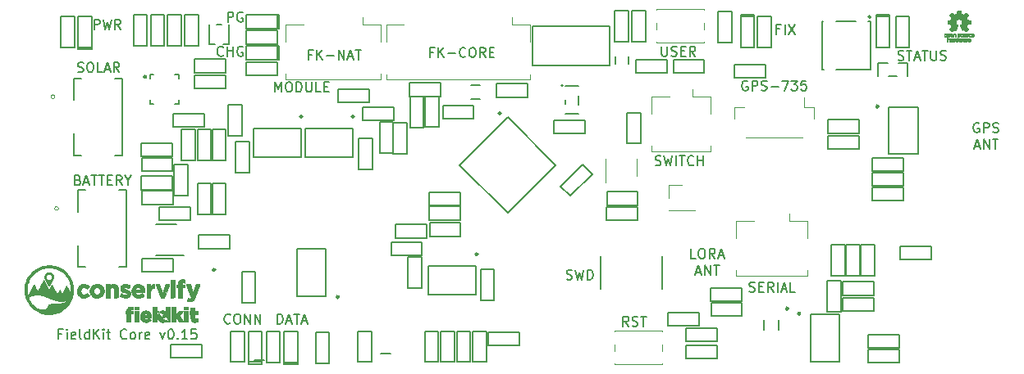
<source format=gbr>
G04 #@! TF.GenerationSoftware,KiCad,Pcbnew,(5.0.0)*
G04 #@! TF.CreationDate,2018-12-27T15:31:04-06:00*
G04 #@! TF.ProjectId,fk-core,666B2D636F72652E6B696361645F7063,0.1*
G04 #@! TF.SameCoordinates,PX791ddc0PY791ddc0*
G04 #@! TF.FileFunction,Legend,Top*
G04 #@! TF.FilePolarity,Positive*
%FSLAX46Y46*%
G04 Gerber Fmt 4.6, Leading zero omitted, Abs format (unit mm)*
G04 Created by KiCad (PCBNEW (5.0.0)) date 12/27/18 15:31:04*
%MOMM*%
%LPD*%
G01*
G04 APERTURE LIST*
%ADD10C,0.180000*%
%ADD11C,0.203200*%
%ADD12C,0.300000*%
%ADD13C,0.200000*%
%ADD14C,0.150000*%
%ADD15C,0.120000*%
%ADD16C,0.100000*%
%ADD17C,0.127000*%
%ADD18C,0.010000*%
G04 APERTURE END LIST*
D10*
X-22578724Y12923829D02*
X-22912058Y12923829D01*
X-22912058Y12400020D02*
X-22912058Y13400020D01*
X-22435867Y13400020D01*
X-22054915Y12400020D02*
X-22054915Y13400020D01*
X-21483486Y12400020D02*
X-21912058Y12971448D01*
X-21483486Y13400020D02*
X-22054915Y12828591D01*
X-21054915Y12780972D02*
X-20293010Y12780972D01*
X-19816820Y12400020D02*
X-19816820Y13400020D01*
X-19245391Y12400020D01*
X-19245391Y13400020D01*
X-18816820Y12685734D02*
X-18340629Y12685734D01*
X-18912058Y12400020D02*
X-18578724Y13400020D01*
X-18245391Y12400020D01*
X-18054915Y13400020D02*
X-17483486Y13400020D01*
X-17769200Y12400020D02*
X-17769200Y13400020D01*
X-10038981Y13177829D02*
X-10372315Y13177829D01*
X-10372315Y12654020D02*
X-10372315Y13654020D01*
X-9896124Y13654020D01*
X-9515172Y12654020D02*
X-9515172Y13654020D01*
X-8943743Y12654020D02*
X-9372315Y13225448D01*
X-8943743Y13654020D02*
X-9515172Y13082591D01*
X-8515172Y13034972D02*
X-7753267Y13034972D01*
X-6705648Y12749258D02*
X-6753267Y12701639D01*
X-6896124Y12654020D01*
X-6991362Y12654020D01*
X-7134220Y12701639D01*
X-7229458Y12796877D01*
X-7277077Y12892115D01*
X-7324696Y13082591D01*
X-7324696Y13225448D01*
X-7277077Y13415924D01*
X-7229458Y13511162D01*
X-7134220Y13606400D01*
X-6991362Y13654020D01*
X-6896124Y13654020D01*
X-6753267Y13606400D01*
X-6705648Y13558781D01*
X-6086600Y13654020D02*
X-5896124Y13654020D01*
X-5800886Y13606400D01*
X-5705648Y13511162D01*
X-5658029Y13320686D01*
X-5658029Y12987353D01*
X-5705648Y12796877D01*
X-5800886Y12701639D01*
X-5896124Y12654020D01*
X-6086600Y12654020D01*
X-6181839Y12701639D01*
X-6277077Y12796877D01*
X-6324696Y12987353D01*
X-6324696Y13320686D01*
X-6277077Y13511162D01*
X-6181839Y13606400D01*
X-6086600Y13654020D01*
X-4658029Y12654020D02*
X-4991362Y13130210D01*
X-5229458Y12654020D02*
X-5229458Y13654020D01*
X-4848505Y13654020D01*
X-4753267Y13606400D01*
X-4705648Y13558781D01*
X-4658029Y13463543D01*
X-4658029Y13320686D01*
X-4705648Y13225448D01*
X-4753267Y13177829D01*
X-4848505Y13130210D01*
X-5229458Y13130210D01*
X-4229458Y13177829D02*
X-3896124Y13177829D01*
X-3753267Y12654020D02*
X-4229458Y12654020D01*
X-4229458Y13654020D01*
X-3753267Y13654020D01*
X-45021334Y15549620D02*
X-45021334Y16549620D01*
X-44640381Y16549620D01*
X-44545143Y16502000D01*
X-44497524Y16454381D01*
X-44449905Y16359143D01*
X-44449905Y16216286D01*
X-44497524Y16121048D01*
X-44545143Y16073429D01*
X-44640381Y16025810D01*
X-45021334Y16025810D01*
X-44116572Y16549620D02*
X-43878477Y15549620D01*
X-43688000Y16263905D01*
X-43497524Y15549620D01*
X-43259429Y16549620D01*
X-42307048Y15549620D02*
X-42640381Y16025810D01*
X-42878477Y15549620D02*
X-42878477Y16549620D01*
X-42497524Y16549620D01*
X-42402286Y16502000D01*
X-42354667Y16454381D01*
X-42307048Y16359143D01*
X-42307048Y16216286D01*
X-42354667Y16121048D01*
X-42402286Y16073429D01*
X-42497524Y16025810D01*
X-42878477Y16025810D01*
X13525714Y13755620D02*
X13525714Y12946096D01*
X13573333Y12850858D01*
X13620952Y12803239D01*
X13716190Y12755620D01*
X13906666Y12755620D01*
X14001904Y12803239D01*
X14049523Y12850858D01*
X14097142Y12946096D01*
X14097142Y13755620D01*
X14525714Y12803239D02*
X14668571Y12755620D01*
X14906666Y12755620D01*
X15001904Y12803239D01*
X15049523Y12850858D01*
X15097142Y12946096D01*
X15097142Y13041334D01*
X15049523Y13136572D01*
X15001904Y13184191D01*
X14906666Y13231810D01*
X14716190Y13279429D01*
X14620952Y13327048D01*
X14573333Y13374667D01*
X14525714Y13469905D01*
X14525714Y13565143D01*
X14573333Y13660381D01*
X14620952Y13708000D01*
X14716190Y13755620D01*
X14954285Y13755620D01*
X15097142Y13708000D01*
X15525714Y13279429D02*
X15859047Y13279429D01*
X16001904Y12755620D02*
X15525714Y12755620D01*
X15525714Y13755620D01*
X16001904Y13755620D01*
X17001904Y12755620D02*
X16668571Y13231810D01*
X16430476Y12755620D02*
X16430476Y13755620D01*
X16811428Y13755620D01*
X16906666Y13708000D01*
X16954285Y13660381D01*
X17001904Y13565143D01*
X17001904Y13422286D01*
X16954285Y13327048D01*
X16906666Y13279429D01*
X16811428Y13231810D01*
X16430476Y13231810D01*
X-26360096Y9072620D02*
X-26360096Y10072620D01*
X-26026762Y9358334D01*
X-25693429Y10072620D01*
X-25693429Y9072620D01*
X-25026762Y10072620D02*
X-24836286Y10072620D01*
X-24741048Y10025000D01*
X-24645810Y9929762D01*
X-24598191Y9739286D01*
X-24598191Y9405953D01*
X-24645810Y9215477D01*
X-24741048Y9120239D01*
X-24836286Y9072620D01*
X-25026762Y9072620D01*
X-25122000Y9120239D01*
X-25217239Y9215477D01*
X-25264858Y9405953D01*
X-25264858Y9739286D01*
X-25217239Y9929762D01*
X-25122000Y10025000D01*
X-25026762Y10072620D01*
X-24169620Y9072620D02*
X-24169620Y10072620D01*
X-23931524Y10072620D01*
X-23788667Y10025000D01*
X-23693429Y9929762D01*
X-23645810Y9834524D01*
X-23598191Y9644048D01*
X-23598191Y9501191D01*
X-23645810Y9310715D01*
X-23693429Y9215477D01*
X-23788667Y9120239D01*
X-23931524Y9072620D01*
X-24169620Y9072620D01*
X-23169620Y10072620D02*
X-23169620Y9263096D01*
X-23122000Y9167858D01*
X-23074381Y9120239D01*
X-22979143Y9072620D01*
X-22788667Y9072620D01*
X-22693429Y9120239D01*
X-22645810Y9167858D01*
X-22598191Y9263096D01*
X-22598191Y10072620D01*
X-21645810Y9072620D02*
X-22122000Y9072620D01*
X-22122000Y10072620D01*
X-21312477Y9596429D02*
X-20979143Y9596429D01*
X-20836286Y9072620D02*
X-21312477Y9072620D01*
X-21312477Y10072620D01*
X-20836286Y10072620D01*
D11*
X17050657Y-8181219D02*
X16566847Y-8181219D01*
X16566847Y-7165219D01*
X17582847Y-7165219D02*
X17776371Y-7165219D01*
X17873133Y-7213600D01*
X17969895Y-7310361D01*
X18018276Y-7503885D01*
X18018276Y-7842552D01*
X17969895Y-8036076D01*
X17873133Y-8132838D01*
X17776371Y-8181219D01*
X17582847Y-8181219D01*
X17486085Y-8132838D01*
X17389323Y-8036076D01*
X17340942Y-7842552D01*
X17340942Y-7503885D01*
X17389323Y-7310361D01*
X17486085Y-7213600D01*
X17582847Y-7165219D01*
X19034276Y-8181219D02*
X18695609Y-7697409D01*
X18453704Y-8181219D02*
X18453704Y-7165219D01*
X18840752Y-7165219D01*
X18937514Y-7213600D01*
X18985895Y-7261980D01*
X19034276Y-7358742D01*
X19034276Y-7503885D01*
X18985895Y-7600647D01*
X18937514Y-7649028D01*
X18840752Y-7697409D01*
X18453704Y-7697409D01*
X19421323Y-7890933D02*
X19905133Y-7890933D01*
X19324561Y-8181219D02*
X19663228Y-7165219D01*
X20001895Y-8181219D01*
X17050657Y-9618133D02*
X17534466Y-9618133D01*
X16953895Y-9908419D02*
X17292561Y-8892419D01*
X17631228Y-9908419D01*
X17969895Y-9908419D02*
X17969895Y-8892419D01*
X18550466Y-9908419D01*
X18550466Y-8892419D01*
X18889133Y-8892419D02*
X19469704Y-8892419D01*
X19179419Y-9908419D02*
X19179419Y-8892419D01*
X46264285Y5816600D02*
X46167523Y5864981D01*
X46022380Y5864981D01*
X45877238Y5816600D01*
X45780476Y5719839D01*
X45732095Y5623077D01*
X45683714Y5429553D01*
X45683714Y5284410D01*
X45732095Y5090886D01*
X45780476Y4994124D01*
X45877238Y4897362D01*
X46022380Y4848981D01*
X46119142Y4848981D01*
X46264285Y4897362D01*
X46312666Y4945743D01*
X46312666Y5284410D01*
X46119142Y5284410D01*
X46748095Y4848981D02*
X46748095Y5864981D01*
X47135142Y5864981D01*
X47231904Y5816600D01*
X47280285Y5768220D01*
X47328666Y5671458D01*
X47328666Y5526315D01*
X47280285Y5429553D01*
X47231904Y5381172D01*
X47135142Y5332791D01*
X46748095Y5332791D01*
X47715714Y4897362D02*
X47860857Y4848981D01*
X48102761Y4848981D01*
X48199523Y4897362D01*
X48247904Y4945743D01*
X48296285Y5042505D01*
X48296285Y5139267D01*
X48247904Y5236029D01*
X48199523Y5284410D01*
X48102761Y5332791D01*
X47909238Y5381172D01*
X47812476Y5429553D01*
X47764095Y5477934D01*
X47715714Y5574696D01*
X47715714Y5671458D01*
X47764095Y5768220D01*
X47812476Y5816600D01*
X47909238Y5864981D01*
X48151142Y5864981D01*
X48296285Y5816600D01*
X45828857Y3412067D02*
X46312666Y3412067D01*
X45732095Y3121781D02*
X46070761Y4137781D01*
X46409428Y3121781D01*
X46748095Y3121781D02*
X46748095Y4137781D01*
X47328666Y3121781D01*
X47328666Y4137781D01*
X47667333Y4137781D02*
X48247904Y4137781D01*
X47957619Y3121781D02*
X47957619Y4137781D01*
D10*
X3722857Y-10310761D02*
X3865714Y-10358380D01*
X4103809Y-10358380D01*
X4199047Y-10310761D01*
X4246666Y-10263142D01*
X4294285Y-10167904D01*
X4294285Y-10072666D01*
X4246666Y-9977428D01*
X4199047Y-9929809D01*
X4103809Y-9882190D01*
X3913333Y-9834571D01*
X3818095Y-9786952D01*
X3770476Y-9739333D01*
X3722857Y-9644095D01*
X3722857Y-9548857D01*
X3770476Y-9453619D01*
X3818095Y-9406000D01*
X3913333Y-9358380D01*
X4151428Y-9358380D01*
X4294285Y-9406000D01*
X4627619Y-9358380D02*
X4865714Y-10358380D01*
X5056190Y-9644095D01*
X5246666Y-10358380D01*
X5484761Y-9358380D01*
X5865714Y-10358380D02*
X5865714Y-9358380D01*
X6103809Y-9358380D01*
X6246666Y-9406000D01*
X6341904Y-9501238D01*
X6389523Y-9596476D01*
X6437142Y-9786952D01*
X6437142Y-9929809D01*
X6389523Y-10120285D01*
X6341904Y-10215523D01*
X6246666Y-10310761D01*
X6103809Y-10358380D01*
X5865714Y-10358380D01*
X22384095Y10152000D02*
X22288857Y10199620D01*
X22146000Y10199620D01*
X22003142Y10152000D01*
X21907904Y10056762D01*
X21860285Y9961524D01*
X21812666Y9771048D01*
X21812666Y9628191D01*
X21860285Y9437715D01*
X21907904Y9342477D01*
X22003142Y9247239D01*
X22146000Y9199620D01*
X22241238Y9199620D01*
X22384095Y9247239D01*
X22431714Y9294858D01*
X22431714Y9628191D01*
X22241238Y9628191D01*
X22860285Y9199620D02*
X22860285Y10199620D01*
X23241238Y10199620D01*
X23336476Y10152000D01*
X23384095Y10104381D01*
X23431714Y10009143D01*
X23431714Y9866286D01*
X23384095Y9771048D01*
X23336476Y9723429D01*
X23241238Y9675810D01*
X22860285Y9675810D01*
X23812666Y9247239D02*
X23955523Y9199620D01*
X24193619Y9199620D01*
X24288857Y9247239D01*
X24336476Y9294858D01*
X24384095Y9390096D01*
X24384095Y9485334D01*
X24336476Y9580572D01*
X24288857Y9628191D01*
X24193619Y9675810D01*
X24003142Y9723429D01*
X23907904Y9771048D01*
X23860285Y9818667D01*
X23812666Y9913905D01*
X23812666Y10009143D01*
X23860285Y10104381D01*
X23907904Y10152000D01*
X24003142Y10199620D01*
X24241238Y10199620D01*
X24384095Y10152000D01*
X24812666Y9580572D02*
X25574571Y9580572D01*
X25955523Y10199620D02*
X26622190Y10199620D01*
X26193619Y9199620D01*
X26907904Y10199620D02*
X27526952Y10199620D01*
X27193619Y9818667D01*
X27336476Y9818667D01*
X27431714Y9771048D01*
X27479333Y9723429D01*
X27526952Y9628191D01*
X27526952Y9390096D01*
X27479333Y9294858D01*
X27431714Y9247239D01*
X27336476Y9199620D01*
X27050761Y9199620D01*
X26955523Y9247239D01*
X26907904Y9294858D01*
X28431714Y10199620D02*
X27955523Y10199620D01*
X27907904Y9723429D01*
X27955523Y9771048D01*
X28050761Y9818667D01*
X28288857Y9818667D01*
X28384095Y9771048D01*
X28431714Y9723429D01*
X28479333Y9628191D01*
X28479333Y9390096D01*
X28431714Y9294858D01*
X28384095Y9247239D01*
X28288857Y9199620D01*
X28050761Y9199620D01*
X27955523Y9247239D01*
X27907904Y9294858D01*
X12867000Y1500239D02*
X13009857Y1452620D01*
X13247952Y1452620D01*
X13343190Y1500239D01*
X13390809Y1547858D01*
X13438428Y1643096D01*
X13438428Y1738334D01*
X13390809Y1833572D01*
X13343190Y1881191D01*
X13247952Y1928810D01*
X13057476Y1976429D01*
X12962238Y2024048D01*
X12914619Y2071667D01*
X12867000Y2166905D01*
X12867000Y2262143D01*
X12914619Y2357381D01*
X12962238Y2405000D01*
X13057476Y2452620D01*
X13295571Y2452620D01*
X13438428Y2405000D01*
X13771761Y2452620D02*
X14009857Y1452620D01*
X14200333Y2166905D01*
X14390809Y1452620D01*
X14628904Y2452620D01*
X15009857Y1452620D02*
X15009857Y2452620D01*
X15343190Y2452620D02*
X15914619Y2452620D01*
X15628904Y1452620D02*
X15628904Y2452620D01*
X16819380Y1547858D02*
X16771761Y1500239D01*
X16628904Y1452620D01*
X16533666Y1452620D01*
X16390809Y1500239D01*
X16295571Y1595477D01*
X16247952Y1690715D01*
X16200333Y1881191D01*
X16200333Y2024048D01*
X16247952Y2214524D01*
X16295571Y2309762D01*
X16390809Y2405000D01*
X16533666Y2452620D01*
X16628904Y2452620D01*
X16771761Y2405000D01*
X16819380Y2357381D01*
X17247952Y1452620D02*
X17247952Y2452620D01*
X17247952Y1976429D02*
X17819380Y1976429D01*
X17819380Y1452620D02*
X17819380Y2452620D01*
X22582476Y-11580761D02*
X22725333Y-11628380D01*
X22963428Y-11628380D01*
X23058666Y-11580761D01*
X23106285Y-11533142D01*
X23153904Y-11437904D01*
X23153904Y-11342666D01*
X23106285Y-11247428D01*
X23058666Y-11199809D01*
X22963428Y-11152190D01*
X22772952Y-11104571D01*
X22677714Y-11056952D01*
X22630095Y-11009333D01*
X22582476Y-10914095D01*
X22582476Y-10818857D01*
X22630095Y-10723619D01*
X22677714Y-10676000D01*
X22772952Y-10628380D01*
X23011047Y-10628380D01*
X23153904Y-10676000D01*
X23582476Y-11104571D02*
X23915809Y-11104571D01*
X24058666Y-11628380D02*
X23582476Y-11628380D01*
X23582476Y-10628380D01*
X24058666Y-10628380D01*
X25058666Y-11628380D02*
X24725333Y-11152190D01*
X24487238Y-11628380D02*
X24487238Y-10628380D01*
X24868190Y-10628380D01*
X24963428Y-10676000D01*
X25011047Y-10723619D01*
X25058666Y-10818857D01*
X25058666Y-10961714D01*
X25011047Y-11056952D01*
X24963428Y-11104571D01*
X24868190Y-11152190D01*
X24487238Y-11152190D01*
X25487238Y-11628380D02*
X25487238Y-10628380D01*
X25915809Y-11342666D02*
X26392000Y-11342666D01*
X25820571Y-11628380D02*
X26153904Y-10628380D01*
X26487238Y-11628380D01*
X27296761Y-11628380D02*
X26820571Y-11628380D01*
X26820571Y-10628380D01*
X-46719858Y11152239D02*
X-46577000Y11104620D01*
X-46338905Y11104620D01*
X-46243667Y11152239D01*
X-46196048Y11199858D01*
X-46148429Y11295096D01*
X-46148429Y11390334D01*
X-46196048Y11485572D01*
X-46243667Y11533191D01*
X-46338905Y11580810D01*
X-46529381Y11628429D01*
X-46624620Y11676048D01*
X-46672239Y11723667D01*
X-46719858Y11818905D01*
X-46719858Y11914143D01*
X-46672239Y12009381D01*
X-46624620Y12057000D01*
X-46529381Y12104620D01*
X-46291286Y12104620D01*
X-46148429Y12057000D01*
X-45529381Y12104620D02*
X-45338905Y12104620D01*
X-45243667Y12057000D01*
X-45148429Y11961762D01*
X-45100810Y11771286D01*
X-45100810Y11437953D01*
X-45148429Y11247477D01*
X-45243667Y11152239D01*
X-45338905Y11104620D01*
X-45529381Y11104620D01*
X-45624620Y11152239D01*
X-45719858Y11247477D01*
X-45767477Y11437953D01*
X-45767477Y11771286D01*
X-45719858Y11961762D01*
X-45624620Y12057000D01*
X-45529381Y12104620D01*
X-44196048Y11104620D02*
X-44672239Y11104620D01*
X-44672239Y12104620D01*
X-43910334Y11390334D02*
X-43434143Y11390334D01*
X-44005572Y11104620D02*
X-43672239Y12104620D01*
X-43338905Y11104620D01*
X-42434143Y11104620D02*
X-42767477Y11580810D01*
X-43005572Y11104620D02*
X-43005572Y12104620D01*
X-42624620Y12104620D01*
X-42529381Y12057000D01*
X-42481762Y12009381D01*
X-42434143Y11914143D01*
X-42434143Y11771286D01*
X-42481762Y11676048D01*
X-42529381Y11628429D01*
X-42624620Y11580810D01*
X-43005572Y11580810D01*
X-46696000Y-55571D02*
X-46553143Y-103190D01*
X-46505524Y-150809D01*
X-46457905Y-246047D01*
X-46457905Y-388904D01*
X-46505524Y-484142D01*
X-46553143Y-531761D01*
X-46648381Y-579380D01*
X-47029334Y-579380D01*
X-47029334Y420620D01*
X-46696000Y420620D01*
X-46600762Y373000D01*
X-46553143Y325381D01*
X-46505524Y230143D01*
X-46505524Y134905D01*
X-46553143Y39667D01*
X-46600762Y-7952D01*
X-46696000Y-55571D01*
X-47029334Y-55571D01*
X-46076953Y-293666D02*
X-45600762Y-293666D01*
X-46172191Y-579380D02*
X-45838858Y420620D01*
X-45505524Y-579380D01*
X-45315048Y420620D02*
X-44743620Y420620D01*
X-45029334Y-579380D02*
X-45029334Y420620D01*
X-44553143Y420620D02*
X-43981715Y420620D01*
X-44267429Y-579380D02*
X-44267429Y420620D01*
X-43648381Y-55571D02*
X-43315048Y-55571D01*
X-43172191Y-579380D02*
X-43648381Y-579380D01*
X-43648381Y420620D01*
X-43172191Y420620D01*
X-42172191Y-579380D02*
X-42505524Y-103190D01*
X-42743620Y-579380D02*
X-42743620Y420620D01*
X-42362667Y420620D01*
X-42267429Y373000D01*
X-42219810Y325381D01*
X-42172191Y230143D01*
X-42172191Y87286D01*
X-42219810Y-7952D01*
X-42267429Y-55571D01*
X-42362667Y-103190D01*
X-42743620Y-103190D01*
X-41553143Y-103190D02*
X-41553143Y-579380D01*
X-41886477Y420620D02*
X-41553143Y-103190D01*
X-41219810Y420620D01*
X10120380Y-15184380D02*
X9787047Y-14708190D01*
X9548952Y-15184380D02*
X9548952Y-14184380D01*
X9929904Y-14184380D01*
X10025142Y-14232000D01*
X10072761Y-14279619D01*
X10120380Y-14374857D01*
X10120380Y-14517714D01*
X10072761Y-14612952D01*
X10025142Y-14660571D01*
X9929904Y-14708190D01*
X9548952Y-14708190D01*
X10501333Y-15136761D02*
X10644190Y-15184380D01*
X10882285Y-15184380D01*
X10977523Y-15136761D01*
X11025142Y-15089142D01*
X11072761Y-14993904D01*
X11072761Y-14898666D01*
X11025142Y-14803428D01*
X10977523Y-14755809D01*
X10882285Y-14708190D01*
X10691809Y-14660571D01*
X10596571Y-14612952D01*
X10548952Y-14565333D01*
X10501333Y-14470095D01*
X10501333Y-14374857D01*
X10548952Y-14279619D01*
X10596571Y-14232000D01*
X10691809Y-14184380D01*
X10929904Y-14184380D01*
X11072761Y-14232000D01*
X11358476Y-14184380D02*
X11929904Y-14184380D01*
X11644190Y-15184380D02*
X11644190Y-14184380D01*
D12*
X-32593689Y-9347200D02*
G75*
G03X-32593689Y-9347200I-70711J0D01*
G01*
X26537511Y-13360400D02*
G75*
G03X26537511Y-13360400I-70711J0D01*
G01*
D10*
X-26138000Y-14930380D02*
X-26138000Y-13930380D01*
X-25899905Y-13930380D01*
X-25757048Y-13978000D01*
X-25661810Y-14073238D01*
X-25614191Y-14168476D01*
X-25566572Y-14358952D01*
X-25566572Y-14501809D01*
X-25614191Y-14692285D01*
X-25661810Y-14787523D01*
X-25757048Y-14882761D01*
X-25899905Y-14930380D01*
X-26138000Y-14930380D01*
X-25185620Y-14644666D02*
X-24709429Y-14644666D01*
X-25280858Y-14930380D02*
X-24947524Y-13930380D01*
X-24614191Y-14930380D01*
X-24423715Y-13930380D02*
X-23852286Y-13930380D01*
X-24138000Y-14930380D02*
X-24138000Y-13930380D01*
X-23566572Y-14644666D02*
X-23090381Y-14644666D01*
X-23661810Y-14930380D02*
X-23328477Y-13930380D01*
X-22995143Y-14930380D01*
X-30979905Y-14835142D02*
X-31027524Y-14882761D01*
X-31170381Y-14930380D01*
X-31265620Y-14930380D01*
X-31408477Y-14882761D01*
X-31503715Y-14787523D01*
X-31551334Y-14692285D01*
X-31598953Y-14501809D01*
X-31598953Y-14358952D01*
X-31551334Y-14168476D01*
X-31503715Y-14073238D01*
X-31408477Y-13978000D01*
X-31265620Y-13930380D01*
X-31170381Y-13930380D01*
X-31027524Y-13978000D01*
X-30979905Y-14025619D01*
X-30360858Y-13930380D02*
X-30170381Y-13930380D01*
X-30075143Y-13978000D01*
X-29979905Y-14073238D01*
X-29932286Y-14263714D01*
X-29932286Y-14597047D01*
X-29979905Y-14787523D01*
X-30075143Y-14882761D01*
X-30170381Y-14930380D01*
X-30360858Y-14930380D01*
X-30456096Y-14882761D01*
X-30551334Y-14787523D01*
X-30598953Y-14597047D01*
X-30598953Y-14263714D01*
X-30551334Y-14073238D01*
X-30456096Y-13978000D01*
X-30360858Y-13930380D01*
X-29503715Y-14930380D02*
X-29503715Y-13930380D01*
X-28932286Y-14930380D01*
X-28932286Y-13930380D01*
X-28456096Y-14930380D02*
X-28456096Y-13930380D01*
X-27884667Y-14930380D01*
X-27884667Y-13930380D01*
D13*
X25717571Y15565429D02*
X25384238Y15565429D01*
X25384238Y15041620D02*
X25384238Y16041620D01*
X25860428Y16041620D01*
X26241380Y15041620D02*
X26241380Y16041620D01*
X26622333Y16041620D02*
X27289000Y15041620D01*
X27289000Y16041620D02*
X26622333Y15041620D01*
X-48362839Y-15981371D02*
X-48696172Y-15981371D01*
X-48696172Y-16505180D02*
X-48696172Y-15505180D01*
X-48219981Y-15505180D01*
X-47839029Y-16505180D02*
X-47839029Y-15838514D01*
X-47839029Y-15505180D02*
X-47886648Y-15552800D01*
X-47839029Y-15600419D01*
X-47791410Y-15552800D01*
X-47839029Y-15505180D01*
X-47839029Y-15600419D01*
X-46981886Y-16457561D02*
X-47077124Y-16505180D01*
X-47267600Y-16505180D01*
X-47362839Y-16457561D01*
X-47410458Y-16362323D01*
X-47410458Y-15981371D01*
X-47362839Y-15886133D01*
X-47267600Y-15838514D01*
X-47077124Y-15838514D01*
X-46981886Y-15886133D01*
X-46934267Y-15981371D01*
X-46934267Y-16076609D01*
X-47410458Y-16171847D01*
X-46362839Y-16505180D02*
X-46458077Y-16457561D01*
X-46505696Y-16362323D01*
X-46505696Y-15505180D01*
X-45553315Y-16505180D02*
X-45553315Y-15505180D01*
X-45553315Y-16457561D02*
X-45648553Y-16505180D01*
X-45839029Y-16505180D01*
X-45934267Y-16457561D01*
X-45981886Y-16409942D01*
X-46029505Y-16314704D01*
X-46029505Y-16028990D01*
X-45981886Y-15933752D01*
X-45934267Y-15886133D01*
X-45839029Y-15838514D01*
X-45648553Y-15838514D01*
X-45553315Y-15886133D01*
X-45077124Y-16505180D02*
X-45077124Y-15505180D01*
X-44505696Y-16505180D02*
X-44934267Y-15933752D01*
X-44505696Y-15505180D02*
X-45077124Y-16076609D01*
X-44077124Y-16505180D02*
X-44077124Y-15838514D01*
X-44077124Y-15505180D02*
X-44124743Y-15552800D01*
X-44077124Y-15600419D01*
X-44029505Y-15552800D01*
X-44077124Y-15505180D01*
X-44077124Y-15600419D01*
X-43743791Y-15838514D02*
X-43362839Y-15838514D01*
X-43600934Y-15505180D02*
X-43600934Y-16362323D01*
X-43553315Y-16457561D01*
X-43458077Y-16505180D01*
X-43362839Y-16505180D01*
X-41696172Y-16409942D02*
X-41743791Y-16457561D01*
X-41886648Y-16505180D01*
X-41981886Y-16505180D01*
X-42124743Y-16457561D01*
X-42219981Y-16362323D01*
X-42267600Y-16267085D01*
X-42315220Y-16076609D01*
X-42315220Y-15933752D01*
X-42267600Y-15743276D01*
X-42219981Y-15648038D01*
X-42124743Y-15552800D01*
X-41981886Y-15505180D01*
X-41886648Y-15505180D01*
X-41743791Y-15552800D01*
X-41696172Y-15600419D01*
X-41124743Y-16505180D02*
X-41219981Y-16457561D01*
X-41267600Y-16409942D01*
X-41315220Y-16314704D01*
X-41315220Y-16028990D01*
X-41267600Y-15933752D01*
X-41219981Y-15886133D01*
X-41124743Y-15838514D01*
X-40981886Y-15838514D01*
X-40886648Y-15886133D01*
X-40839029Y-15933752D01*
X-40791410Y-16028990D01*
X-40791410Y-16314704D01*
X-40839029Y-16409942D01*
X-40886648Y-16457561D01*
X-40981886Y-16505180D01*
X-41124743Y-16505180D01*
X-40362839Y-16505180D02*
X-40362839Y-15838514D01*
X-40362839Y-16028990D02*
X-40315220Y-15933752D01*
X-40267600Y-15886133D01*
X-40172362Y-15838514D01*
X-40077124Y-15838514D01*
X-39362839Y-16457561D02*
X-39458077Y-16505180D01*
X-39648553Y-16505180D01*
X-39743791Y-16457561D01*
X-39791410Y-16362323D01*
X-39791410Y-15981371D01*
X-39743791Y-15886133D01*
X-39648553Y-15838514D01*
X-39458077Y-15838514D01*
X-39362839Y-15886133D01*
X-39315220Y-15981371D01*
X-39315220Y-16076609D01*
X-39791410Y-16171847D01*
X-38219981Y-15838514D02*
X-37981886Y-16505180D01*
X-37743791Y-15838514D01*
X-37172362Y-15505180D02*
X-37077124Y-15505180D01*
X-36981886Y-15552800D01*
X-36934267Y-15600419D01*
X-36886648Y-15695657D01*
X-36839029Y-15886133D01*
X-36839029Y-16124228D01*
X-36886648Y-16314704D01*
X-36934267Y-16409942D01*
X-36981886Y-16457561D01*
X-37077124Y-16505180D01*
X-37172362Y-16505180D01*
X-37267600Y-16457561D01*
X-37315220Y-16409942D01*
X-37362839Y-16314704D01*
X-37410458Y-16124228D01*
X-37410458Y-15886133D01*
X-37362839Y-15695657D01*
X-37315220Y-15600419D01*
X-37267600Y-15552800D01*
X-37172362Y-15505180D01*
X-36410458Y-16409942D02*
X-36362839Y-16457561D01*
X-36410458Y-16505180D01*
X-36458077Y-16457561D01*
X-36410458Y-16409942D01*
X-36410458Y-16505180D01*
X-35410458Y-16505180D02*
X-35981886Y-16505180D01*
X-35696172Y-16505180D02*
X-35696172Y-15505180D01*
X-35791410Y-15648038D01*
X-35886648Y-15743276D01*
X-35981886Y-15790895D01*
X-34505696Y-15505180D02*
X-34981886Y-15505180D01*
X-35029505Y-15981371D01*
X-34981886Y-15933752D01*
X-34886648Y-15886133D01*
X-34648553Y-15886133D01*
X-34553315Y-15933752D01*
X-34505696Y-15981371D01*
X-34458077Y-16076609D01*
X-34458077Y-16314704D01*
X-34505696Y-16409942D01*
X-34553315Y-16457561D01*
X-34648553Y-16505180D01*
X-34886648Y-16505180D01*
X-34981886Y-16457561D01*
X-35029505Y-16409942D01*
X-31702286Y12850858D02*
X-31749905Y12803239D01*
X-31892762Y12755620D01*
X-31988000Y12755620D01*
X-32130858Y12803239D01*
X-32226096Y12898477D01*
X-32273715Y12993715D01*
X-32321334Y13184191D01*
X-32321334Y13327048D01*
X-32273715Y13517524D01*
X-32226096Y13612762D01*
X-32130858Y13708000D01*
X-31988000Y13755620D01*
X-31892762Y13755620D01*
X-31749905Y13708000D01*
X-31702286Y13660381D01*
X-31273715Y12755620D02*
X-31273715Y13755620D01*
X-31273715Y13279429D02*
X-30702286Y13279429D01*
X-30702286Y12755620D02*
X-30702286Y13755620D01*
X-29702286Y13708000D02*
X-29797524Y13755620D01*
X-29940381Y13755620D01*
X-30083239Y13708000D01*
X-30178477Y13612762D01*
X-30226096Y13517524D01*
X-30273715Y13327048D01*
X-30273715Y13184191D01*
X-30226096Y12993715D01*
X-30178477Y12898477D01*
X-30083239Y12803239D01*
X-29940381Y12755620D01*
X-29845143Y12755620D01*
X-29702286Y12803239D01*
X-29654667Y12850858D01*
X-29654667Y13184191D01*
X-29845143Y13184191D01*
X-31241905Y16311620D02*
X-31241905Y17311620D01*
X-30860953Y17311620D01*
X-30765715Y17264000D01*
X-30718096Y17216381D01*
X-30670477Y17121143D01*
X-30670477Y16978286D01*
X-30718096Y16883048D01*
X-30765715Y16835429D01*
X-30860953Y16787810D01*
X-31241905Y16787810D01*
X-29718096Y17264000D02*
X-29813334Y17311620D01*
X-29956191Y17311620D01*
X-30099048Y17264000D01*
X-30194286Y17168762D01*
X-30241905Y17073524D01*
X-30289524Y16883048D01*
X-30289524Y16740191D01*
X-30241905Y16549715D01*
X-30194286Y16454477D01*
X-30099048Y16359239D01*
X-29956191Y16311620D01*
X-29860953Y16311620D01*
X-29718096Y16359239D01*
X-29670477Y16406858D01*
X-29670477Y16740191D01*
X-29860953Y16740191D01*
X37922509Y12371439D02*
X38065366Y12323820D01*
X38303461Y12323820D01*
X38398700Y12371439D01*
X38446319Y12419058D01*
X38493938Y12514296D01*
X38493938Y12609534D01*
X38446319Y12704772D01*
X38398700Y12752391D01*
X38303461Y12800010D01*
X38112985Y12847629D01*
X38017747Y12895248D01*
X37970128Y12942867D01*
X37922509Y13038105D01*
X37922509Y13133343D01*
X37970128Y13228581D01*
X38017747Y13276200D01*
X38112985Y13323820D01*
X38351080Y13323820D01*
X38493938Y13276200D01*
X38779652Y13323820D02*
X39351080Y13323820D01*
X39065366Y12323820D02*
X39065366Y13323820D01*
X39636795Y12609534D02*
X40112985Y12609534D01*
X39541557Y12323820D02*
X39874890Y13323820D01*
X40208223Y12323820D01*
X40398700Y13323820D02*
X40970128Y13323820D01*
X40684414Y12323820D02*
X40684414Y13323820D01*
X41303461Y13323820D02*
X41303461Y12514296D01*
X41351080Y12419058D01*
X41398700Y12371439D01*
X41493938Y12323820D01*
X41684414Y12323820D01*
X41779652Y12371439D01*
X41827271Y12419058D01*
X41874890Y12514296D01*
X41874890Y13323820D01*
X42303461Y12371439D02*
X42446319Y12323820D01*
X42684414Y12323820D01*
X42779652Y12371439D01*
X42827271Y12419058D01*
X42874890Y12514296D01*
X42874890Y12609534D01*
X42827271Y12704772D01*
X42779652Y12752391D01*
X42684414Y12800010D01*
X42493938Y12847629D01*
X42398700Y12895248D01*
X42351080Y12942867D01*
X42303461Y13038105D01*
X42303461Y13133343D01*
X42351080Y13228581D01*
X42398700Y13276200D01*
X42493938Y13323820D01*
X42732033Y13323820D01*
X42874890Y13276200D01*
D12*
G04 #@! TO.C,U2*
X-3104662Y6837256D02*
G75*
G03X-3104662Y6837256I-70711J0D01*
G01*
D14*
X-2362200Y-3451147D02*
X2587547Y1498600D01*
X-7311947Y1498600D02*
X-2362200Y6448347D01*
X-2362200Y6448347D02*
X2587547Y1498600D01*
X-7311947Y1498600D02*
X-2362200Y-3451147D01*
G04 #@! TO.C,D4*
X-46674000Y13640000D02*
X-46674000Y16840000D01*
X-46674000Y16840000D02*
X-45274000Y16840000D01*
X-45274000Y16840000D02*
X-45274000Y13640000D01*
X-45274000Y13640000D02*
X-46674000Y13640000D01*
X-46674000Y13640000D02*
X-46674000Y13440000D01*
X-46674000Y13440000D02*
X-45274000Y13440000D01*
X-45274000Y13440000D02*
X-45274000Y13640000D01*
G04 #@! TO.C,R48*
X24206000Y10476000D02*
X21006000Y10476000D01*
X21006000Y11876000D02*
X24206000Y11876000D01*
X24206000Y11876000D02*
X24206000Y10476000D01*
X21006000Y11876000D02*
X21006000Y10476000D01*
G04 #@! TO.C,R47*
X-48452000Y13640000D02*
X-47052000Y13640000D01*
X-48452000Y16840000D02*
X-47052000Y16840000D01*
X-48452000Y13640000D02*
X-48452000Y16840000D01*
X-47052000Y16840000D02*
X-47052000Y13640000D01*
D15*
G04 #@! TO.C,J17*
X-83000Y14204600D02*
X-83000Y16004600D01*
X-83000Y16004600D02*
X-1933000Y16004600D01*
X-1933000Y16004600D02*
X-1933000Y16744600D01*
X-14903000Y14204600D02*
X-14903000Y16004600D01*
X-14903000Y16004600D02*
X-13053000Y16004600D01*
X-83000Y10884600D02*
X-83000Y10334600D01*
X-83000Y10334600D02*
X-14903000Y10334600D01*
X-14903000Y10334600D02*
X-14903000Y10884600D01*
D16*
G04 #@! TO.C,J3*
X-49087000Y8560000D02*
G75*
G03X-49087000Y8560000I-200000J0D01*
G01*
D13*
X-42113000Y10452000D02*
X-42113000Y2502000D01*
X-42113000Y2502000D02*
X-42863000Y2502000D01*
X-42113000Y10452000D02*
X-42863000Y10452000D01*
X-46363000Y10452000D02*
X-47113000Y10452000D01*
X-47113000Y10452000D02*
X-47113000Y8227000D01*
X-47113000Y4727000D02*
X-47113000Y2502000D01*
X-47113000Y2502000D02*
X-46363000Y2502000D01*
D16*
G04 #@! TO.C,J10*
X-48706000Y-3013000D02*
G75*
G03X-48706000Y-3013000I-200000J0D01*
G01*
D13*
X-41732000Y-1121000D02*
X-41732000Y-9071000D01*
X-41732000Y-9071000D02*
X-42482000Y-9071000D01*
X-41732000Y-1121000D02*
X-42482000Y-1121000D01*
X-45982000Y-1121000D02*
X-46732000Y-1121000D01*
X-46732000Y-1121000D02*
X-46732000Y-3346000D01*
X-46732000Y-6846000D02*
X-46732000Y-9071000D01*
X-46732000Y-9071000D02*
X-45982000Y-9071000D01*
D14*
G04 #@! TO.C,J16*
X8191000Y11827000D02*
X8191000Y15827000D01*
X8191000Y15827000D02*
X191000Y15827000D01*
X191000Y15827000D02*
X191000Y11827000D01*
X191000Y11827000D02*
X8191000Y11827000D01*
G04 #@! TO.C,U15*
X-36542000Y-4598000D02*
X-38642000Y-4598000D01*
X-35767000Y-7848000D02*
X-38642000Y-7848000D01*
G04 #@! TO.C,C39*
X-40169000Y319000D02*
X-36969000Y319000D01*
X-36969000Y-1081000D02*
X-40169000Y-1081000D01*
X-40169000Y-1081000D02*
X-40169000Y319000D01*
X-36969000Y-1081000D02*
X-36969000Y319000D01*
G04 #@! TO.C,C40*
X-38303000Y-2856000D02*
X-38303000Y-4256000D01*
X-35103000Y-2856000D02*
X-35103000Y-4256000D01*
X-38303000Y-2856000D02*
X-35103000Y-2856000D01*
X-35103000Y-4256000D02*
X-38303000Y-4256000D01*
D17*
G04 #@! TO.C,M7*
X-27477720Y-18694400D02*
X-28475940Y-18694400D01*
X-14478000Y-17995900D02*
X-15476220Y-17995900D01*
D14*
G04 #@! TO.C,R46*
X-32955000Y-432000D02*
X-34355000Y-432000D01*
X-32955000Y-3632000D02*
X-34355000Y-3632000D01*
X-32955000Y-432000D02*
X-32955000Y-3632000D01*
X-34355000Y-3632000D02*
X-34355000Y-432000D01*
G04 #@! TO.C,R45*
X-32831000Y-3632000D02*
X-32831000Y-432000D01*
X-31431000Y-432000D02*
X-31431000Y-3632000D01*
X-31431000Y-3632000D02*
X-32831000Y-3632000D01*
X-31431000Y-432000D02*
X-32831000Y-432000D01*
G04 #@! TO.C,R44*
X-40081000Y-8190000D02*
X-40081000Y-9590000D01*
X-36881000Y-8190000D02*
X-36881000Y-9590000D01*
X-40081000Y-8190000D02*
X-36881000Y-8190000D01*
X-36881000Y-9590000D02*
X-40081000Y-9590000D01*
G04 #@! TO.C,R43*
X-31039000Y-7177000D02*
X-34239000Y-7177000D01*
X-34239000Y-5777000D02*
X-31039000Y-5777000D01*
X-31039000Y-5777000D02*
X-31039000Y-7177000D01*
X-34239000Y-5777000D02*
X-34239000Y-7177000D01*
G04 #@! TO.C,R42*
X-40081000Y-1205000D02*
X-40081000Y-2605000D01*
X-36881000Y-1205000D02*
X-36881000Y-2605000D01*
X-40081000Y-1205000D02*
X-36881000Y-1205000D01*
X-36881000Y-2605000D02*
X-40081000Y-2605000D01*
D15*
G04 #@! TO.C,U4*
X10957200Y344600D02*
X10957200Y2144600D01*
X7737200Y2144600D02*
X7737200Y-305400D01*
G04 #@! TO.C,J6*
X-15454200Y14233000D02*
X-15454200Y16033000D01*
X-15454200Y16033000D02*
X-17304200Y16033000D01*
X-17304200Y16033000D02*
X-17304200Y16773000D01*
X-25274200Y14233000D02*
X-25274200Y16033000D01*
X-25274200Y16033000D02*
X-23424200Y16033000D01*
X-15454200Y10913000D02*
X-15454200Y10363000D01*
X-15454200Y10363000D02*
X-25274200Y10363000D01*
X-25274200Y10363000D02*
X-25274200Y10913000D01*
G04 #@! TO.C,J8*
X18541700Y6787800D02*
X18541700Y8587800D01*
X18541700Y8587800D02*
X16691700Y8587800D01*
X16691700Y8587800D02*
X16691700Y9327800D01*
X12471700Y6787800D02*
X12471700Y8587800D01*
X12471700Y8587800D02*
X14321700Y8587800D01*
X18541700Y3467800D02*
X18541700Y2917800D01*
X18541700Y2917800D02*
X12471700Y2917800D01*
X12471700Y2917800D02*
X12471700Y3467800D01*
D14*
G04 #@! TO.C,L3*
X41325600Y-8320000D02*
X41325600Y-6920000D01*
X38125600Y-8320000D02*
X38125600Y-6920000D01*
X41325600Y-8320000D02*
X38125600Y-8320000D01*
X38125600Y-6920000D02*
X41325600Y-6920000D01*
D15*
G04 #@! TO.C,J4*
X14291000Y-3175000D02*
X14291000Y-3235000D01*
X14291000Y-3235000D02*
X16951000Y-3235000D01*
X16951000Y-3235000D02*
X16951000Y-3175000D01*
X16951000Y-3175000D02*
X14291000Y-3175000D01*
X14291000Y-1905000D02*
X14291000Y-575000D01*
X14291000Y-575000D02*
X15621000Y-575000D01*
D12*
G04 #@! TO.C,U5*
X-19835289Y-12152000D02*
G75*
G03X-19835289Y-12152000I-70711J0D01*
G01*
D14*
X-21106000Y-12102000D02*
X-21106000Y-7202000D01*
X-21106000Y-7202000D02*
X-24106000Y-7202000D01*
X-24106000Y-7202000D02*
X-24106000Y-12102000D01*
X-24106000Y-12102000D02*
X-21106000Y-12102000D01*
D12*
G04 #@! TO.C,U9*
X-18257289Y6510000D02*
G75*
G03X-18257289Y6510000I-70711J0D01*
G01*
D14*
X-18378000Y5310000D02*
X-23278000Y5310000D01*
X-23278000Y5310000D02*
X-23278000Y2310000D01*
X-23278000Y2310000D02*
X-18378000Y2310000D01*
X-18378000Y2310000D02*
X-18378000Y5310000D01*
G04 #@! TO.C,F1*
X8723000Y12719000D02*
X8723000Y11919000D01*
X10073000Y12719000D02*
X10073000Y11919000D01*
G04 #@! TO.C,C16*
X-6226802Y-15690022D02*
X-7626802Y-15690022D01*
X-6226802Y-18890022D02*
X-7626802Y-18890022D01*
X-6226802Y-15690022D02*
X-6226802Y-18890022D01*
X-7626802Y-18890022D02*
X-7626802Y-15690022D01*
D15*
G04 #@! TO.C,J5*
X28552000Y-6090000D02*
X28552000Y-4290000D01*
X28552000Y-4290000D02*
X26702000Y-4290000D01*
X26702000Y-4290000D02*
X26702000Y-3550000D01*
X21232000Y-6090000D02*
X21232000Y-4290000D01*
X21232000Y-4290000D02*
X23082000Y-4290000D01*
X28552000Y-9410000D02*
X28552000Y-9960000D01*
X28552000Y-9960000D02*
X21232000Y-9960000D01*
X21232000Y-9960000D02*
X21232000Y-9410000D01*
G04 #@! TO.C,SW2*
X17905900Y17625000D02*
X17905900Y17525000D01*
X17905900Y14125000D02*
X17905900Y14225000D01*
X13005900Y14225000D02*
X13005900Y14125000D01*
X13005900Y17625000D02*
X13005900Y17525000D01*
X13005900Y16225000D02*
X13005900Y15525000D01*
X17905900Y16225000D02*
X17905900Y15525000D01*
X17905900Y17625000D02*
X13005900Y17625000D01*
X13005900Y14125000D02*
X17905900Y14125000D01*
G04 #@! TO.C,SW1*
X8675200Y-19149000D02*
X8675200Y-19049000D01*
X8675200Y-15649000D02*
X8675200Y-15749000D01*
X13575200Y-15749000D02*
X13575200Y-15649000D01*
X13575200Y-19149000D02*
X13575200Y-19049000D01*
X13575200Y-17749000D02*
X13575200Y-17049000D01*
X8675200Y-17749000D02*
X8675200Y-17049000D01*
X8675200Y-19149000D02*
X13575200Y-19149000D01*
X13575200Y-15649000D02*
X8675200Y-15649000D01*
D14*
G04 #@! TO.C,U13*
X30062800Y11381100D02*
X30262800Y11381100D01*
X30062800Y12931100D02*
X30062800Y11381100D01*
X32262800Y11381100D02*
X31562800Y11381100D01*
X30062800Y16381100D02*
X30062800Y12881100D01*
X32262800Y11381100D02*
X34862800Y11381100D01*
X35117221Y16802100D02*
G75*
G03X35117221Y16802100I-141421J0D01*
G01*
X31562800Y16381100D02*
X33562800Y16381100D01*
X34862800Y16381100D02*
X35062800Y16381100D01*
X35062800Y16381100D02*
X35062800Y11381100D01*
X35062800Y11381100D02*
X34862800Y11381100D01*
X30062800Y16381100D02*
X30212800Y16381100D01*
G04 #@! TO.C,C33*
X-9528802Y-15690022D02*
X-10928802Y-15690022D01*
X-9528802Y-18890022D02*
X-10928802Y-18890022D01*
X-9528802Y-15690022D02*
X-9528802Y-18890022D01*
X-10928802Y-18890022D02*
X-10928802Y-15690022D01*
G04 #@! TO.C,C34*
X-7877802Y-15690022D02*
X-9277802Y-15690022D01*
X-7877802Y-18890022D02*
X-9277802Y-18890022D01*
X-7877802Y-15690022D02*
X-7877802Y-18890022D01*
X-9277802Y-18890022D02*
X-9277802Y-15690022D01*
G04 #@! TO.C,R7*
X-12638000Y-11252000D02*
X-11238000Y-11252000D01*
X-12638000Y-8052000D02*
X-11238000Y-8052000D01*
X-12638000Y-11252000D02*
X-12638000Y-8052000D01*
X-11238000Y-8052000D02*
X-11238000Y-11252000D01*
G04 #@! TO.C,C1*
X-9322000Y8596400D02*
X-9322000Y9996400D01*
X-12522000Y8596400D02*
X-12522000Y9996400D01*
X-9322000Y8596400D02*
X-12522000Y8596400D01*
X-12522000Y9996400D02*
X-9322000Y9996400D01*
G04 #@! TO.C,C2*
X18618400Y-12762000D02*
X18618400Y-14162000D01*
X21818400Y-12762000D02*
X21818400Y-14162000D01*
X18618400Y-12762000D02*
X21818400Y-12762000D01*
X21818400Y-14162000D02*
X18618400Y-14162000D01*
G04 #@! TO.C,C3*
X-9067600Y7659600D02*
X-9067600Y6259600D01*
X-5867600Y7659600D02*
X-5867600Y6259600D01*
X-9067600Y7659600D02*
X-5867600Y7659600D01*
X-5867600Y6259600D02*
X-9067600Y6259600D01*
G04 #@! TO.C,C4*
X-330400Y8494800D02*
X-330400Y9894800D01*
X-3530400Y8494800D02*
X-3530400Y9894800D01*
X-330400Y8494800D02*
X-3530400Y8494800D01*
X-3530400Y9894800D02*
X-330400Y9894800D01*
G04 #@! TO.C,C5*
X-7239200Y-2706600D02*
X-7239200Y-1306600D01*
X-10439200Y-2706600D02*
X-10439200Y-1306600D01*
X-7239200Y-2706600D02*
X-10439200Y-2706600D01*
X-10439200Y-1306600D02*
X-7239200Y-1306600D01*
G04 #@! TO.C,C7*
X-12434800Y5359600D02*
X-11034800Y5359600D01*
X-12434800Y8559600D02*
X-11034800Y8559600D01*
X-12434800Y5359600D02*
X-12434800Y8559600D01*
X-11034800Y8559600D02*
X-11034800Y5359600D01*
G04 #@! TO.C,C10*
X11876000Y17475000D02*
X10476000Y17475000D01*
X11876000Y14275000D02*
X10476000Y14275000D01*
X11876000Y17475000D02*
X11876000Y14275000D01*
X10476000Y14275000D02*
X10476000Y17475000D01*
G04 #@! TO.C,C11*
X9968000Y3708600D02*
X11368000Y3708600D01*
X9968000Y6908600D02*
X11368000Y6908600D01*
X9968000Y3708600D02*
X9968000Y6908600D01*
X11368000Y6908600D02*
X11368000Y3708600D01*
G04 #@! TO.C,C12*
X-31447353Y11060341D02*
X-31447353Y12460341D01*
X-34647353Y11060341D02*
X-34647353Y12460341D01*
X-31447353Y11060341D02*
X-34647353Y11060341D01*
X-34647353Y12460341D02*
X-31447353Y12460341D01*
G04 #@! TO.C,C15*
X-7213800Y-5907000D02*
X-7213800Y-4507000D01*
X-10413800Y-5907000D02*
X-10413800Y-4507000D01*
X-7213800Y-5907000D02*
X-10413800Y-5907000D01*
X-10413800Y-4507000D02*
X-7213800Y-4507000D01*
G04 #@! TO.C,C18*
X-28383000Y-9576000D02*
X-29783000Y-9576000D01*
X-28383000Y-12776000D02*
X-29783000Y-12776000D01*
X-28383000Y-9576000D02*
X-28383000Y-12776000D01*
X-29783000Y-12776000D02*
X-29783000Y-9576000D01*
G04 #@! TO.C,C19*
X-40208000Y3748000D02*
X-40208000Y2348000D01*
X-37008000Y3748000D02*
X-37008000Y2348000D01*
X-40208000Y3748000D02*
X-37008000Y3748000D01*
X-37008000Y2348000D02*
X-40208000Y2348000D01*
G04 #@! TO.C,C20*
X-33706000Y5396000D02*
X-33706000Y6796000D01*
X-36906000Y5396000D02*
X-36906000Y6796000D01*
X-33706000Y5396000D02*
X-36906000Y5396000D01*
X-36906000Y6796000D02*
X-33706000Y6796000D01*
G04 #@! TO.C,C21*
X-19888000Y9336000D02*
X-19888000Y7936000D01*
X-16688000Y9336000D02*
X-16688000Y7936000D01*
X-19888000Y9336000D02*
X-16688000Y9336000D01*
X-16688000Y7936000D02*
X-19888000Y7936000D01*
G04 #@! TO.C,C22*
X30618200Y-13715800D02*
X32018200Y-13715800D01*
X30618200Y-10515800D02*
X32018200Y-10515800D01*
X30618200Y-13715800D02*
X30618200Y-10515800D01*
X32018200Y-10515800D02*
X32018200Y-13715800D01*
G04 #@! TO.C,C24*
X35394700Y-11990300D02*
X35394700Y-10590300D01*
X32194700Y-11990300D02*
X32194700Y-10590300D01*
X35394700Y-11990300D02*
X32194700Y-11990300D01*
X32194700Y-10590300D02*
X35394700Y-10590300D01*
G04 #@! TO.C,D1*
X37047400Y16868600D02*
X37047400Y13668600D01*
X37047400Y13668600D02*
X35647400Y13668600D01*
X35647400Y13668600D02*
X35647400Y16868600D01*
X35647400Y16868600D02*
X37047400Y16868600D01*
X37047400Y16868600D02*
X37047400Y17068600D01*
X37047400Y17068600D02*
X35647400Y17068600D01*
X35647400Y17068600D02*
X35647400Y16868600D01*
G04 #@! TO.C,D2*
X-29097200Y-18900600D02*
X-29097200Y-15700600D01*
X-29097200Y-15700600D02*
X-27697200Y-15700600D01*
X-27697200Y-15700600D02*
X-27697200Y-18900600D01*
X-27697200Y-18900600D02*
X-29097200Y-18900600D01*
X-29097200Y-18900600D02*
X-29097200Y-19100600D01*
X-29097200Y-19100600D02*
X-27697200Y-19100600D01*
X-27697200Y-19100600D02*
X-27697200Y-18900600D01*
G04 #@! TO.C,D3*
X-25431530Y-18920430D02*
X-25431530Y-15720430D01*
X-25431530Y-15720430D02*
X-24031530Y-15720430D01*
X-24031530Y-15720430D02*
X-24031530Y-18920430D01*
X-24031530Y-18920430D02*
X-25431530Y-18920430D01*
X-25431530Y-18920430D02*
X-25431530Y-19120430D01*
X-25431530Y-19120430D02*
X-24031530Y-19120430D01*
X-24031530Y-19120430D02*
X-24031530Y-18920430D01*
G04 #@! TO.C,D7*
X-31731000Y14007400D02*
X-31131000Y14007400D01*
X-33131000Y16007400D02*
X-33131000Y14007400D01*
X-31881000Y16007400D02*
X-32381000Y16007400D01*
X-31131000Y14007400D02*
X-31131000Y16007400D01*
X-33131000Y14007400D02*
X-32531000Y14007400D01*
G04 #@! TO.C,D8*
X3330711Y9700000D02*
G75*
G03X3330711Y9700000I-70711J0D01*
G01*
X3610000Y8250000D02*
X3610000Y7800000D01*
X4910000Y8650000D02*
X4910000Y7750000D01*
X4910000Y6750000D02*
X3610000Y6750000D01*
X4910000Y9650000D02*
X3610000Y9650000D01*
G04 #@! TO.C,D9*
X-26162200Y15635400D02*
X-29362200Y15635400D01*
X-29362200Y15635400D02*
X-29362200Y17035400D01*
X-29362200Y17035400D02*
X-26162200Y17035400D01*
X-26162200Y17035400D02*
X-26162200Y15635400D01*
X-26162200Y15635400D02*
X-25962200Y15635400D01*
X-25962200Y15635400D02*
X-25962200Y17035400D01*
X-25962200Y17035400D02*
X-26162200Y17035400D01*
G04 #@! TO.C,D10*
X-26162200Y12384200D02*
X-29362200Y12384200D01*
X-29362200Y12384200D02*
X-29362200Y13784200D01*
X-29362200Y13784200D02*
X-26162200Y13784200D01*
X-26162200Y13784200D02*
X-26162200Y12384200D01*
X-26162200Y12384200D02*
X-25962200Y12384200D01*
X-25962200Y12384200D02*
X-25962200Y13784200D01*
X-25962200Y13784200D02*
X-26162200Y13784200D01*
G04 #@! TO.C,D11*
X23072800Y16840000D02*
X23072800Y13640000D01*
X23072800Y13640000D02*
X21672800Y13640000D01*
X21672800Y13640000D02*
X21672800Y16840000D01*
X21672800Y16840000D02*
X23072800Y16840000D01*
X23072800Y16840000D02*
X23072800Y17040000D01*
X23072800Y17040000D02*
X21672800Y17040000D01*
X21672800Y17040000D02*
X21672800Y16840000D01*
G04 #@! TO.C,L1*
X-10860000Y5410400D02*
X-9460000Y5410400D01*
X-10860000Y8610400D02*
X-9460000Y8610400D01*
X-10860000Y5410400D02*
X-10860000Y8610400D01*
X-9460000Y8610400D02*
X-9460000Y5410400D01*
G04 #@! TO.C,L2*
X10098000Y17475000D02*
X8698000Y17475000D01*
X10098000Y14275000D02*
X8698000Y14275000D01*
X10098000Y17475000D02*
X10098000Y14275000D01*
X8698000Y14275000D02*
X8698000Y17475000D01*
G04 #@! TO.C,Q1*
X38863400Y10677000D02*
X38863400Y12077000D01*
X37963400Y12077000D02*
X38863400Y12077000D01*
X35863400Y12077000D02*
X36863400Y12077000D01*
X35863400Y10677000D02*
X35863400Y12077000D01*
X36963400Y10677000D02*
X37763400Y10677000D01*
G04 #@! TO.C,R1*
X-37160000Y-17080000D02*
X-37160000Y-18480000D01*
X-33960000Y-17080000D02*
X-33960000Y-18480000D01*
X-37160000Y-17080000D02*
X-33960000Y-17080000D01*
X-33960000Y-18480000D02*
X-37160000Y-18480000D01*
G04 #@! TO.C,R2*
X-16394200Y-15700600D02*
X-17794200Y-15700600D01*
X-16394200Y-18900600D02*
X-17794200Y-18900600D01*
X-16394200Y-15700600D02*
X-16394200Y-18900600D01*
X-17794200Y-18900600D02*
X-17794200Y-15700600D01*
G04 #@! TO.C,R3*
X39079400Y16868600D02*
X37679400Y16868600D01*
X39079400Y13668600D02*
X37679400Y13668600D01*
X39079400Y16868600D02*
X39079400Y13668600D01*
X37679400Y13668600D02*
X37679400Y16868600D01*
G04 #@! TO.C,R4*
X-29526000Y-15700600D02*
X-30926000Y-15700600D01*
X-29526000Y-18900600D02*
X-30926000Y-18900600D01*
X-29526000Y-15700600D02*
X-29526000Y-18900600D01*
X-30926000Y-18900600D02*
X-30926000Y-15700600D01*
G04 #@! TO.C,R5*
X-25868400Y-15751400D02*
X-27268400Y-15751400D01*
X-25868400Y-18951400D02*
X-27268400Y-18951400D01*
X-25868400Y-15751400D02*
X-25868400Y-18951400D01*
X-27268400Y-18951400D02*
X-27268400Y-15751400D01*
G04 #@! TO.C,R6*
X-5145000Y-12522000D02*
X-3745000Y-12522000D01*
X-5145000Y-9322000D02*
X-3745000Y-9322000D01*
X-5145000Y-12522000D02*
X-5145000Y-9322000D01*
X-3745000Y-9322000D02*
X-3745000Y-12522000D01*
G04 #@! TO.C,R8*
X19253000Y-18556200D02*
X19253000Y-17156200D01*
X16053000Y-18556200D02*
X16053000Y-17156200D01*
X19253000Y-18556200D02*
X16053000Y-18556200D01*
X16053000Y-17156200D02*
X19253000Y-17156200D01*
G04 #@! TO.C,R9*
X19253000Y-16778200D02*
X19253000Y-15378200D01*
X16053000Y-16778200D02*
X16053000Y-15378200D01*
X19253000Y-16778200D02*
X16053000Y-16778200D01*
X16053000Y-15378200D02*
X19253000Y-15378200D01*
G04 #@! TO.C,R10*
X10871400Y12384000D02*
X10871400Y10984000D01*
X14071400Y12384000D02*
X14071400Y10984000D01*
X10871400Y12384000D02*
X14071400Y12384000D01*
X14071400Y10984000D02*
X10871400Y10984000D01*
G04 #@! TO.C,R17*
X17932200Y10984000D02*
X17932200Y12384000D01*
X14732200Y10984000D02*
X14732200Y12384000D01*
X17932200Y10984000D02*
X14732200Y10984000D01*
X14732200Y12384000D02*
X17932200Y12384000D01*
G04 #@! TO.C,R21*
X-31447353Y9383941D02*
X-31447353Y10783941D01*
X-34647353Y9383941D02*
X-34647353Y10783941D01*
X-31447353Y9383941D02*
X-34647353Y9383941D01*
X-34647353Y10783941D02*
X-31447353Y10783941D01*
G04 #@! TO.C,R22*
X-34277753Y17017941D02*
X-35677753Y17017941D01*
X-34277753Y13817941D02*
X-35677753Y13817941D01*
X-34277753Y17017941D02*
X-34277753Y13817941D01*
X-35677753Y13817941D02*
X-35677753Y17017941D01*
G04 #@! TO.C,R24*
X-36055753Y17017941D02*
X-37455753Y17017941D01*
X-36055753Y13817941D02*
X-37455753Y13817941D01*
X-36055753Y17017941D02*
X-36055753Y13817941D01*
X-37455753Y13817941D02*
X-37455753Y17017941D01*
G04 #@! TO.C,R25*
X-37782953Y17017941D02*
X-39182953Y17017941D01*
X-37782953Y13817941D02*
X-39182953Y13817941D01*
X-37782953Y17017941D02*
X-37782953Y13817941D01*
X-39182953Y13817941D02*
X-39182953Y17017941D01*
G04 #@! TO.C,R32*
X-29362200Y15409800D02*
X-29362200Y14009800D01*
X-26162200Y15409800D02*
X-26162200Y14009800D01*
X-29362200Y15409800D02*
X-26162200Y15409800D01*
X-26162200Y14009800D02*
X-29362200Y14009800D01*
G04 #@! TO.C,R33*
X-29362200Y12158600D02*
X-29362200Y10758600D01*
X-26162200Y12158600D02*
X-26162200Y10758600D01*
X-29362200Y12158600D02*
X-26162200Y12158600D01*
X-26162200Y10758600D02*
X-29362200Y10758600D01*
G04 #@! TO.C,R34*
X-40960953Y13817941D02*
X-39560953Y13817941D01*
X-40960953Y17017941D02*
X-39560953Y17017941D01*
X-40960953Y13817941D02*
X-40960953Y17017941D01*
X-39560953Y17017941D02*
X-39560953Y13817941D01*
G04 #@! TO.C,R35*
X11048800Y-4230600D02*
X11048800Y-2830600D01*
X7848800Y-4230600D02*
X7848800Y-2830600D01*
X11048800Y-4230600D02*
X7848800Y-4230600D01*
X7848800Y-2830600D02*
X11048800Y-2830600D01*
G04 #@! TO.C,R36*
X11074200Y-2681200D02*
X11074200Y-1281200D01*
X7874200Y-2681200D02*
X7874200Y-1281200D01*
X11074200Y-2681200D02*
X7874200Y-2681200D01*
X7874200Y-1281200D02*
X11074200Y-1281200D01*
G04 #@! TO.C,R37*
X35407400Y-13615900D02*
X35407400Y-12215900D01*
X32207400Y-13615900D02*
X32207400Y-12215900D01*
X35407400Y-13615900D02*
X32207400Y-13615900D01*
X32207400Y-12215900D02*
X35407400Y-12215900D01*
G04 #@! TO.C,R39*
X23400000Y13640000D02*
X24800000Y13640000D01*
X23400000Y16840000D02*
X24800000Y16840000D01*
X23400000Y13640000D02*
X23400000Y16840000D01*
X24800000Y16840000D02*
X24800000Y13640000D01*
G04 #@! TO.C,U6*
X-36684083Y10820133D02*
X-36284083Y10820133D01*
X-36284083Y10820133D02*
X-36284083Y10420133D01*
X-36684083Y7820133D02*
X-36284083Y7820133D01*
X-36284083Y7820133D02*
X-36284083Y8220133D01*
X-39284083Y8220133D02*
X-39284083Y7820133D01*
X-39284083Y7820133D02*
X-38884083Y7820133D01*
D12*
X-39713372Y10620133D02*
G75*
G03X-39713372Y10620133I-70711J0D01*
G01*
D14*
X-38884083Y10820133D02*
X-39284083Y10820133D01*
X-39284083Y10820133D02*
X-39284083Y10420133D01*
D12*
G04 #@! TO.C,U7*
X27774511Y-13883000D02*
G75*
G03X27774511Y-13883000I-70711J0D01*
G01*
D14*
X28903800Y-13933000D02*
X28903800Y-18833000D01*
X28903800Y-18833000D02*
X31903800Y-18833000D01*
X31903800Y-18833000D02*
X31903800Y-13933000D01*
X31903800Y-13933000D02*
X28903800Y-13933000D01*
D12*
G04 #@! TO.C,U12*
X-5493789Y-7747000D02*
G75*
G03X-5493789Y-7747000I-70711J0D01*
G01*
D14*
X-5614500Y-8947000D02*
X-10514500Y-8947000D01*
X-10514500Y-8947000D02*
X-10514500Y-11947000D01*
X-10514500Y-11947000D02*
X-5614500Y-11947000D01*
X-5614500Y-11947000D02*
X-5614500Y-8947000D01*
G04 #@! TO.C,Y1*
X-6189599Y8292400D02*
X-5189601Y8292400D01*
X-6189599Y9792400D02*
X-5189601Y9792400D01*
G04 #@! TO.C,Y2*
X25565800Y-15562200D02*
X25565800Y-14562200D01*
X24065800Y-15562200D02*
X24065800Y-14562200D01*
G04 #@! TO.C,C17*
X-4575802Y-15690022D02*
X-5975802Y-15690022D01*
X-4575802Y-18890022D02*
X-5975802Y-18890022D01*
X-4575802Y-15690022D02*
X-4575802Y-18890022D01*
X-5975802Y-18890022D02*
X-5975802Y-15690022D01*
D15*
G04 #@! TO.C,J13*
X29256000Y6310000D02*
X29256000Y7460000D01*
X29256000Y7460000D02*
X28206000Y7460000D01*
X28206000Y7460000D02*
X28206000Y8450000D01*
X21036000Y6310000D02*
X21036000Y7460000D01*
X21036000Y7460000D02*
X22086000Y7460000D01*
X28086000Y4340000D02*
X22206000Y4340000D01*
D14*
G04 #@! TO.C,C23*
X-32955000Y5156000D02*
X-34355000Y5156000D01*
X-32955000Y1956000D02*
X-34355000Y1956000D01*
X-32955000Y5156000D02*
X-32955000Y1956000D01*
X-34355000Y1956000D02*
X-34355000Y5156000D01*
G04 #@! TO.C,C25*
X-30418000Y686000D02*
X-30418000Y3886000D01*
X-29018000Y3886000D02*
X-29018000Y686000D01*
X-29018000Y686000D02*
X-30418000Y686000D01*
X-29018000Y3886000D02*
X-30418000Y3886000D01*
G04 #@! TO.C,R11*
X-34606000Y5156000D02*
X-34606000Y1956000D01*
X-36006000Y1956000D02*
X-36006000Y5156000D01*
X-36006000Y5156000D02*
X-34606000Y5156000D01*
X-36006000Y1956000D02*
X-34606000Y1956000D01*
G04 #@! TO.C,R12*
X-31431000Y5156000D02*
X-32831000Y5156000D01*
X-31431000Y1956000D02*
X-32831000Y1956000D01*
X-31431000Y5156000D02*
X-31431000Y1956000D01*
X-32831000Y1956000D02*
X-32831000Y5156000D01*
D12*
G04 #@! TO.C,U8*
X-23591289Y6510000D02*
G75*
G03X-23591289Y6510000I-70711J0D01*
G01*
D14*
X-23712000Y5310000D02*
X-28612000Y5310000D01*
X-28612000Y5310000D02*
X-28612000Y2310000D01*
X-28612000Y2310000D02*
X-23712000Y2310000D01*
X-23712000Y2310000D02*
X-23712000Y5310000D01*
G04 #@! TO.C,C26*
X-29780000Y7696000D02*
X-31180000Y7696000D01*
X-29780000Y4496000D02*
X-31180000Y4496000D01*
X-29780000Y7696000D02*
X-29780000Y4496000D01*
X-31180000Y4496000D02*
X-31180000Y7696000D01*
G04 #@! TO.C,C29*
X-15559000Y2718000D02*
X-15559000Y5918000D01*
X-14159000Y5918000D02*
X-14159000Y2718000D01*
X-14159000Y2718000D02*
X-15559000Y2718000D01*
X-14159000Y5918000D02*
X-15559000Y5918000D01*
G04 #@! TO.C,C30*
X-16318000Y4267000D02*
X-17718000Y4267000D01*
X-16318000Y1067000D02*
X-17718000Y1067000D01*
X-16318000Y4267000D02*
X-16318000Y1067000D01*
X-17718000Y1067000D02*
X-17718000Y4267000D01*
G04 #@! TO.C,R13*
X-14110800Y6107200D02*
X-17310800Y6107200D01*
X-17310800Y7507200D02*
X-14110800Y7507200D01*
X-14110800Y7507200D02*
X-14110800Y6107200D01*
X-17310800Y7507200D02*
X-17310800Y6107200D01*
G04 #@! TO.C,R14*
X-12762000Y5879000D02*
X-14162000Y5879000D01*
X-12762000Y2679000D02*
X-14162000Y2679000D01*
X-12762000Y5879000D02*
X-12762000Y2679000D01*
X-14162000Y2679000D02*
X-14162000Y5879000D01*
G04 #@! TO.C,J7*
X13589000Y-7952000D02*
X13589000Y-11352000D01*
X7239000Y-7952000D02*
X7239000Y-11352000D01*
G04 #@! TO.C,C31*
X32450000Y-6782000D02*
X32450000Y-9982000D01*
X31050000Y-9982000D02*
X31050000Y-6782000D01*
X31050000Y-6782000D02*
X32450000Y-6782000D01*
X31050000Y-9982000D02*
X32450000Y-9982000D01*
G04 #@! TO.C,C32*
X34098000Y-9982000D02*
X35498000Y-9982000D01*
X34098000Y-6782000D02*
X35498000Y-6782000D01*
X34098000Y-9982000D02*
X34098000Y-6782000D01*
X35498000Y-6782000D02*
X35498000Y-9982000D01*
G04 #@! TO.C,C35*
X32574000Y-9982000D02*
X33974000Y-9982000D01*
X32574000Y-6782000D02*
X33974000Y-6782000D01*
X32574000Y-9982000D02*
X32574000Y-6782000D01*
X33974000Y-6782000D02*
X33974000Y-9982000D01*
G04 #@! TO.C,R15*
X-14388000Y-6462800D02*
X-14388000Y-7862800D01*
X-11188000Y-6462800D02*
X-11188000Y-7862800D01*
X-14388000Y-6462800D02*
X-11188000Y-6462800D01*
X-11188000Y-7862800D02*
X-14388000Y-7862800D01*
G04 #@! TO.C,R16*
X-13958000Y-4659400D02*
X-13958000Y-6059400D01*
X-10758000Y-4659400D02*
X-10758000Y-6059400D01*
X-13958000Y-4659400D02*
X-10758000Y-4659400D01*
X-10758000Y-6059400D02*
X-13958000Y-6059400D01*
G04 #@! TO.C,R18*
X-4394000Y-15810000D02*
X-4394000Y-17210000D01*
X-1194000Y-15810000D02*
X-1194000Y-17210000D01*
X-4394000Y-15810000D02*
X-1194000Y-15810000D01*
X-1194000Y-17210000D02*
X-4394000Y-17210000D01*
G04 #@! TO.C,R19*
X-22163000Y-18999000D02*
X-22163000Y-15799000D01*
X-20763000Y-15799000D02*
X-20763000Y-18999000D01*
X-20763000Y-18999000D02*
X-22163000Y-18999000D01*
X-20763000Y-15799000D02*
X-22163000Y-15799000D01*
G04 #@! TO.C,C6*
X2413200Y6135600D02*
X2413200Y4735600D01*
X5613200Y6135600D02*
X5613200Y4735600D01*
X2413200Y6135600D02*
X5613200Y6135600D01*
X5613200Y4735600D02*
X2413200Y4735600D01*
G04 #@! TO.C,C8*
X-7239200Y-4205200D02*
X-7239200Y-2805200D01*
X-10439200Y-4205200D02*
X-10439200Y-2805200D01*
X-7239200Y-4205200D02*
X-10439200Y-4205200D01*
X-10439200Y-2805200D02*
X-7239200Y-2805200D01*
G04 #@! TO.C,C9*
X3098054Y-712596D02*
X5360796Y1550146D01*
X6350746Y560196D02*
X4088004Y-1702546D01*
X4088004Y-1702546D02*
X3098054Y-712596D01*
X6350746Y560196D02*
X5360796Y1550146D01*
G04 #@! TO.C,C13*
X18567600Y-11212600D02*
X18567600Y-12612600D01*
X21767600Y-11212600D02*
X21767600Y-12612600D01*
X18567600Y-11212600D02*
X21767600Y-11212600D01*
X21767600Y-12612600D02*
X18567600Y-12612600D01*
G04 #@! TO.C,C27*
X33858000Y3110000D02*
X33858000Y4510000D01*
X30658000Y3110000D02*
X30658000Y4510000D01*
X33858000Y3110000D02*
X30658000Y3110000D01*
X30658000Y4510000D02*
X33858000Y4510000D01*
G04 #@! TO.C,C28*
X33869800Y4776240D02*
X33869800Y6176240D01*
X30669800Y4776240D02*
X30669800Y6176240D01*
X33869800Y4776240D02*
X30669800Y4776240D01*
X30669800Y6176240D02*
X33869800Y6176240D01*
G04 #@! TO.C,C36*
X38430000Y824000D02*
X35230000Y824000D01*
X35230000Y2224000D02*
X38430000Y2224000D01*
X38430000Y2224000D02*
X38430000Y824000D01*
X35230000Y2224000D02*
X35230000Y824000D01*
G04 #@! TO.C,R29*
X35230000Y-824000D02*
X38430000Y-824000D01*
X38430000Y-2224000D02*
X35230000Y-2224000D01*
X35230000Y-2224000D02*
X35230000Y-824000D01*
X38430000Y-2224000D02*
X38430000Y-824000D01*
G04 #@! TO.C,R38*
X35230000Y700000D02*
X35230000Y-700000D01*
X38430000Y700000D02*
X38430000Y-700000D01*
X35230000Y700000D02*
X38430000Y700000D01*
X38430000Y-700000D02*
X35230000Y-700000D01*
D12*
G04 #@! TO.C,U11*
X35851711Y7554600D02*
G75*
G03X35851711Y7554600I-70711J0D01*
G01*
D14*
X36981000Y7504600D02*
X36981000Y2604600D01*
X36981000Y2604600D02*
X39981000Y2604600D01*
X39981000Y2604600D02*
X39981000Y7504600D01*
X39981000Y7504600D02*
X36981000Y7504600D01*
G04 #@! TO.C,R20*
X-40138330Y2224000D02*
X-40138330Y824000D01*
X-36938330Y2224000D02*
X-36938330Y824000D01*
X-40138330Y2224000D02*
X-36938330Y2224000D01*
X-36938330Y824000D02*
X-40138330Y824000D01*
G04 #@! TO.C,R28*
X-36768000Y-1688000D02*
X-36768000Y1512000D01*
X-35368000Y1512000D02*
X-35368000Y-1688000D01*
X-35368000Y-1688000D02*
X-36768000Y-1688000D01*
X-35368000Y1512000D02*
X-36768000Y1512000D01*
G04 #@! TO.C,R40*
X34849000Y-17588000D02*
X38049000Y-17588000D01*
X38049000Y-18988000D02*
X34849000Y-18988000D01*
X34849000Y-18988000D02*
X34849000Y-17588000D01*
X38049000Y-18988000D02*
X38049000Y-17588000D01*
G04 #@! TO.C,R41*
X38010000Y-17464000D02*
X38010000Y-16064000D01*
X34810000Y-17464000D02*
X34810000Y-16064000D01*
X38010000Y-17464000D02*
X34810000Y-17464000D01*
X34810000Y-16064000D02*
X38010000Y-16064000D01*
G04 #@! TO.C,C37*
X19366000Y14148000D02*
X20766000Y14148000D01*
X19366000Y17348000D02*
X20766000Y17348000D01*
X19366000Y14148000D02*
X19366000Y17348000D01*
X20766000Y17348000D02*
X20766000Y14148000D01*
G04 #@! TO.C,C38*
X14148000Y-13778000D02*
X17348000Y-13778000D01*
X17348000Y-15178000D02*
X14148000Y-15178000D01*
X14148000Y-15178000D02*
X14148000Y-13778000D01*
X17348000Y-15178000D02*
X17348000Y-13778000D01*
D18*
G04 #@! TO.C,G\002A\002A\002A*
G36*
X-49656371Y-9631260D02*
X-49587273Y-9646134D01*
X-49516510Y-9673010D01*
X-49499109Y-9681250D01*
X-49468236Y-9697407D01*
X-49442924Y-9713538D01*
X-49418897Y-9732767D01*
X-49391880Y-9758217D01*
X-49386704Y-9763365D01*
X-49361073Y-9789913D01*
X-49342026Y-9812538D01*
X-49326487Y-9835556D01*
X-49311376Y-9863287D01*
X-49302288Y-9881789D01*
X-49282545Y-9925209D01*
X-49268841Y-9962170D01*
X-49260211Y-9996808D01*
X-49255687Y-10033257D01*
X-49254304Y-10075652D01*
X-49254331Y-10086975D01*
X-49254714Y-10108328D01*
X-49255803Y-10128322D01*
X-49257992Y-10147902D01*
X-49261672Y-10168015D01*
X-49267234Y-10189605D01*
X-49275069Y-10213619D01*
X-49285570Y-10241004D01*
X-49299127Y-10272704D01*
X-49316134Y-10309666D01*
X-49336980Y-10352837D01*
X-49362058Y-10403161D01*
X-49391759Y-10461586D01*
X-49426475Y-10529056D01*
X-49466597Y-10606519D01*
X-49480384Y-10633075D01*
X-49512942Y-10695649D01*
X-49543972Y-10755063D01*
X-49572948Y-10810324D01*
X-49599347Y-10860443D01*
X-49622641Y-10904427D01*
X-49642306Y-10941285D01*
X-49657816Y-10970026D01*
X-49668647Y-10989659D01*
X-49674273Y-10999193D01*
X-49674716Y-10999787D01*
X-49689710Y-11008675D01*
X-49708829Y-11010264D01*
X-49725736Y-11004309D01*
X-49728613Y-11001879D01*
X-49734531Y-10993310D01*
X-49745641Y-10974609D01*
X-49761329Y-10946941D01*
X-49780981Y-10911470D01*
X-49803984Y-10869358D01*
X-49829722Y-10821770D01*
X-49857582Y-10769868D01*
X-49886949Y-10714818D01*
X-49917209Y-10657782D01*
X-49947748Y-10599924D01*
X-49977951Y-10542408D01*
X-50007205Y-10486397D01*
X-50034895Y-10433055D01*
X-50060407Y-10383545D01*
X-50083127Y-10339032D01*
X-50102439Y-10300679D01*
X-50117731Y-10269649D01*
X-50128388Y-10247106D01*
X-50133732Y-10234403D01*
X-50153826Y-10158003D01*
X-50161716Y-10082435D01*
X-50161040Y-10070642D01*
X-50024278Y-10070642D01*
X-50021202Y-10129924D01*
X-50007540Y-10185941D01*
X-49984319Y-10237667D01*
X-49952567Y-10284076D01*
X-49913313Y-10324141D01*
X-49867583Y-10356835D01*
X-49816406Y-10381132D01*
X-49760810Y-10396006D01*
X-49701822Y-10400430D01*
X-49640471Y-10393377D01*
X-49632712Y-10391643D01*
X-49572267Y-10371315D01*
X-49519260Y-10341019D01*
X-49474449Y-10301586D01*
X-49438590Y-10253850D01*
X-49412437Y-10198640D01*
X-49396748Y-10136789D01*
X-49395911Y-10131177D01*
X-49393116Y-10069846D01*
X-49401625Y-10011343D01*
X-49420344Y-9956717D01*
X-49448178Y-9907015D01*
X-49484033Y-9863286D01*
X-49526813Y-9826578D01*
X-49575425Y-9797940D01*
X-49628772Y-9778420D01*
X-49685761Y-9769066D01*
X-49745296Y-9770928D01*
X-49768125Y-9774745D01*
X-49831536Y-9793477D01*
X-49886912Y-9821748D01*
X-49933766Y-9859097D01*
X-49971613Y-9905064D01*
X-49999966Y-9959190D01*
X-50015740Y-10009122D01*
X-50024278Y-10070642D01*
X-50161040Y-10070642D01*
X-50157474Y-10008532D01*
X-50141168Y-9937129D01*
X-50112871Y-9869059D01*
X-50101129Y-9847838D01*
X-50058737Y-9787867D01*
X-50007617Y-9736293D01*
X-49949082Y-9694198D01*
X-49884445Y-9662666D01*
X-49870473Y-9657575D01*
X-49796291Y-9637088D01*
X-49725483Y-9628280D01*
X-49656371Y-9631260D01*
X-49656371Y-9631260D01*
G37*
X-49656371Y-9631260D02*
X-49587273Y-9646134D01*
X-49516510Y-9673010D01*
X-49499109Y-9681250D01*
X-49468236Y-9697407D01*
X-49442924Y-9713538D01*
X-49418897Y-9732767D01*
X-49391880Y-9758217D01*
X-49386704Y-9763365D01*
X-49361073Y-9789913D01*
X-49342026Y-9812538D01*
X-49326487Y-9835556D01*
X-49311376Y-9863287D01*
X-49302288Y-9881789D01*
X-49282545Y-9925209D01*
X-49268841Y-9962170D01*
X-49260211Y-9996808D01*
X-49255687Y-10033257D01*
X-49254304Y-10075652D01*
X-49254331Y-10086975D01*
X-49254714Y-10108328D01*
X-49255803Y-10128322D01*
X-49257992Y-10147902D01*
X-49261672Y-10168015D01*
X-49267234Y-10189605D01*
X-49275069Y-10213619D01*
X-49285570Y-10241004D01*
X-49299127Y-10272704D01*
X-49316134Y-10309666D01*
X-49336980Y-10352837D01*
X-49362058Y-10403161D01*
X-49391759Y-10461586D01*
X-49426475Y-10529056D01*
X-49466597Y-10606519D01*
X-49480384Y-10633075D01*
X-49512942Y-10695649D01*
X-49543972Y-10755063D01*
X-49572948Y-10810324D01*
X-49599347Y-10860443D01*
X-49622641Y-10904427D01*
X-49642306Y-10941285D01*
X-49657816Y-10970026D01*
X-49668647Y-10989659D01*
X-49674273Y-10999193D01*
X-49674716Y-10999787D01*
X-49689710Y-11008675D01*
X-49708829Y-11010264D01*
X-49725736Y-11004309D01*
X-49728613Y-11001879D01*
X-49734531Y-10993310D01*
X-49745641Y-10974609D01*
X-49761329Y-10946941D01*
X-49780981Y-10911470D01*
X-49803984Y-10869358D01*
X-49829722Y-10821770D01*
X-49857582Y-10769868D01*
X-49886949Y-10714818D01*
X-49917209Y-10657782D01*
X-49947748Y-10599924D01*
X-49977951Y-10542408D01*
X-50007205Y-10486397D01*
X-50034895Y-10433055D01*
X-50060407Y-10383545D01*
X-50083127Y-10339032D01*
X-50102439Y-10300679D01*
X-50117731Y-10269649D01*
X-50128388Y-10247106D01*
X-50133732Y-10234403D01*
X-50153826Y-10158003D01*
X-50161716Y-10082435D01*
X-50161040Y-10070642D01*
X-50024278Y-10070642D01*
X-50021202Y-10129924D01*
X-50007540Y-10185941D01*
X-49984319Y-10237667D01*
X-49952567Y-10284076D01*
X-49913313Y-10324141D01*
X-49867583Y-10356835D01*
X-49816406Y-10381132D01*
X-49760810Y-10396006D01*
X-49701822Y-10400430D01*
X-49640471Y-10393377D01*
X-49632712Y-10391643D01*
X-49572267Y-10371315D01*
X-49519260Y-10341019D01*
X-49474449Y-10301586D01*
X-49438590Y-10253850D01*
X-49412437Y-10198640D01*
X-49396748Y-10136789D01*
X-49395911Y-10131177D01*
X-49393116Y-10069846D01*
X-49401625Y-10011343D01*
X-49420344Y-9956717D01*
X-49448178Y-9907015D01*
X-49484033Y-9863286D01*
X-49526813Y-9826578D01*
X-49575425Y-9797940D01*
X-49628772Y-9778420D01*
X-49685761Y-9769066D01*
X-49745296Y-9770928D01*
X-49768125Y-9774745D01*
X-49831536Y-9793477D01*
X-49886912Y-9821748D01*
X-49933766Y-9859097D01*
X-49971613Y-9905064D01*
X-49999966Y-9959190D01*
X-50015740Y-10009122D01*
X-50024278Y-10070642D01*
X-50161040Y-10070642D01*
X-50157474Y-10008532D01*
X-50141168Y-9937129D01*
X-50112871Y-9869059D01*
X-50101129Y-9847838D01*
X-50058737Y-9787867D01*
X-50007617Y-9736293D01*
X-49949082Y-9694198D01*
X-49884445Y-9662666D01*
X-49870473Y-9657575D01*
X-49796291Y-9637088D01*
X-49725483Y-9628280D01*
X-49656371Y-9631260D01*
G36*
X-36722050Y-10706100D02*
X-37134800Y-10706100D01*
X-37134800Y-10356850D01*
X-36722050Y-10356850D01*
X-36722050Y-10706100D01*
X-36722050Y-10706100D01*
G37*
X-36722050Y-10706100D02*
X-37134800Y-10706100D01*
X-37134800Y-10356850D01*
X-36722050Y-10356850D01*
X-36722050Y-10706100D01*
G36*
X-35928300Y-10341887D02*
X-35878916Y-10342308D01*
X-35838832Y-10343692D01*
X-35804663Y-10346434D01*
X-35773022Y-10350929D01*
X-35740522Y-10357573D01*
X-35703778Y-10366760D01*
X-35694938Y-10369122D01*
X-35667950Y-10376389D01*
X-35667950Y-10541924D01*
X-35667997Y-10592029D01*
X-35668200Y-10630817D01*
X-35668654Y-10659668D01*
X-35669456Y-10679965D01*
X-35670700Y-10693090D01*
X-35672482Y-10700424D01*
X-35674897Y-10703349D01*
X-35678042Y-10703248D01*
X-35679063Y-10702867D01*
X-35712256Y-10691894D01*
X-35752780Y-10682591D01*
X-35795280Y-10675983D01*
X-35834009Y-10673108D01*
X-35880391Y-10675558D01*
X-35917063Y-10685538D01*
X-35944870Y-10703840D01*
X-35964657Y-10731252D01*
X-35977269Y-10768566D01*
X-35983292Y-10812709D01*
X-35987030Y-10864624D01*
X-35830427Y-10866324D01*
X-35673824Y-10868025D01*
X-35673824Y-11185525D01*
X-35979100Y-11188925D01*
X-35979100Y-12217400D01*
X-36372800Y-12217400D01*
X-36372800Y-11188700D01*
X-36531550Y-11188700D01*
X-36531550Y-10864850D01*
X-36374526Y-10864850D01*
X-36371230Y-10771187D01*
X-36369082Y-10730223D01*
X-36365729Y-10690373D01*
X-36361562Y-10655520D01*
X-36357050Y-10629900D01*
X-36336069Y-10562065D01*
X-36306121Y-10503214D01*
X-36267093Y-10453225D01*
X-36218867Y-10411978D01*
X-36161329Y-10379351D01*
X-36094362Y-10355224D01*
X-36094312Y-10355210D01*
X-36074631Y-10350222D01*
X-36055275Y-10346619D01*
X-36033650Y-10344192D01*
X-36007162Y-10342733D01*
X-35973215Y-10342034D01*
X-35929215Y-10341886D01*
X-35928300Y-10341887D01*
X-35928300Y-10341887D01*
G37*
X-35928300Y-10341887D02*
X-35878916Y-10342308D01*
X-35838832Y-10343692D01*
X-35804663Y-10346434D01*
X-35773022Y-10350929D01*
X-35740522Y-10357573D01*
X-35703778Y-10366760D01*
X-35694938Y-10369122D01*
X-35667950Y-10376389D01*
X-35667950Y-10541924D01*
X-35667997Y-10592029D01*
X-35668200Y-10630817D01*
X-35668654Y-10659668D01*
X-35669456Y-10679965D01*
X-35670700Y-10693090D01*
X-35672482Y-10700424D01*
X-35674897Y-10703349D01*
X-35678042Y-10703248D01*
X-35679063Y-10702867D01*
X-35712256Y-10691894D01*
X-35752780Y-10682591D01*
X-35795280Y-10675983D01*
X-35834009Y-10673108D01*
X-35880391Y-10675558D01*
X-35917063Y-10685538D01*
X-35944870Y-10703840D01*
X-35964657Y-10731252D01*
X-35977269Y-10768566D01*
X-35983292Y-10812709D01*
X-35987030Y-10864624D01*
X-35830427Y-10866324D01*
X-35673824Y-10868025D01*
X-35673824Y-11185525D01*
X-35979100Y-11188925D01*
X-35979100Y-12217400D01*
X-36372800Y-12217400D01*
X-36372800Y-11188700D01*
X-36531550Y-11188700D01*
X-36531550Y-10864850D01*
X-36374526Y-10864850D01*
X-36371230Y-10771187D01*
X-36369082Y-10730223D01*
X-36365729Y-10690373D01*
X-36361562Y-10655520D01*
X-36357050Y-10629900D01*
X-36336069Y-10562065D01*
X-36306121Y-10503214D01*
X-36267093Y-10453225D01*
X-36218867Y-10411978D01*
X-36161329Y-10379351D01*
X-36094362Y-10355224D01*
X-36094312Y-10355210D01*
X-36074631Y-10350222D01*
X-36055275Y-10346619D01*
X-36033650Y-10344192D01*
X-36007162Y-10342733D01*
X-35973215Y-10342034D01*
X-35929215Y-10341886D01*
X-35928300Y-10341887D01*
G36*
X-36733104Y-11533187D02*
X-36734632Y-12214225D01*
X-36931541Y-12215902D01*
X-37128450Y-12217580D01*
X-37128450Y-10852150D01*
X-36930013Y-10852149D01*
X-36731575Y-10852149D01*
X-36733104Y-11533187D01*
X-36733104Y-11533187D01*
G37*
X-36733104Y-11533187D02*
X-36734632Y-12214225D01*
X-36931541Y-12215902D01*
X-37128450Y-12217580D01*
X-37128450Y-10852150D01*
X-36930013Y-10852149D01*
X-36731575Y-10852149D01*
X-36733104Y-11533187D01*
G36*
X-38814529Y-10824103D02*
X-38798500Y-10828126D01*
X-38798500Y-11231403D01*
X-38852102Y-11235752D01*
X-38928124Y-11246911D01*
X-38995562Y-11267415D01*
X-39054537Y-11297363D01*
X-39105171Y-11336853D01*
X-39147588Y-11385986D01*
X-39181909Y-11444861D01*
X-39208257Y-11513577D01*
X-39212557Y-11528425D01*
X-39215723Y-11540373D01*
X-39218385Y-11552085D01*
X-39220596Y-11564767D01*
X-39222410Y-11579629D01*
X-39223879Y-11597880D01*
X-39225056Y-11620727D01*
X-39225995Y-11649380D01*
X-39226748Y-11685048D01*
X-39227368Y-11728938D01*
X-39227910Y-11782259D01*
X-39228425Y-11846220D01*
X-39228801Y-11898312D01*
X-39231048Y-12217400D01*
X-39624000Y-12217400D01*
X-39624000Y-10852150D01*
X-39230300Y-10852150D01*
X-39230156Y-10977562D01*
X-39230012Y-11102975D01*
X-39208997Y-11063990D01*
X-39171822Y-11003981D01*
X-39129261Y-10951007D01*
X-39082746Y-10906393D01*
X-39033710Y-10871465D01*
X-38983584Y-10847548D01*
X-38970590Y-10843309D01*
X-38944206Y-10836811D01*
X-38913202Y-10831086D01*
X-38881083Y-10826565D01*
X-38851354Y-10823678D01*
X-38827520Y-10822858D01*
X-38814529Y-10824103D01*
X-38814529Y-10824103D01*
G37*
X-38814529Y-10824103D02*
X-38798500Y-10828126D01*
X-38798500Y-11231403D01*
X-38852102Y-11235752D01*
X-38928124Y-11246911D01*
X-38995562Y-11267415D01*
X-39054537Y-11297363D01*
X-39105171Y-11336853D01*
X-39147588Y-11385986D01*
X-39181909Y-11444861D01*
X-39208257Y-11513577D01*
X-39212557Y-11528425D01*
X-39215723Y-11540373D01*
X-39218385Y-11552085D01*
X-39220596Y-11564767D01*
X-39222410Y-11579629D01*
X-39223879Y-11597880D01*
X-39225056Y-11620727D01*
X-39225995Y-11649380D01*
X-39226748Y-11685048D01*
X-39227368Y-11728938D01*
X-39227910Y-11782259D01*
X-39228425Y-11846220D01*
X-39228801Y-11898312D01*
X-39231048Y-12217400D01*
X-39624000Y-12217400D01*
X-39624000Y-10852150D01*
X-39230300Y-10852150D01*
X-39230156Y-10977562D01*
X-39230012Y-11102975D01*
X-39208997Y-11063990D01*
X-39171822Y-11003981D01*
X-39129261Y-10951007D01*
X-39082746Y-10906393D01*
X-39033710Y-10871465D01*
X-38983584Y-10847548D01*
X-38970590Y-10843309D01*
X-38944206Y-10836811D01*
X-38913202Y-10831086D01*
X-38881083Y-10826565D01*
X-38851354Y-10823678D01*
X-38827520Y-10822858D01*
X-38814529Y-10824103D01*
G36*
X-42989314Y-10830110D02*
X-42957797Y-10830843D01*
X-42933470Y-10832386D01*
X-42913583Y-10835002D01*
X-42895381Y-10838954D01*
X-42876111Y-10844505D01*
X-42875200Y-10844789D01*
X-42818167Y-10866094D01*
X-42769547Y-10892516D01*
X-42725358Y-10926398D01*
X-42706344Y-10944225D01*
X-42659264Y-10999578D01*
X-42621795Y-11063113D01*
X-42594068Y-11134563D01*
X-42576967Y-11208942D01*
X-42575673Y-11223484D01*
X-42574502Y-11250157D01*
X-42573459Y-11288394D01*
X-42572553Y-11337624D01*
X-42571790Y-11397281D01*
X-42571178Y-11466796D01*
X-42570724Y-11545599D01*
X-42570435Y-11633124D01*
X-42570319Y-11728802D01*
X-42570318Y-11731625D01*
X-42570208Y-12214225D01*
X-42767154Y-12215902D01*
X-42964100Y-12217580D01*
X-42964100Y-11802899D01*
X-42964119Y-11716326D01*
X-42964215Y-11641459D01*
X-42964452Y-11577303D01*
X-42964889Y-11522864D01*
X-42965589Y-11477148D01*
X-42966613Y-11439161D01*
X-42968024Y-11407907D01*
X-42969882Y-11382394D01*
X-42972250Y-11361626D01*
X-42975188Y-11344610D01*
X-42978759Y-11330351D01*
X-42983024Y-11317854D01*
X-42988045Y-11306126D01*
X-42993882Y-11294173D01*
X-42995863Y-11290274D01*
X-43020807Y-11254203D01*
X-43055278Y-11223045D01*
X-43090551Y-11202165D01*
X-43108589Y-11194417D01*
X-43125261Y-11189504D01*
X-43144383Y-11186803D01*
X-43169769Y-11185695D01*
X-43192700Y-11185535D01*
X-43224599Y-11185914D01*
X-43247617Y-11187465D01*
X-43265559Y-11190803D01*
X-43282232Y-11196546D01*
X-43294590Y-11202047D01*
X-43337637Y-11227171D01*
X-43370498Y-11257937D01*
X-43391269Y-11288750D01*
X-43398253Y-11301762D01*
X-43404281Y-11313959D01*
X-43409422Y-11326341D01*
X-43413748Y-11339910D01*
X-43417329Y-11355668D01*
X-43420236Y-11374614D01*
X-43422538Y-11397750D01*
X-43424306Y-11426077D01*
X-43425611Y-11460596D01*
X-43426523Y-11502309D01*
X-43427112Y-11552215D01*
X-43427449Y-11611317D01*
X-43427604Y-11680614D01*
X-43427648Y-11761109D01*
X-43427650Y-11805984D01*
X-43427650Y-12217400D01*
X-43821350Y-12217400D01*
X-43821350Y-10852150D01*
X-43427650Y-10852150D01*
X-43427662Y-10939462D01*
X-43427673Y-11026775D01*
X-43365496Y-10966450D01*
X-43325186Y-10929212D01*
X-43288931Y-10900303D01*
X-43253549Y-10877613D01*
X-43215860Y-10859032D01*
X-43185300Y-10846938D01*
X-43167306Y-10840647D01*
X-43151388Y-10836129D01*
X-43134899Y-10833093D01*
X-43115190Y-10831247D01*
X-43089615Y-10830299D01*
X-43055526Y-10829959D01*
X-43030775Y-10829925D01*
X-42989314Y-10830110D01*
X-42989314Y-10830110D01*
G37*
X-42989314Y-10830110D02*
X-42957797Y-10830843D01*
X-42933470Y-10832386D01*
X-42913583Y-10835002D01*
X-42895381Y-10838954D01*
X-42876111Y-10844505D01*
X-42875200Y-10844789D01*
X-42818167Y-10866094D01*
X-42769547Y-10892516D01*
X-42725358Y-10926398D01*
X-42706344Y-10944225D01*
X-42659264Y-10999578D01*
X-42621795Y-11063113D01*
X-42594068Y-11134563D01*
X-42576967Y-11208942D01*
X-42575673Y-11223484D01*
X-42574502Y-11250157D01*
X-42573459Y-11288394D01*
X-42572553Y-11337624D01*
X-42571790Y-11397281D01*
X-42571178Y-11466796D01*
X-42570724Y-11545599D01*
X-42570435Y-11633124D01*
X-42570319Y-11728802D01*
X-42570318Y-11731625D01*
X-42570208Y-12214225D01*
X-42767154Y-12215902D01*
X-42964100Y-12217580D01*
X-42964100Y-11802899D01*
X-42964119Y-11716326D01*
X-42964215Y-11641459D01*
X-42964452Y-11577303D01*
X-42964889Y-11522864D01*
X-42965589Y-11477148D01*
X-42966613Y-11439161D01*
X-42968024Y-11407907D01*
X-42969882Y-11382394D01*
X-42972250Y-11361626D01*
X-42975188Y-11344610D01*
X-42978759Y-11330351D01*
X-42983024Y-11317854D01*
X-42988045Y-11306126D01*
X-42993882Y-11294173D01*
X-42995863Y-11290274D01*
X-43020807Y-11254203D01*
X-43055278Y-11223045D01*
X-43090551Y-11202165D01*
X-43108589Y-11194417D01*
X-43125261Y-11189504D01*
X-43144383Y-11186803D01*
X-43169769Y-11185695D01*
X-43192700Y-11185535D01*
X-43224599Y-11185914D01*
X-43247617Y-11187465D01*
X-43265559Y-11190803D01*
X-43282232Y-11196546D01*
X-43294590Y-11202047D01*
X-43337637Y-11227171D01*
X-43370498Y-11257937D01*
X-43391269Y-11288750D01*
X-43398253Y-11301762D01*
X-43404281Y-11313959D01*
X-43409422Y-11326341D01*
X-43413748Y-11339910D01*
X-43417329Y-11355668D01*
X-43420236Y-11374614D01*
X-43422538Y-11397750D01*
X-43424306Y-11426077D01*
X-43425611Y-11460596D01*
X-43426523Y-11502309D01*
X-43427112Y-11552215D01*
X-43427449Y-11611317D01*
X-43427604Y-11680614D01*
X-43427648Y-11761109D01*
X-43427650Y-11805984D01*
X-43427650Y-12217400D01*
X-43821350Y-12217400D01*
X-43821350Y-10852150D01*
X-43427650Y-10852150D01*
X-43427662Y-10939462D01*
X-43427673Y-11026775D01*
X-43365496Y-10966450D01*
X-43325186Y-10929212D01*
X-43288931Y-10900303D01*
X-43253549Y-10877613D01*
X-43215860Y-10859032D01*
X-43185300Y-10846938D01*
X-43167306Y-10840647D01*
X-43151388Y-10836129D01*
X-43134899Y-10833093D01*
X-43115190Y-10831247D01*
X-43089615Y-10830299D01*
X-43055526Y-10829959D01*
X-43030775Y-10829925D01*
X-42989314Y-10830110D01*
G36*
X-37282532Y-10888662D02*
X-37286691Y-10899415D01*
X-37295156Y-10921184D01*
X-37307610Y-10953157D01*
X-37323737Y-10994522D01*
X-37343218Y-11044466D01*
X-37365738Y-11102178D01*
X-37390979Y-11166845D01*
X-37418624Y-11237654D01*
X-37448356Y-11313794D01*
X-37479858Y-11394452D01*
X-37512813Y-11478816D01*
X-37546904Y-11566073D01*
X-37550803Y-11576050D01*
X-37805124Y-12226925D01*
X-37984474Y-12228611D01*
X-38037037Y-12229058D01*
X-38078303Y-12229246D01*
X-38109672Y-12229102D01*
X-38132545Y-12228554D01*
X-38148325Y-12227529D01*
X-38158411Y-12225954D01*
X-38164204Y-12223757D01*
X-38167107Y-12220864D01*
X-38167930Y-12219086D01*
X-38170739Y-12211801D01*
X-38177872Y-12193447D01*
X-38189033Y-12164781D01*
X-38203925Y-12126564D01*
X-38222253Y-12079556D01*
X-38243720Y-12024515D01*
X-38268029Y-11962202D01*
X-38294885Y-11893376D01*
X-38323991Y-11818795D01*
X-38355051Y-11739221D01*
X-38387769Y-11655413D01*
X-38421848Y-11568129D01*
X-38434468Y-11535808D01*
X-38468898Y-11447586D01*
X-38502009Y-11362644D01*
X-38533509Y-11281735D01*
X-38563109Y-11205609D01*
X-38590518Y-11135019D01*
X-38615443Y-11070715D01*
X-38637596Y-11013448D01*
X-38656684Y-10963970D01*
X-38672417Y-10923033D01*
X-38684505Y-10891387D01*
X-38692655Y-10869784D01*
X-38696579Y-10858975D01*
X-38696900Y-10857859D01*
X-38690723Y-10856316D01*
X-38672871Y-10855074D01*
X-38644370Y-10854154D01*
X-38606243Y-10853578D01*
X-38559514Y-10853365D01*
X-38505205Y-10853536D01*
X-38489465Y-10853650D01*
X-38282030Y-10855325D01*
X-38133035Y-11302315D01*
X-38105890Y-11383451D01*
X-38080766Y-11457947D01*
X-38057886Y-11525164D01*
X-38037476Y-11584461D01*
X-38019759Y-11635200D01*
X-38004960Y-11676741D01*
X-37993303Y-11708445D01*
X-37985012Y-11729672D01*
X-37980312Y-11739784D01*
X-37979374Y-11740465D01*
X-37976634Y-11733133D01*
X-37970186Y-11714729D01*
X-37960361Y-11686220D01*
X-37947486Y-11648576D01*
X-37931892Y-11602765D01*
X-37913907Y-11549755D01*
X-37893861Y-11490516D01*
X-37872083Y-11426016D01*
X-37848902Y-11357223D01*
X-37826925Y-11291887D01*
X-37679142Y-10852150D01*
X-37268583Y-10852150D01*
X-37282532Y-10888662D01*
X-37282532Y-10888662D01*
G37*
X-37282532Y-10888662D02*
X-37286691Y-10899415D01*
X-37295156Y-10921184D01*
X-37307610Y-10953157D01*
X-37323737Y-10994522D01*
X-37343218Y-11044466D01*
X-37365738Y-11102178D01*
X-37390979Y-11166845D01*
X-37418624Y-11237654D01*
X-37448356Y-11313794D01*
X-37479858Y-11394452D01*
X-37512813Y-11478816D01*
X-37546904Y-11566073D01*
X-37550803Y-11576050D01*
X-37805124Y-12226925D01*
X-37984474Y-12228611D01*
X-38037037Y-12229058D01*
X-38078303Y-12229246D01*
X-38109672Y-12229102D01*
X-38132545Y-12228554D01*
X-38148325Y-12227529D01*
X-38158411Y-12225954D01*
X-38164204Y-12223757D01*
X-38167107Y-12220864D01*
X-38167930Y-12219086D01*
X-38170739Y-12211801D01*
X-38177872Y-12193447D01*
X-38189033Y-12164781D01*
X-38203925Y-12126564D01*
X-38222253Y-12079556D01*
X-38243720Y-12024515D01*
X-38268029Y-11962202D01*
X-38294885Y-11893376D01*
X-38323991Y-11818795D01*
X-38355051Y-11739221D01*
X-38387769Y-11655413D01*
X-38421848Y-11568129D01*
X-38434468Y-11535808D01*
X-38468898Y-11447586D01*
X-38502009Y-11362644D01*
X-38533509Y-11281735D01*
X-38563109Y-11205609D01*
X-38590518Y-11135019D01*
X-38615443Y-11070715D01*
X-38637596Y-11013448D01*
X-38656684Y-10963970D01*
X-38672417Y-10923033D01*
X-38684505Y-10891387D01*
X-38692655Y-10869784D01*
X-38696579Y-10858975D01*
X-38696900Y-10857859D01*
X-38690723Y-10856316D01*
X-38672871Y-10855074D01*
X-38644370Y-10854154D01*
X-38606243Y-10853578D01*
X-38559514Y-10853365D01*
X-38505205Y-10853536D01*
X-38489465Y-10853650D01*
X-38282030Y-10855325D01*
X-38133035Y-11302315D01*
X-38105890Y-11383451D01*
X-38080766Y-11457947D01*
X-38057886Y-11525164D01*
X-38037476Y-11584461D01*
X-38019759Y-11635200D01*
X-38004960Y-11676741D01*
X-37993303Y-11708445D01*
X-37985012Y-11729672D01*
X-37980312Y-11739784D01*
X-37979374Y-11740465D01*
X-37976634Y-11733133D01*
X-37970186Y-11714729D01*
X-37960361Y-11686220D01*
X-37947486Y-11648576D01*
X-37931892Y-11602765D01*
X-37913907Y-11549755D01*
X-37893861Y-11490516D01*
X-37872083Y-11426016D01*
X-37848902Y-11357223D01*
X-37826925Y-11291887D01*
X-37679142Y-10852150D01*
X-37268583Y-10852150D01*
X-37282532Y-10888662D01*
G36*
X-41791533Y-10830592D02*
X-41703592Y-10840203D01*
X-41612741Y-10859438D01*
X-41519758Y-10888482D01*
X-41516300Y-10889743D01*
X-41489575Y-10900434D01*
X-41459079Y-10914065D01*
X-41427187Y-10929401D01*
X-41396277Y-10945209D01*
X-41368721Y-10960257D01*
X-41346896Y-10973311D01*
X-41333177Y-10983137D01*
X-41330131Y-10986404D01*
X-41330695Y-10994271D01*
X-41337035Y-11011045D01*
X-41349370Y-11037188D01*
X-41367919Y-11073159D01*
X-41392900Y-11119420D01*
X-41396122Y-11125287D01*
X-41416446Y-11162197D01*
X-41434706Y-11195266D01*
X-41450024Y-11222912D01*
X-41461520Y-11243548D01*
X-41468315Y-11255591D01*
X-41469772Y-11258037D01*
X-41475911Y-11256367D01*
X-41491445Y-11250006D01*
X-41514357Y-11239838D01*
X-41542632Y-11226745D01*
X-41559180Y-11218884D01*
X-41594549Y-11202456D01*
X-41630610Y-11186590D01*
X-41663670Y-11172858D01*
X-41690035Y-11162827D01*
X-41695386Y-11161003D01*
X-41752320Y-11145367D01*
X-41805251Y-11136787D01*
X-41853126Y-11135031D01*
X-41894892Y-11139865D01*
X-41929493Y-11151056D01*
X-41955878Y-11168370D01*
X-41972991Y-11191575D01*
X-41979779Y-11220436D01*
X-41979850Y-11223994D01*
X-41976188Y-11249467D01*
X-41964031Y-11270026D01*
X-41944241Y-11287433D01*
X-41912619Y-11306600D01*
X-41869003Y-11327603D01*
X-41813227Y-11350521D01*
X-41745129Y-11375429D01*
X-41725850Y-11382081D01*
X-41649190Y-11409452D01*
X-41583826Y-11435469D01*
X-41528507Y-11460720D01*
X-41481979Y-11485793D01*
X-41442989Y-11511277D01*
X-41430332Y-11520841D01*
X-41381516Y-11564961D01*
X-41344239Y-11612064D01*
X-41317782Y-11663661D01*
X-41301430Y-11721262D01*
X-41294462Y-11786378D01*
X-41294095Y-11807571D01*
X-41299568Y-11884389D01*
X-41315735Y-11954466D01*
X-41342392Y-12017578D01*
X-41379329Y-12073498D01*
X-41426340Y-12121999D01*
X-41483219Y-12162857D01*
X-41549757Y-12195844D01*
X-41625748Y-12220734D01*
X-41683820Y-12233111D01*
X-41713329Y-12236786D01*
X-41751495Y-12239547D01*
X-41794438Y-12241308D01*
X-41838274Y-12241985D01*
X-41879121Y-12241492D01*
X-41913098Y-12239744D01*
X-41925875Y-12238427D01*
X-42001229Y-12225097D01*
X-42080107Y-12204775D01*
X-42157117Y-12179048D01*
X-42225012Y-12150391D01*
X-42249572Y-12137830D01*
X-42278059Y-12121938D01*
X-42308176Y-12104156D01*
X-42337624Y-12085926D01*
X-42364104Y-12068689D01*
X-42385318Y-12053887D01*
X-42398967Y-12042962D01*
X-42402423Y-12039117D01*
X-42400017Y-12032657D01*
X-42391747Y-12017424D01*
X-42378762Y-11995237D01*
X-42362212Y-11967912D01*
X-42343246Y-11937267D01*
X-42323012Y-11905117D01*
X-42302659Y-11873281D01*
X-42283338Y-11843574D01*
X-42266196Y-11817814D01*
X-42252382Y-11797817D01*
X-42243046Y-11785401D01*
X-42240016Y-11782311D01*
X-42233026Y-11784299D01*
X-42217700Y-11791973D01*
X-42196346Y-11804091D01*
X-42172906Y-11818385D01*
X-42097916Y-11860792D01*
X-42021046Y-11895391D01*
X-41946148Y-11920447D01*
X-41945974Y-11920494D01*
X-41917966Y-11927153D01*
X-41890155Y-11931447D01*
X-41858471Y-11933806D01*
X-41818842Y-11934660D01*
X-41811575Y-11934685D01*
X-41776654Y-11934529D01*
X-41751610Y-11933677D01*
X-41733622Y-11931759D01*
X-41719872Y-11928405D01*
X-41707540Y-11923245D01*
X-41701789Y-11920281D01*
X-41673471Y-11899025D01*
X-41655885Y-11871677D01*
X-41649678Y-11839252D01*
X-41649674Y-11838474D01*
X-41653067Y-11815692D01*
X-41663951Y-11795302D01*
X-41683322Y-11776574D01*
X-41712176Y-11758782D01*
X-41751506Y-11741199D01*
X-41802308Y-11723096D01*
X-41811575Y-11720101D01*
X-41872484Y-11700605D01*
X-41922654Y-11684452D01*
X-41963461Y-11671169D01*
X-41996279Y-11660284D01*
X-42022482Y-11651326D01*
X-42043447Y-11643821D01*
X-42060548Y-11637299D01*
X-42075160Y-11631286D01*
X-42088658Y-11625311D01*
X-42091750Y-11623892D01*
X-42160878Y-11586104D01*
X-42219330Y-11541452D01*
X-42247786Y-11513022D01*
X-42283006Y-11468195D01*
X-42308506Y-11421332D01*
X-42325123Y-11370060D01*
X-42333695Y-11312007D01*
X-42335357Y-11265153D01*
X-42332286Y-11202515D01*
X-42322819Y-11147956D01*
X-42306288Y-11098219D01*
X-42296908Y-11077638D01*
X-42260265Y-11017011D01*
X-42214486Y-10964509D01*
X-42160349Y-10920318D01*
X-42098632Y-10884626D01*
X-42030114Y-10857620D01*
X-41955573Y-10839487D01*
X-41875786Y-10830415D01*
X-41791533Y-10830592D01*
X-41791533Y-10830592D01*
G37*
X-41791533Y-10830592D02*
X-41703592Y-10840203D01*
X-41612741Y-10859438D01*
X-41519758Y-10888482D01*
X-41516300Y-10889743D01*
X-41489575Y-10900434D01*
X-41459079Y-10914065D01*
X-41427187Y-10929401D01*
X-41396277Y-10945209D01*
X-41368721Y-10960257D01*
X-41346896Y-10973311D01*
X-41333177Y-10983137D01*
X-41330131Y-10986404D01*
X-41330695Y-10994271D01*
X-41337035Y-11011045D01*
X-41349370Y-11037188D01*
X-41367919Y-11073159D01*
X-41392900Y-11119420D01*
X-41396122Y-11125287D01*
X-41416446Y-11162197D01*
X-41434706Y-11195266D01*
X-41450024Y-11222912D01*
X-41461520Y-11243548D01*
X-41468315Y-11255591D01*
X-41469772Y-11258037D01*
X-41475911Y-11256367D01*
X-41491445Y-11250006D01*
X-41514357Y-11239838D01*
X-41542632Y-11226745D01*
X-41559180Y-11218884D01*
X-41594549Y-11202456D01*
X-41630610Y-11186590D01*
X-41663670Y-11172858D01*
X-41690035Y-11162827D01*
X-41695386Y-11161003D01*
X-41752320Y-11145367D01*
X-41805251Y-11136787D01*
X-41853126Y-11135031D01*
X-41894892Y-11139865D01*
X-41929493Y-11151056D01*
X-41955878Y-11168370D01*
X-41972991Y-11191575D01*
X-41979779Y-11220436D01*
X-41979850Y-11223994D01*
X-41976188Y-11249467D01*
X-41964031Y-11270026D01*
X-41944241Y-11287433D01*
X-41912619Y-11306600D01*
X-41869003Y-11327603D01*
X-41813227Y-11350521D01*
X-41745129Y-11375429D01*
X-41725850Y-11382081D01*
X-41649190Y-11409452D01*
X-41583826Y-11435469D01*
X-41528507Y-11460720D01*
X-41481979Y-11485793D01*
X-41442989Y-11511277D01*
X-41430332Y-11520841D01*
X-41381516Y-11564961D01*
X-41344239Y-11612064D01*
X-41317782Y-11663661D01*
X-41301430Y-11721262D01*
X-41294462Y-11786378D01*
X-41294095Y-11807571D01*
X-41299568Y-11884389D01*
X-41315735Y-11954466D01*
X-41342392Y-12017578D01*
X-41379329Y-12073498D01*
X-41426340Y-12121999D01*
X-41483219Y-12162857D01*
X-41549757Y-12195844D01*
X-41625748Y-12220734D01*
X-41683820Y-12233111D01*
X-41713329Y-12236786D01*
X-41751495Y-12239547D01*
X-41794438Y-12241308D01*
X-41838274Y-12241985D01*
X-41879121Y-12241492D01*
X-41913098Y-12239744D01*
X-41925875Y-12238427D01*
X-42001229Y-12225097D01*
X-42080107Y-12204775D01*
X-42157117Y-12179048D01*
X-42225012Y-12150391D01*
X-42249572Y-12137830D01*
X-42278059Y-12121938D01*
X-42308176Y-12104156D01*
X-42337624Y-12085926D01*
X-42364104Y-12068689D01*
X-42385318Y-12053887D01*
X-42398967Y-12042962D01*
X-42402423Y-12039117D01*
X-42400017Y-12032657D01*
X-42391747Y-12017424D01*
X-42378762Y-11995237D01*
X-42362212Y-11967912D01*
X-42343246Y-11937267D01*
X-42323012Y-11905117D01*
X-42302659Y-11873281D01*
X-42283338Y-11843574D01*
X-42266196Y-11817814D01*
X-42252382Y-11797817D01*
X-42243046Y-11785401D01*
X-42240016Y-11782311D01*
X-42233026Y-11784299D01*
X-42217700Y-11791973D01*
X-42196346Y-11804091D01*
X-42172906Y-11818385D01*
X-42097916Y-11860792D01*
X-42021046Y-11895391D01*
X-41946148Y-11920447D01*
X-41945974Y-11920494D01*
X-41917966Y-11927153D01*
X-41890155Y-11931447D01*
X-41858471Y-11933806D01*
X-41818842Y-11934660D01*
X-41811575Y-11934685D01*
X-41776654Y-11934529D01*
X-41751610Y-11933677D01*
X-41733622Y-11931759D01*
X-41719872Y-11928405D01*
X-41707540Y-11923245D01*
X-41701789Y-11920281D01*
X-41673471Y-11899025D01*
X-41655885Y-11871677D01*
X-41649678Y-11839252D01*
X-41649674Y-11838474D01*
X-41653067Y-11815692D01*
X-41663951Y-11795302D01*
X-41683322Y-11776574D01*
X-41712176Y-11758782D01*
X-41751506Y-11741199D01*
X-41802308Y-11723096D01*
X-41811575Y-11720101D01*
X-41872484Y-11700605D01*
X-41922654Y-11684452D01*
X-41963461Y-11671169D01*
X-41996279Y-11660284D01*
X-42022482Y-11651326D01*
X-42043447Y-11643821D01*
X-42060548Y-11637299D01*
X-42075160Y-11631286D01*
X-42088658Y-11625311D01*
X-42091750Y-11623892D01*
X-42160878Y-11586104D01*
X-42219330Y-11541452D01*
X-42247786Y-11513022D01*
X-42283006Y-11468195D01*
X-42308506Y-11421332D01*
X-42325123Y-11370060D01*
X-42333695Y-11312007D01*
X-42335357Y-11265153D01*
X-42332286Y-11202515D01*
X-42322819Y-11147956D01*
X-42306288Y-11098219D01*
X-42296908Y-11077638D01*
X-42260265Y-11017011D01*
X-42214486Y-10964509D01*
X-42160349Y-10920318D01*
X-42098632Y-10884626D01*
X-42030114Y-10857620D01*
X-41955573Y-10839487D01*
X-41875786Y-10830415D01*
X-41791533Y-10830592D01*
G36*
X-40443899Y-10828752D02*
X-40392504Y-10832479D01*
X-40346786Y-10838216D01*
X-40312975Y-10845142D01*
X-40229680Y-10873526D01*
X-40153213Y-10912425D01*
X-40083938Y-10961428D01*
X-40022214Y-11020122D01*
X-39968404Y-11088092D01*
X-39922869Y-11164926D01*
X-39885969Y-11250211D01*
X-39858068Y-11343534D01*
X-39851591Y-11372624D01*
X-39847622Y-11396938D01*
X-39843943Y-11428749D01*
X-39840673Y-11465637D01*
X-39837934Y-11505179D01*
X-39835846Y-11544953D01*
X-39834531Y-11582538D01*
X-39834108Y-11615511D01*
X-39834700Y-11641451D01*
X-39836426Y-11657935D01*
X-39837217Y-11660765D01*
X-39838733Y-11662751D01*
X-39842214Y-11664473D01*
X-39848509Y-11665948D01*
X-39858463Y-11667196D01*
X-39872925Y-11668235D01*
X-39892741Y-11669085D01*
X-39918758Y-11669764D01*
X-39951825Y-11670290D01*
X-39992786Y-11670683D01*
X-40042491Y-11670961D01*
X-40101786Y-11671142D01*
X-40171518Y-11671247D01*
X-40252534Y-11671292D01*
X-40313655Y-11671300D01*
X-40389855Y-11671320D01*
X-40462246Y-11671380D01*
X-40529843Y-11671477D01*
X-40591658Y-11671606D01*
X-40646708Y-11671764D01*
X-40694007Y-11671948D01*
X-40732569Y-11672156D01*
X-40761408Y-11672383D01*
X-40779540Y-11672626D01*
X-40785979Y-11672881D01*
X-40785982Y-11672887D01*
X-40783124Y-11685777D01*
X-40776202Y-11706326D01*
X-40766678Y-11730760D01*
X-40756016Y-11755302D01*
X-40746616Y-11774442D01*
X-40713358Y-11823969D01*
X-40671498Y-11864457D01*
X-40621646Y-11895607D01*
X-40564414Y-11917123D01*
X-40500411Y-11928707D01*
X-40430247Y-11930061D01*
X-40427544Y-11929912D01*
X-40358229Y-11920485D01*
X-40292508Y-11900127D01*
X-40228999Y-11868269D01*
X-40166318Y-11824343D01*
X-40161435Y-11820401D01*
X-40125640Y-11791243D01*
X-40014972Y-11888434D01*
X-39983494Y-11916343D01*
X-39955459Y-11941706D01*
X-39932214Y-11963264D01*
X-39915104Y-11979755D01*
X-39905477Y-11989921D01*
X-39903852Y-11992413D01*
X-39908147Y-12000228D01*
X-39920305Y-12014384D01*
X-39938428Y-12033097D01*
X-39960620Y-12054583D01*
X-39984982Y-12077057D01*
X-40009618Y-12098735D01*
X-40032629Y-12117833D01*
X-40052119Y-12132567D01*
X-40055046Y-12134577D01*
X-40131436Y-12178463D01*
X-40215027Y-12212351D01*
X-40304668Y-12235811D01*
X-40344725Y-12242578D01*
X-40382151Y-12246181D01*
X-40427796Y-12247965D01*
X-40477320Y-12247987D01*
X-40526381Y-12246304D01*
X-40570638Y-12242972D01*
X-40599125Y-12239250D01*
X-40692175Y-12217812D01*
X-40778290Y-12185836D01*
X-40857991Y-12143064D01*
X-40931799Y-12089238D01*
X-40968054Y-12056764D01*
X-41030254Y-11988645D01*
X-41081932Y-11913488D01*
X-41122925Y-11831601D01*
X-41153072Y-11743291D01*
X-41167665Y-11677650D01*
X-41172390Y-11639735D01*
X-41175140Y-11593380D01*
X-41175951Y-11542528D01*
X-41174857Y-11491123D01*
X-41171894Y-11443106D01*
X-41169600Y-11423650D01*
X-40791212Y-11423650D01*
X-40506056Y-11423650D01*
X-40438359Y-11423625D01*
X-40382276Y-11423523D01*
X-40336720Y-11423300D01*
X-40300608Y-11422916D01*
X-40272851Y-11422327D01*
X-40252365Y-11421491D01*
X-40238064Y-11420366D01*
X-40228862Y-11418909D01*
X-40223672Y-11417078D01*
X-40221409Y-11414832D01*
X-40220976Y-11412537D01*
X-40223506Y-11394014D01*
X-40230074Y-11368126D01*
X-40239421Y-11339051D01*
X-40250289Y-11310967D01*
X-40254298Y-11301975D01*
X-40284205Y-11249805D01*
X-40320610Y-11208290D01*
X-40364191Y-11176796D01*
X-40410361Y-11156411D01*
X-40432616Y-11149807D01*
X-40453816Y-11146026D01*
X-40478331Y-11144603D01*
X-40510533Y-11145076D01*
X-40515503Y-11145252D01*
X-40547087Y-11146844D01*
X-40570196Y-11149466D01*
X-40589058Y-11154025D01*
X-40607896Y-11161428D01*
X-40621886Y-11168073D01*
X-40668263Y-11197868D01*
X-40708835Y-11238299D01*
X-40742925Y-11288385D01*
X-40769857Y-11347142D01*
X-40788034Y-11409362D01*
X-40791212Y-11423650D01*
X-41169600Y-11423650D01*
X-41167096Y-11402422D01*
X-41165121Y-11391302D01*
X-41140661Y-11297247D01*
X-41106163Y-11209863D01*
X-41062204Y-11129752D01*
X-41009360Y-11057516D01*
X-40948205Y-10993758D01*
X-40879316Y-10939080D01*
X-40803267Y-10894083D01*
X-40720634Y-10859369D01*
X-40634250Y-10835993D01*
X-40596144Y-10830656D01*
X-40549318Y-10827738D01*
X-40497370Y-10827137D01*
X-40443899Y-10828752D01*
X-40443899Y-10828752D01*
G37*
X-40443899Y-10828752D02*
X-40392504Y-10832479D01*
X-40346786Y-10838216D01*
X-40312975Y-10845142D01*
X-40229680Y-10873526D01*
X-40153213Y-10912425D01*
X-40083938Y-10961428D01*
X-40022214Y-11020122D01*
X-39968404Y-11088092D01*
X-39922869Y-11164926D01*
X-39885969Y-11250211D01*
X-39858068Y-11343534D01*
X-39851591Y-11372624D01*
X-39847622Y-11396938D01*
X-39843943Y-11428749D01*
X-39840673Y-11465637D01*
X-39837934Y-11505179D01*
X-39835846Y-11544953D01*
X-39834531Y-11582538D01*
X-39834108Y-11615511D01*
X-39834700Y-11641451D01*
X-39836426Y-11657935D01*
X-39837217Y-11660765D01*
X-39838733Y-11662751D01*
X-39842214Y-11664473D01*
X-39848509Y-11665948D01*
X-39858463Y-11667196D01*
X-39872925Y-11668235D01*
X-39892741Y-11669085D01*
X-39918758Y-11669764D01*
X-39951825Y-11670290D01*
X-39992786Y-11670683D01*
X-40042491Y-11670961D01*
X-40101786Y-11671142D01*
X-40171518Y-11671247D01*
X-40252534Y-11671292D01*
X-40313655Y-11671300D01*
X-40389855Y-11671320D01*
X-40462246Y-11671380D01*
X-40529843Y-11671477D01*
X-40591658Y-11671606D01*
X-40646708Y-11671764D01*
X-40694007Y-11671948D01*
X-40732569Y-11672156D01*
X-40761408Y-11672383D01*
X-40779540Y-11672626D01*
X-40785979Y-11672881D01*
X-40785982Y-11672887D01*
X-40783124Y-11685777D01*
X-40776202Y-11706326D01*
X-40766678Y-11730760D01*
X-40756016Y-11755302D01*
X-40746616Y-11774442D01*
X-40713358Y-11823969D01*
X-40671498Y-11864457D01*
X-40621646Y-11895607D01*
X-40564414Y-11917123D01*
X-40500411Y-11928707D01*
X-40430247Y-11930061D01*
X-40427544Y-11929912D01*
X-40358229Y-11920485D01*
X-40292508Y-11900127D01*
X-40228999Y-11868269D01*
X-40166318Y-11824343D01*
X-40161435Y-11820401D01*
X-40125640Y-11791243D01*
X-40014972Y-11888434D01*
X-39983494Y-11916343D01*
X-39955459Y-11941706D01*
X-39932214Y-11963264D01*
X-39915104Y-11979755D01*
X-39905477Y-11989921D01*
X-39903852Y-11992413D01*
X-39908147Y-12000228D01*
X-39920305Y-12014384D01*
X-39938428Y-12033097D01*
X-39960620Y-12054583D01*
X-39984982Y-12077057D01*
X-40009618Y-12098735D01*
X-40032629Y-12117833D01*
X-40052119Y-12132567D01*
X-40055046Y-12134577D01*
X-40131436Y-12178463D01*
X-40215027Y-12212351D01*
X-40304668Y-12235811D01*
X-40344725Y-12242578D01*
X-40382151Y-12246181D01*
X-40427796Y-12247965D01*
X-40477320Y-12247987D01*
X-40526381Y-12246304D01*
X-40570638Y-12242972D01*
X-40599125Y-12239250D01*
X-40692175Y-12217812D01*
X-40778290Y-12185836D01*
X-40857991Y-12143064D01*
X-40931799Y-12089238D01*
X-40968054Y-12056764D01*
X-41030254Y-11988645D01*
X-41081932Y-11913488D01*
X-41122925Y-11831601D01*
X-41153072Y-11743291D01*
X-41167665Y-11677650D01*
X-41172390Y-11639735D01*
X-41175140Y-11593380D01*
X-41175951Y-11542528D01*
X-41174857Y-11491123D01*
X-41171894Y-11443106D01*
X-41169600Y-11423650D01*
X-40791212Y-11423650D01*
X-40506056Y-11423650D01*
X-40438359Y-11423625D01*
X-40382276Y-11423523D01*
X-40336720Y-11423300D01*
X-40300608Y-11422916D01*
X-40272851Y-11422327D01*
X-40252365Y-11421491D01*
X-40238064Y-11420366D01*
X-40228862Y-11418909D01*
X-40223672Y-11417078D01*
X-40221409Y-11414832D01*
X-40220976Y-11412537D01*
X-40223506Y-11394014D01*
X-40230074Y-11368126D01*
X-40239421Y-11339051D01*
X-40250289Y-11310967D01*
X-40254298Y-11301975D01*
X-40284205Y-11249805D01*
X-40320610Y-11208290D01*
X-40364191Y-11176796D01*
X-40410361Y-11156411D01*
X-40432616Y-11149807D01*
X-40453816Y-11146026D01*
X-40478331Y-11144603D01*
X-40510533Y-11145076D01*
X-40515503Y-11145252D01*
X-40547087Y-11146844D01*
X-40570196Y-11149466D01*
X-40589058Y-11154025D01*
X-40607896Y-11161428D01*
X-40621886Y-11168073D01*
X-40668263Y-11197868D01*
X-40708835Y-11238299D01*
X-40742925Y-11288385D01*
X-40769857Y-11347142D01*
X-40788034Y-11409362D01*
X-40791212Y-11423650D01*
X-41169600Y-11423650D01*
X-41167096Y-11402422D01*
X-41165121Y-11391302D01*
X-41140661Y-11297247D01*
X-41106163Y-11209863D01*
X-41062204Y-11129752D01*
X-41009360Y-11057516D01*
X-40948205Y-10993758D01*
X-40879316Y-10939080D01*
X-40803267Y-10894083D01*
X-40720634Y-10859369D01*
X-40634250Y-10835993D01*
X-40596144Y-10830656D01*
X-40549318Y-10827738D01*
X-40497370Y-10827137D01*
X-40443899Y-10828752D01*
G36*
X-44688523Y-10827350D02*
X-44638810Y-10831325D01*
X-44604358Y-10836323D01*
X-44508818Y-10860097D01*
X-44419543Y-10894152D01*
X-44337191Y-10937937D01*
X-44262419Y-10990899D01*
X-44195888Y-11052486D01*
X-44138254Y-11122146D01*
X-44090177Y-11199326D01*
X-44052314Y-11283474D01*
X-44044308Y-11306175D01*
X-44021921Y-11391917D01*
X-44010374Y-11480806D01*
X-44009526Y-11570803D01*
X-44019237Y-11659868D01*
X-44039367Y-11745963D01*
X-44069777Y-11827049D01*
X-44081781Y-11851850D01*
X-44131260Y-11934882D01*
X-44189749Y-12009052D01*
X-44256914Y-12074096D01*
X-44332420Y-12129751D01*
X-44415931Y-12175753D01*
X-44507111Y-12211838D01*
X-44559008Y-12227002D01*
X-44587609Y-12233893D01*
X-44613886Y-12238840D01*
X-44641303Y-12242235D01*
X-44673321Y-12244471D01*
X-44713403Y-12245941D01*
X-44729400Y-12246334D01*
X-44787389Y-12246799D01*
X-44834600Y-12245256D01*
X-44872811Y-12241628D01*
X-44885886Y-12239591D01*
X-44981229Y-12216846D01*
X-45070357Y-12183650D01*
X-45152648Y-12140652D01*
X-45227482Y-12088504D01*
X-45294239Y-12027858D01*
X-45352296Y-11959363D01*
X-45401035Y-11883671D01*
X-45439834Y-11801434D01*
X-45468073Y-11713300D01*
X-45485130Y-11619923D01*
X-45486234Y-11609972D01*
X-45488654Y-11543664D01*
X-45099770Y-11543664D01*
X-45092883Y-11609430D01*
X-45075928Y-11672423D01*
X-45049123Y-11730833D01*
X-45012687Y-11782845D01*
X-45004206Y-11792382D01*
X-44966014Y-11829668D01*
X-44927817Y-11857989D01*
X-44885386Y-11880353D01*
X-44873367Y-11885470D01*
X-44827355Y-11899097D01*
X-44774782Y-11906183D01*
X-44720000Y-11906677D01*
X-44667364Y-11900530D01*
X-44622994Y-11888370D01*
X-44563408Y-11859555D01*
X-44512396Y-11821869D01*
X-44470607Y-11775885D01*
X-44441122Y-11727275D01*
X-44420428Y-11679187D01*
X-44407325Y-11633400D01*
X-44400663Y-11584817D01*
X-44399200Y-11541125D01*
X-44404299Y-11468950D01*
X-44419753Y-11403841D01*
X-44445799Y-11345189D01*
X-44482674Y-11292386D01*
X-44505481Y-11267754D01*
X-44557147Y-11225045D01*
X-44613866Y-11193569D01*
X-44674453Y-11173493D01*
X-44737726Y-11164986D01*
X-44802501Y-11168217D01*
X-44867595Y-11183353D01*
X-44926556Y-11207842D01*
X-44953702Y-11225652D01*
X-44983365Y-11251657D01*
X-45012517Y-11282625D01*
X-45038129Y-11315327D01*
X-45057172Y-11346531D01*
X-45057831Y-11347860D01*
X-45082463Y-11411066D01*
X-45096369Y-11476939D01*
X-45099770Y-11543664D01*
X-45488654Y-11543664D01*
X-45489535Y-11519543D01*
X-45481073Y-11428820D01*
X-45461331Y-11339747D01*
X-45430791Y-11254270D01*
X-45389936Y-11174332D01*
X-45370555Y-11143961D01*
X-45344038Y-11108858D01*
X-45310434Y-11070227D01*
X-45273179Y-11031649D01*
X-45235709Y-10996708D01*
X-45205975Y-10972332D01*
X-45142311Y-10930484D01*
X-45069993Y-10893570D01*
X-44992608Y-10863136D01*
X-44913743Y-10840728D01*
X-44888424Y-10835438D01*
X-44846670Y-10829792D01*
X-44796642Y-10826571D01*
X-44742530Y-10825761D01*
X-44688523Y-10827350D01*
X-44688523Y-10827350D01*
G37*
X-44688523Y-10827350D02*
X-44638810Y-10831325D01*
X-44604358Y-10836323D01*
X-44508818Y-10860097D01*
X-44419543Y-10894152D01*
X-44337191Y-10937937D01*
X-44262419Y-10990899D01*
X-44195888Y-11052486D01*
X-44138254Y-11122146D01*
X-44090177Y-11199326D01*
X-44052314Y-11283474D01*
X-44044308Y-11306175D01*
X-44021921Y-11391917D01*
X-44010374Y-11480806D01*
X-44009526Y-11570803D01*
X-44019237Y-11659868D01*
X-44039367Y-11745963D01*
X-44069777Y-11827049D01*
X-44081781Y-11851850D01*
X-44131260Y-11934882D01*
X-44189749Y-12009052D01*
X-44256914Y-12074096D01*
X-44332420Y-12129751D01*
X-44415931Y-12175753D01*
X-44507111Y-12211838D01*
X-44559008Y-12227002D01*
X-44587609Y-12233893D01*
X-44613886Y-12238840D01*
X-44641303Y-12242235D01*
X-44673321Y-12244471D01*
X-44713403Y-12245941D01*
X-44729400Y-12246334D01*
X-44787389Y-12246799D01*
X-44834600Y-12245256D01*
X-44872811Y-12241628D01*
X-44885886Y-12239591D01*
X-44981229Y-12216846D01*
X-45070357Y-12183650D01*
X-45152648Y-12140652D01*
X-45227482Y-12088504D01*
X-45294239Y-12027858D01*
X-45352296Y-11959363D01*
X-45401035Y-11883671D01*
X-45439834Y-11801434D01*
X-45468073Y-11713300D01*
X-45485130Y-11619923D01*
X-45486234Y-11609972D01*
X-45488654Y-11543664D01*
X-45099770Y-11543664D01*
X-45092883Y-11609430D01*
X-45075928Y-11672423D01*
X-45049123Y-11730833D01*
X-45012687Y-11782845D01*
X-45004206Y-11792382D01*
X-44966014Y-11829668D01*
X-44927817Y-11857989D01*
X-44885386Y-11880353D01*
X-44873367Y-11885470D01*
X-44827355Y-11899097D01*
X-44774782Y-11906183D01*
X-44720000Y-11906677D01*
X-44667364Y-11900530D01*
X-44622994Y-11888370D01*
X-44563408Y-11859555D01*
X-44512396Y-11821869D01*
X-44470607Y-11775885D01*
X-44441122Y-11727275D01*
X-44420428Y-11679187D01*
X-44407325Y-11633400D01*
X-44400663Y-11584817D01*
X-44399200Y-11541125D01*
X-44404299Y-11468950D01*
X-44419753Y-11403841D01*
X-44445799Y-11345189D01*
X-44482674Y-11292386D01*
X-44505481Y-11267754D01*
X-44557147Y-11225045D01*
X-44613866Y-11193569D01*
X-44674453Y-11173493D01*
X-44737726Y-11164986D01*
X-44802501Y-11168217D01*
X-44867595Y-11183353D01*
X-44926556Y-11207842D01*
X-44953702Y-11225652D01*
X-44983365Y-11251657D01*
X-45012517Y-11282625D01*
X-45038129Y-11315327D01*
X-45057172Y-11346531D01*
X-45057831Y-11347860D01*
X-45082463Y-11411066D01*
X-45096369Y-11476939D01*
X-45099770Y-11543664D01*
X-45488654Y-11543664D01*
X-45489535Y-11519543D01*
X-45481073Y-11428820D01*
X-45461331Y-11339747D01*
X-45430791Y-11254270D01*
X-45389936Y-11174332D01*
X-45370555Y-11143961D01*
X-45344038Y-11108858D01*
X-45310434Y-11070227D01*
X-45273179Y-11031649D01*
X-45235709Y-10996708D01*
X-45205975Y-10972332D01*
X-45142311Y-10930484D01*
X-45069993Y-10893570D01*
X-44992608Y-10863136D01*
X-44913743Y-10840728D01*
X-44888424Y-10835438D01*
X-44846670Y-10829792D01*
X-44796642Y-10826571D01*
X-44742530Y-10825761D01*
X-44688523Y-10827350D01*
G36*
X-45995690Y-10830466D02*
X-45908588Y-10843143D01*
X-45828845Y-10864647D01*
X-45755139Y-10895481D01*
X-45686145Y-10936148D01*
X-45620541Y-10987150D01*
X-45587638Y-11017619D01*
X-45547350Y-11056971D01*
X-45584828Y-11095848D01*
X-45601479Y-11113273D01*
X-45624568Y-11137647D01*
X-45651883Y-11166623D01*
X-45681210Y-11197855D01*
X-45706685Y-11225084D01*
X-45791063Y-11315444D01*
X-45834573Y-11276007D01*
X-45883458Y-11235442D01*
X-45929955Y-11205296D01*
X-45976704Y-11184327D01*
X-46026344Y-11171292D01*
X-46068570Y-11165848D01*
X-46132874Y-11166391D01*
X-46192792Y-11178849D01*
X-46248206Y-11203179D01*
X-46299000Y-11239334D01*
X-46325056Y-11264382D01*
X-46366369Y-11316346D01*
X-46396706Y-11373358D01*
X-46416384Y-11436270D01*
X-46425718Y-11505931D01*
X-46426630Y-11537950D01*
X-46421095Y-11609774D01*
X-46404707Y-11676545D01*
X-46377833Y-11737320D01*
X-46340838Y-11791155D01*
X-46319406Y-11814439D01*
X-46273697Y-11852914D01*
X-46224533Y-11880598D01*
X-46170178Y-11898158D01*
X-46108896Y-11906261D01*
X-46078570Y-11907000D01*
X-46017746Y-11901831D01*
X-45959720Y-11886419D01*
X-45902854Y-11860116D01*
X-45845510Y-11822270D01*
X-45825482Y-11806551D01*
X-45806107Y-11790911D01*
X-45789698Y-11777938D01*
X-45779484Y-11770180D01*
X-45778834Y-11769725D01*
X-45774079Y-11769568D01*
X-45765797Y-11774158D01*
X-45753081Y-11784309D01*
X-45735025Y-11800836D01*
X-45710724Y-11824553D01*
X-45679272Y-11856274D01*
X-45655665Y-11880439D01*
X-45541753Y-11997504D01*
X-45578489Y-12034819D01*
X-45630939Y-12083021D01*
X-45688920Y-12127424D01*
X-45749402Y-12166048D01*
X-45809351Y-12196914D01*
X-45853011Y-12214072D01*
X-45906524Y-12228341D01*
X-45968448Y-12239065D01*
X-46034925Y-12245981D01*
X-46102098Y-12248827D01*
X-46166108Y-12247339D01*
X-46223099Y-12241254D01*
X-46231175Y-12239861D01*
X-46322219Y-12217240D01*
X-46408745Y-12183912D01*
X-46489491Y-12140632D01*
X-46563197Y-12088156D01*
X-46628603Y-12027241D01*
X-46672241Y-11975425D01*
X-46722989Y-11898019D01*
X-46762654Y-11816079D01*
X-46791358Y-11730744D01*
X-46809225Y-11643153D01*
X-46816380Y-11554446D01*
X-46812945Y-11465764D01*
X-46799044Y-11378245D01*
X-46774802Y-11293030D01*
X-46740341Y-11211257D01*
X-46695786Y-11134068D01*
X-46641260Y-11062601D01*
X-46576888Y-10997997D01*
X-46565039Y-10987833D01*
X-46491247Y-10933521D01*
X-46412720Y-10890500D01*
X-46328903Y-10858581D01*
X-46239241Y-10837573D01*
X-46143181Y-10827289D01*
X-46091475Y-10826112D01*
X-45995690Y-10830466D01*
X-45995690Y-10830466D01*
G37*
X-45995690Y-10830466D02*
X-45908588Y-10843143D01*
X-45828845Y-10864647D01*
X-45755139Y-10895481D01*
X-45686145Y-10936148D01*
X-45620541Y-10987150D01*
X-45587638Y-11017619D01*
X-45547350Y-11056971D01*
X-45584828Y-11095848D01*
X-45601479Y-11113273D01*
X-45624568Y-11137647D01*
X-45651883Y-11166623D01*
X-45681210Y-11197855D01*
X-45706685Y-11225084D01*
X-45791063Y-11315444D01*
X-45834573Y-11276007D01*
X-45883458Y-11235442D01*
X-45929955Y-11205296D01*
X-45976704Y-11184327D01*
X-46026344Y-11171292D01*
X-46068570Y-11165848D01*
X-46132874Y-11166391D01*
X-46192792Y-11178849D01*
X-46248206Y-11203179D01*
X-46299000Y-11239334D01*
X-46325056Y-11264382D01*
X-46366369Y-11316346D01*
X-46396706Y-11373358D01*
X-46416384Y-11436270D01*
X-46425718Y-11505931D01*
X-46426630Y-11537950D01*
X-46421095Y-11609774D01*
X-46404707Y-11676545D01*
X-46377833Y-11737320D01*
X-46340838Y-11791155D01*
X-46319406Y-11814439D01*
X-46273697Y-11852914D01*
X-46224533Y-11880598D01*
X-46170178Y-11898158D01*
X-46108896Y-11906261D01*
X-46078570Y-11907000D01*
X-46017746Y-11901831D01*
X-45959720Y-11886419D01*
X-45902854Y-11860116D01*
X-45845510Y-11822270D01*
X-45825482Y-11806551D01*
X-45806107Y-11790911D01*
X-45789698Y-11777938D01*
X-45779484Y-11770180D01*
X-45778834Y-11769725D01*
X-45774079Y-11769568D01*
X-45765797Y-11774158D01*
X-45753081Y-11784309D01*
X-45735025Y-11800836D01*
X-45710724Y-11824553D01*
X-45679272Y-11856274D01*
X-45655665Y-11880439D01*
X-45541753Y-11997504D01*
X-45578489Y-12034819D01*
X-45630939Y-12083021D01*
X-45688920Y-12127424D01*
X-45749402Y-12166048D01*
X-45809351Y-12196914D01*
X-45853011Y-12214072D01*
X-45906524Y-12228341D01*
X-45968448Y-12239065D01*
X-46034925Y-12245981D01*
X-46102098Y-12248827D01*
X-46166108Y-12247339D01*
X-46223099Y-12241254D01*
X-46231175Y-12239861D01*
X-46322219Y-12217240D01*
X-46408745Y-12183912D01*
X-46489491Y-12140632D01*
X-46563197Y-12088156D01*
X-46628603Y-12027241D01*
X-46672241Y-11975425D01*
X-46722989Y-11898019D01*
X-46762654Y-11816079D01*
X-46791358Y-11730744D01*
X-46809225Y-11643153D01*
X-46816380Y-11554446D01*
X-46812945Y-11465764D01*
X-46799044Y-11378245D01*
X-46774802Y-11293030D01*
X-46740341Y-11211257D01*
X-46695786Y-11134068D01*
X-46641260Y-11062601D01*
X-46576888Y-10997997D01*
X-46565039Y-10987833D01*
X-46491247Y-10933521D01*
X-46412720Y-10890500D01*
X-46328903Y-10858581D01*
X-46239241Y-10837573D01*
X-46143181Y-10827289D01*
X-46091475Y-10826112D01*
X-45995690Y-10830466D01*
G36*
X-34293007Y-10852224D02*
X-34247752Y-10852435D01*
X-34208312Y-10852765D01*
X-34176183Y-10853196D01*
X-34152861Y-10853708D01*
X-34139843Y-10854284D01*
X-34137600Y-10854653D01*
X-34139817Y-10861883D01*
X-34146248Y-10880105D01*
X-34156564Y-10908456D01*
X-34170437Y-10946068D01*
X-34187537Y-10992076D01*
X-34207537Y-11045613D01*
X-34230106Y-11105813D01*
X-34254917Y-11171811D01*
X-34281641Y-11242741D01*
X-34309949Y-11317736D01*
X-34339511Y-11395930D01*
X-34370000Y-11476458D01*
X-34401086Y-11558453D01*
X-34432441Y-11641049D01*
X-34463736Y-11723380D01*
X-34494642Y-11804581D01*
X-34524830Y-11883785D01*
X-34553972Y-11960126D01*
X-34581738Y-12032738D01*
X-34607801Y-12100755D01*
X-34631830Y-12163311D01*
X-34653498Y-12219540D01*
X-34672476Y-12268576D01*
X-34688434Y-12309554D01*
X-34701045Y-12341606D01*
X-34709978Y-12363867D01*
X-34714906Y-12375471D01*
X-34715235Y-12376150D01*
X-34755192Y-12446392D01*
X-34798691Y-12504673D01*
X-34846105Y-12551325D01*
X-34897805Y-12586685D01*
X-34954163Y-12611087D01*
X-34985325Y-12619533D01*
X-35031154Y-12627082D01*
X-35083754Y-12631635D01*
X-35137494Y-12632928D01*
X-35186743Y-12630695D01*
X-35197918Y-12629528D01*
X-35264163Y-12617860D01*
X-35330406Y-12598139D01*
X-35350450Y-12590705D01*
X-35377249Y-12579729D01*
X-35403841Y-12567752D01*
X-35427676Y-12556059D01*
X-35446203Y-12545932D01*
X-35456872Y-12538652D01*
X-35458467Y-12536396D01*
X-35455892Y-12528492D01*
X-35448697Y-12511409D01*
X-35437798Y-12487056D01*
X-35424109Y-12457341D01*
X-35408543Y-12424172D01*
X-35392014Y-12389458D01*
X-35375437Y-12355108D01*
X-35359725Y-12323031D01*
X-35345793Y-12295135D01*
X-35334554Y-12273329D01*
X-35326924Y-12259522D01*
X-35323949Y-12255500D01*
X-35315524Y-12258179D01*
X-35299856Y-12265074D01*
X-35286846Y-12271427D01*
X-35235280Y-12292586D01*
X-35185054Y-12303570D01*
X-35138111Y-12304072D01*
X-35112325Y-12299212D01*
X-35091640Y-12289537D01*
X-35069934Y-12273282D01*
X-35050936Y-12253909D01*
X-35038371Y-12234881D01*
X-35036024Y-12228322D01*
X-35037756Y-12219775D01*
X-35044246Y-12199454D01*
X-35055493Y-12167360D01*
X-35071495Y-12123495D01*
X-35092253Y-12067859D01*
X-35117766Y-12000455D01*
X-35148034Y-11921284D01*
X-35183055Y-11830345D01*
X-35222831Y-11727642D01*
X-35267359Y-11613175D01*
X-35296300Y-11538996D01*
X-35330817Y-11450564D01*
X-35364014Y-11365411D01*
X-35395603Y-11284287D01*
X-35425293Y-11207941D01*
X-35452793Y-11137123D01*
X-35477815Y-11072583D01*
X-35500066Y-11015070D01*
X-35519259Y-10965334D01*
X-35535101Y-10924123D01*
X-35547303Y-10892188D01*
X-35555575Y-10870279D01*
X-35559627Y-10859144D01*
X-35560000Y-10857872D01*
X-35553820Y-10856319D01*
X-35535948Y-10855072D01*
X-35507392Y-10854149D01*
X-35469158Y-10853573D01*
X-35422251Y-10853363D01*
X-35367677Y-10853540D01*
X-35352565Y-10853650D01*
X-35145130Y-10855325D01*
X-34840794Y-11768345D01*
X-34736991Y-11445185D01*
X-34715514Y-11378288D01*
X-34693803Y-11310603D01*
X-34672440Y-11243948D01*
X-34652007Y-11180137D01*
X-34633084Y-11120986D01*
X-34616253Y-11068312D01*
X-34602094Y-11023929D01*
X-34591190Y-10989655D01*
X-34590374Y-10987087D01*
X-34547561Y-10852150D01*
X-34342581Y-10852150D01*
X-34293007Y-10852224D01*
X-34293007Y-10852224D01*
G37*
X-34293007Y-10852224D02*
X-34247752Y-10852435D01*
X-34208312Y-10852765D01*
X-34176183Y-10853196D01*
X-34152861Y-10853708D01*
X-34139843Y-10854284D01*
X-34137600Y-10854653D01*
X-34139817Y-10861883D01*
X-34146248Y-10880105D01*
X-34156564Y-10908456D01*
X-34170437Y-10946068D01*
X-34187537Y-10992076D01*
X-34207537Y-11045613D01*
X-34230106Y-11105813D01*
X-34254917Y-11171811D01*
X-34281641Y-11242741D01*
X-34309949Y-11317736D01*
X-34339511Y-11395930D01*
X-34370000Y-11476458D01*
X-34401086Y-11558453D01*
X-34432441Y-11641049D01*
X-34463736Y-11723380D01*
X-34494642Y-11804581D01*
X-34524830Y-11883785D01*
X-34553972Y-11960126D01*
X-34581738Y-12032738D01*
X-34607801Y-12100755D01*
X-34631830Y-12163311D01*
X-34653498Y-12219540D01*
X-34672476Y-12268576D01*
X-34688434Y-12309554D01*
X-34701045Y-12341606D01*
X-34709978Y-12363867D01*
X-34714906Y-12375471D01*
X-34715235Y-12376150D01*
X-34755192Y-12446392D01*
X-34798691Y-12504673D01*
X-34846105Y-12551325D01*
X-34897805Y-12586685D01*
X-34954163Y-12611087D01*
X-34985325Y-12619533D01*
X-35031154Y-12627082D01*
X-35083754Y-12631635D01*
X-35137494Y-12632928D01*
X-35186743Y-12630695D01*
X-35197918Y-12629528D01*
X-35264163Y-12617860D01*
X-35330406Y-12598139D01*
X-35350450Y-12590705D01*
X-35377249Y-12579729D01*
X-35403841Y-12567752D01*
X-35427676Y-12556059D01*
X-35446203Y-12545932D01*
X-35456872Y-12538652D01*
X-35458467Y-12536396D01*
X-35455892Y-12528492D01*
X-35448697Y-12511409D01*
X-35437798Y-12487056D01*
X-35424109Y-12457341D01*
X-35408543Y-12424172D01*
X-35392014Y-12389458D01*
X-35375437Y-12355108D01*
X-35359725Y-12323031D01*
X-35345793Y-12295135D01*
X-35334554Y-12273329D01*
X-35326924Y-12259522D01*
X-35323949Y-12255500D01*
X-35315524Y-12258179D01*
X-35299856Y-12265074D01*
X-35286846Y-12271427D01*
X-35235280Y-12292586D01*
X-35185054Y-12303570D01*
X-35138111Y-12304072D01*
X-35112325Y-12299212D01*
X-35091640Y-12289537D01*
X-35069934Y-12273282D01*
X-35050936Y-12253909D01*
X-35038371Y-12234881D01*
X-35036024Y-12228322D01*
X-35037756Y-12219775D01*
X-35044246Y-12199454D01*
X-35055493Y-12167360D01*
X-35071495Y-12123495D01*
X-35092253Y-12067859D01*
X-35117766Y-12000455D01*
X-35148034Y-11921284D01*
X-35183055Y-11830345D01*
X-35222831Y-11727642D01*
X-35267359Y-11613175D01*
X-35296300Y-11538996D01*
X-35330817Y-11450564D01*
X-35364014Y-11365411D01*
X-35395603Y-11284287D01*
X-35425293Y-11207941D01*
X-35452793Y-11137123D01*
X-35477815Y-11072583D01*
X-35500066Y-11015070D01*
X-35519259Y-10965334D01*
X-35535101Y-10924123D01*
X-35547303Y-10892188D01*
X-35555575Y-10870279D01*
X-35559627Y-10859144D01*
X-35560000Y-10857872D01*
X-35553820Y-10856319D01*
X-35535948Y-10855072D01*
X-35507392Y-10854149D01*
X-35469158Y-10853573D01*
X-35422251Y-10853363D01*
X-35367677Y-10853540D01*
X-35352565Y-10853650D01*
X-35145130Y-10855325D01*
X-34840794Y-11768345D01*
X-34736991Y-11445185D01*
X-34715514Y-11378288D01*
X-34693803Y-11310603D01*
X-34672440Y-11243948D01*
X-34652007Y-11180137D01*
X-34633084Y-11120986D01*
X-34616253Y-11068312D01*
X-34602094Y-11023929D01*
X-34591190Y-10989655D01*
X-34590374Y-10987087D01*
X-34547561Y-10852150D01*
X-34342581Y-10852150D01*
X-34293007Y-10852224D01*
G36*
X-49641691Y-8906033D02*
X-49585813Y-8906629D01*
X-49537701Y-8907847D01*
X-49494888Y-8909871D01*
X-49454910Y-8912883D01*
X-49415299Y-8917067D01*
X-49373591Y-8922607D01*
X-49327320Y-8929685D01*
X-49277729Y-8937860D01*
X-49107374Y-8972912D01*
X-48940464Y-9019926D01*
X-48777588Y-9078488D01*
X-48619334Y-9148186D01*
X-48466292Y-9228607D01*
X-48319051Y-9319337D01*
X-48178200Y-9419963D01*
X-48044329Y-9530073D01*
X-47918027Y-9649253D01*
X-47799883Y-9777090D01*
X-47690487Y-9913171D01*
X-47590427Y-10057084D01*
X-47522901Y-10168097D01*
X-47439296Y-10326365D01*
X-47367873Y-10488149D01*
X-47308618Y-10653499D01*
X-47261519Y-10822469D01*
X-47226564Y-10995110D01*
X-47203740Y-11171475D01*
X-47193033Y-11351617D01*
X-47194082Y-11526488D01*
X-47206843Y-11701368D01*
X-47231995Y-11874419D01*
X-47269285Y-12045002D01*
X-47318459Y-12212478D01*
X-47379266Y-12376207D01*
X-47451451Y-12535551D01*
X-47534762Y-12689871D01*
X-47628945Y-12838526D01*
X-47733747Y-12980878D01*
X-47803246Y-13064880D01*
X-47840565Y-13106310D01*
X-47885116Y-13152940D01*
X-47934359Y-13202318D01*
X-47985751Y-13251990D01*
X-48036753Y-13299504D01*
X-48084823Y-13342407D01*
X-48127419Y-13378245D01*
X-48130258Y-13380529D01*
X-48273477Y-13487386D01*
X-48422922Y-13583532D01*
X-48577903Y-13668589D01*
X-48737735Y-13742175D01*
X-48888650Y-13799478D01*
X-49060736Y-13851765D01*
X-49234915Y-13891652D01*
X-49410702Y-13919076D01*
X-49587611Y-13933971D01*
X-49765155Y-13936271D01*
X-49876075Y-13931296D01*
X-50053113Y-13913112D01*
X-50227504Y-13882661D01*
X-50398668Y-13840208D01*
X-50566022Y-13786017D01*
X-50728984Y-13720353D01*
X-50886973Y-13643480D01*
X-51039406Y-13555662D01*
X-51185702Y-13457165D01*
X-51325278Y-13348252D01*
X-51457553Y-13229187D01*
X-51488890Y-13198389D01*
X-51609984Y-13068468D01*
X-51720786Y-12931465D01*
X-51821119Y-12787979D01*
X-51910805Y-12638609D01*
X-51989666Y-12483953D01*
X-52057525Y-12324611D01*
X-52099891Y-12202453D01*
X-51852160Y-12202453D01*
X-51850906Y-12211242D01*
X-51845079Y-12229715D01*
X-51835412Y-12256015D01*
X-51822639Y-12288290D01*
X-51807494Y-12324684D01*
X-51790711Y-12363343D01*
X-51773068Y-12402315D01*
X-51755474Y-12438077D01*
X-51732551Y-12481339D01*
X-51706050Y-12529055D01*
X-51677719Y-12578181D01*
X-51649309Y-12625671D01*
X-51622567Y-12668479D01*
X-51603983Y-12696675D01*
X-51516766Y-12815751D01*
X-51420149Y-12931152D01*
X-51315999Y-13041006D01*
X-51206185Y-13143435D01*
X-51092575Y-13236566D01*
X-50999062Y-13303889D01*
X-50938351Y-13339018D01*
X-50866319Y-13370303D01*
X-50783826Y-13397497D01*
X-50691732Y-13420352D01*
X-50590896Y-13438618D01*
X-50488850Y-13451388D01*
X-50455605Y-13453536D01*
X-50413796Y-13454476D01*
X-50367498Y-13454253D01*
X-50320787Y-13452915D01*
X-50277737Y-13450509D01*
X-50256591Y-13448697D01*
X-50172957Y-13436718D01*
X-50095513Y-13418402D01*
X-50025696Y-13394245D01*
X-49964944Y-13364745D01*
X-49914997Y-13330646D01*
X-49882215Y-13300001D01*
X-49857722Y-13267501D01*
X-49839830Y-13230062D01*
X-49826849Y-13184600D01*
X-49822289Y-13161441D01*
X-49808489Y-13100615D01*
X-49790021Y-13050262D01*
X-49765926Y-13008708D01*
X-49735249Y-12974280D01*
X-49699471Y-12946868D01*
X-49665864Y-12927575D01*
X-49628472Y-12911031D01*
X-49586261Y-12897080D01*
X-49538200Y-12885567D01*
X-49483258Y-12876336D01*
X-49420403Y-12869230D01*
X-49348603Y-12864095D01*
X-49266826Y-12860775D01*
X-49174041Y-12859112D01*
X-49116594Y-12858848D01*
X-48967510Y-12857111D01*
X-48830515Y-12852091D01*
X-48705648Y-12843789D01*
X-48592947Y-12832210D01*
X-48492450Y-12817356D01*
X-48425100Y-12804066D01*
X-48299604Y-12770662D01*
X-48179991Y-12727761D01*
X-48067118Y-12675835D01*
X-47961842Y-12615357D01*
X-47865019Y-12546799D01*
X-47777505Y-12470635D01*
X-47727902Y-12419362D01*
X-47704656Y-12393631D01*
X-47771191Y-12427022D01*
X-47805115Y-12443414D01*
X-47842227Y-12460335D01*
X-47876986Y-12475300D01*
X-47894444Y-12482321D01*
X-47940161Y-12498245D01*
X-47994795Y-12514492D01*
X-48054625Y-12530145D01*
X-48115931Y-12544283D01*
X-48174990Y-12555989D01*
X-48225075Y-12563946D01*
X-48269740Y-12568581D01*
X-48323820Y-12572041D01*
X-48384084Y-12574298D01*
X-48447300Y-12575324D01*
X-48510235Y-12575094D01*
X-48569658Y-12573578D01*
X-48622336Y-12570750D01*
X-48656875Y-12567592D01*
X-48824943Y-12542478D01*
X-48995657Y-12505837D01*
X-49167378Y-12458096D01*
X-49338467Y-12399682D01*
X-49416780Y-12369235D01*
X-49443152Y-12358513D01*
X-49467957Y-12348251D01*
X-49492662Y-12337793D01*
X-49518735Y-12326481D01*
X-49547645Y-12313660D01*
X-49580860Y-12298672D01*
X-49619848Y-12280862D01*
X-49666078Y-12259571D01*
X-49721017Y-12234144D01*
X-49779238Y-12207127D01*
X-49947531Y-12134344D01*
X-50114596Y-12072780D01*
X-50280056Y-12022460D01*
X-50443534Y-11983407D01*
X-50604654Y-11955647D01*
X-50763038Y-11939206D01*
X-50918310Y-11934107D01*
X-51070092Y-11940376D01*
X-51218008Y-11958037D01*
X-51361681Y-11987116D01*
X-51500733Y-12027638D01*
X-51634788Y-12079627D01*
X-51644276Y-12083831D01*
X-51675173Y-12098329D01*
X-51708668Y-12115206D01*
X-51742760Y-12133318D01*
X-51775449Y-12151526D01*
X-51804735Y-12168687D01*
X-51828617Y-12183659D01*
X-51845095Y-12195303D01*
X-51852160Y-12202453D01*
X-52099891Y-12202453D01*
X-52114205Y-12161181D01*
X-52159527Y-11994263D01*
X-52193314Y-11824455D01*
X-52215389Y-11652356D01*
X-52225573Y-11478564D01*
X-52224196Y-11350590D01*
X-51993399Y-11350590D01*
X-51993365Y-11425682D01*
X-51991560Y-11502688D01*
X-51988079Y-11578384D01*
X-51983014Y-11649542D01*
X-51976460Y-11712938D01*
X-51972588Y-11741150D01*
X-51965614Y-11784074D01*
X-51957448Y-11829403D01*
X-51948460Y-11875539D01*
X-51939021Y-11920883D01*
X-51929501Y-11963837D01*
X-51920269Y-12002804D01*
X-51911695Y-12036184D01*
X-51904149Y-12062379D01*
X-51898001Y-12079791D01*
X-51893621Y-12086822D01*
X-51892642Y-12086607D01*
X-51889399Y-12080645D01*
X-51880773Y-12064100D01*
X-51867142Y-12037709D01*
X-51848881Y-12002208D01*
X-51826368Y-11958332D01*
X-51799979Y-11906819D01*
X-51770092Y-11848404D01*
X-51737083Y-11783824D01*
X-51701330Y-11713815D01*
X-51663208Y-11639113D01*
X-51623096Y-11560454D01*
X-51581369Y-11478575D01*
X-51579982Y-11475852D01*
X-51538195Y-11393902D01*
X-51497977Y-11315176D01*
X-51459705Y-11240409D01*
X-51423760Y-11170334D01*
X-51390520Y-11105685D01*
X-51360364Y-11047197D01*
X-51333671Y-10995603D01*
X-51310821Y-10951637D01*
X-51292193Y-10916034D01*
X-51278165Y-10889527D01*
X-51269117Y-10872851D01*
X-51265428Y-10866739D01*
X-51265401Y-10866726D01*
X-51261626Y-10871922D01*
X-51252420Y-10887411D01*
X-51238293Y-10912263D01*
X-51219757Y-10945546D01*
X-51197323Y-10986331D01*
X-51171502Y-11033685D01*
X-51142804Y-11086679D01*
X-51111742Y-11144382D01*
X-51078826Y-11205863D01*
X-51067549Y-11227001D01*
X-51034130Y-11289571D01*
X-51002414Y-11348713D01*
X-50972910Y-11403492D01*
X-50946129Y-11452971D01*
X-50922581Y-11496215D01*
X-50902774Y-11532290D01*
X-50887220Y-11560260D01*
X-50876428Y-11579189D01*
X-50870907Y-11588143D01*
X-50870329Y-11588750D01*
X-50866869Y-11583231D01*
X-50857972Y-11567169D01*
X-50844028Y-11541304D01*
X-50825426Y-11506380D01*
X-50802556Y-11463136D01*
X-50775808Y-11412314D01*
X-50745571Y-11354656D01*
X-50712235Y-11290902D01*
X-50676189Y-11221795D01*
X-50637823Y-11148076D01*
X-50597526Y-11070486D01*
X-50562522Y-11002962D01*
X-50520883Y-10922606D01*
X-50480853Y-10845425D01*
X-50442823Y-10772168D01*
X-50407182Y-10703583D01*
X-50374322Y-10640419D01*
X-50344632Y-10583423D01*
X-50318501Y-10533344D01*
X-50296321Y-10490931D01*
X-50278481Y-10456931D01*
X-50265371Y-10432093D01*
X-50257381Y-10417165D01*
X-50254917Y-10412836D01*
X-50251388Y-10417673D01*
X-50242322Y-10432952D01*
X-50228141Y-10457900D01*
X-50209269Y-10491743D01*
X-50186128Y-10533708D01*
X-50159141Y-10583022D01*
X-50128731Y-10638913D01*
X-50095321Y-10700607D01*
X-50059333Y-10767331D01*
X-50021191Y-10838312D01*
X-49981317Y-10912776D01*
X-49974500Y-10925531D01*
X-49934364Y-11000594D01*
X-49895911Y-11072384D01*
X-49859564Y-11140119D01*
X-49825746Y-11203019D01*
X-49794877Y-11260303D01*
X-49767380Y-11311189D01*
X-49743678Y-11354898D01*
X-49724192Y-11390647D01*
X-49709344Y-11417657D01*
X-49699557Y-11435145D01*
X-49695252Y-11442332D01*
X-49695100Y-11442474D01*
X-49691641Y-11436991D01*
X-49682952Y-11421308D01*
X-49669612Y-11396519D01*
X-49652199Y-11363720D01*
X-49631292Y-11324004D01*
X-49607469Y-11278466D01*
X-49581308Y-11228200D01*
X-49553387Y-11174302D01*
X-49552542Y-11172667D01*
X-49524552Y-11118671D01*
X-49498262Y-11068281D01*
X-49474256Y-11022591D01*
X-49453117Y-10982696D01*
X-49435428Y-10949690D01*
X-49421773Y-10924668D01*
X-49412734Y-10908724D01*
X-49408894Y-10902954D01*
X-49408867Y-10902950D01*
X-49405306Y-10908421D01*
X-49396208Y-10924305D01*
X-49382005Y-10949804D01*
X-49363130Y-10984122D01*
X-49340016Y-11026461D01*
X-49313096Y-11076024D01*
X-49282803Y-11132016D01*
X-49249569Y-11193638D01*
X-49213828Y-11260094D01*
X-49176012Y-11330587D01*
X-49138951Y-11399837D01*
X-49099279Y-11474034D01*
X-49061095Y-11545416D01*
X-49024856Y-11613134D01*
X-48991015Y-11676339D01*
X-48960027Y-11734183D01*
X-48932348Y-11785817D01*
X-48908431Y-11830394D01*
X-48888732Y-11867065D01*
X-48873706Y-11894982D01*
X-48863806Y-11913296D01*
X-48859687Y-11920812D01*
X-48846047Y-11944900D01*
X-48715377Y-11692212D01*
X-48688278Y-11640032D01*
X-48662866Y-11591529D01*
X-48639746Y-11547828D01*
X-48619525Y-11510056D01*
X-48602808Y-11479338D01*
X-48590202Y-11456800D01*
X-48582314Y-11443569D01*
X-48579833Y-11440432D01*
X-48575827Y-11446049D01*
X-48566572Y-11461633D01*
X-48552767Y-11485931D01*
X-48535107Y-11517689D01*
X-48514291Y-11555653D01*
X-48491016Y-11598569D01*
X-48466030Y-11645087D01*
X-48441080Y-11691472D01*
X-48417940Y-11733949D01*
X-48397294Y-11771301D01*
X-48379830Y-11802311D01*
X-48366232Y-11825761D01*
X-48357187Y-11840433D01*
X-48353380Y-11845111D01*
X-48353368Y-11845100D01*
X-48349919Y-11838990D01*
X-48341108Y-11822478D01*
X-48327396Y-11796449D01*
X-48309244Y-11761788D01*
X-48287112Y-11719378D01*
X-48261463Y-11670105D01*
X-48232756Y-11614853D01*
X-48201454Y-11554506D01*
X-48168016Y-11489950D01*
X-48132904Y-11422068D01*
X-48131779Y-11419894D01*
X-48096659Y-11352030D01*
X-48063210Y-11287554D01*
X-48031889Y-11227339D01*
X-48003155Y-11172258D01*
X-47977468Y-11123187D01*
X-47955286Y-11081000D01*
X-47937067Y-11046571D01*
X-47923270Y-11020773D01*
X-47914353Y-11004482D01*
X-47910776Y-10998572D01*
X-47910750Y-10998564D01*
X-47907135Y-11003947D01*
X-47897702Y-11019464D01*
X-47882962Y-11044240D01*
X-47863429Y-11077398D01*
X-47839613Y-11118064D01*
X-47812027Y-11165361D01*
X-47781182Y-11218414D01*
X-47747591Y-11276346D01*
X-47711766Y-11338283D01*
X-47682491Y-11389001D01*
X-47645288Y-11453338D01*
X-47609880Y-11514235D01*
X-47576779Y-11570831D01*
X-47546501Y-11622262D01*
X-47519559Y-11667666D01*
X-47496466Y-11706181D01*
X-47477736Y-11736944D01*
X-47463882Y-11759094D01*
X-47455418Y-11771767D01*
X-47452880Y-11774510D01*
X-47448656Y-11764020D01*
X-47444430Y-11742499D01*
X-47440330Y-11711618D01*
X-47436483Y-11673044D01*
X-47433018Y-11628448D01*
X-47430061Y-11579498D01*
X-47427742Y-11527864D01*
X-47426188Y-11475214D01*
X-47425527Y-11423218D01*
X-47425514Y-11417300D01*
X-47427170Y-11308085D01*
X-47432648Y-11207480D01*
X-47442349Y-11111864D01*
X-47456680Y-11017615D01*
X-47476042Y-10921113D01*
X-47485369Y-10880725D01*
X-47530007Y-10719256D01*
X-47585489Y-10563821D01*
X-47652241Y-10413448D01*
X-47730689Y-10267165D01*
X-47809803Y-10140950D01*
X-47855306Y-10074968D01*
X-47899492Y-10015270D01*
X-47944784Y-9958933D01*
X-47993607Y-9903036D01*
X-48048386Y-9844656D01*
X-48094544Y-9797777D01*
X-48178574Y-9716865D01*
X-48260034Y-9645047D01*
X-48341888Y-9579989D01*
X-48427098Y-9519352D01*
X-48518629Y-9460801D01*
X-48532912Y-9452158D01*
X-48680327Y-9370821D01*
X-48831965Y-9301190D01*
X-48987166Y-9243245D01*
X-49145270Y-9196970D01*
X-49305615Y-9162346D01*
X-49467543Y-9139355D01*
X-49630391Y-9127980D01*
X-49793499Y-9128202D01*
X-49956206Y-9140003D01*
X-50117853Y-9163366D01*
X-50277778Y-9198272D01*
X-50435321Y-9244704D01*
X-50589822Y-9302643D01*
X-50740619Y-9372071D01*
X-50887052Y-9452971D01*
X-50990500Y-9519050D01*
X-51127234Y-9619211D01*
X-51255297Y-9728364D01*
X-51374352Y-9845935D01*
X-51484063Y-9971350D01*
X-51584092Y-10104036D01*
X-51674104Y-10243417D01*
X-51753760Y-10388920D01*
X-51822726Y-10539971D01*
X-51880663Y-10695996D01*
X-51927235Y-10856421D01*
X-51962105Y-11020671D01*
X-51984938Y-11188173D01*
X-51987780Y-11219055D01*
X-51991569Y-11280639D01*
X-51993399Y-11350590D01*
X-52224196Y-11350590D01*
X-52223690Y-11303680D01*
X-52209561Y-11128301D01*
X-52183009Y-10953027D01*
X-52171671Y-10896167D01*
X-52129175Y-10725090D01*
X-52075260Y-10558898D01*
X-52010381Y-10398031D01*
X-51934993Y-10242926D01*
X-51849551Y-10094021D01*
X-51754509Y-9951756D01*
X-51650322Y-9816567D01*
X-51537445Y-9688894D01*
X-51416333Y-9569173D01*
X-51287440Y-9457845D01*
X-51151222Y-9355346D01*
X-51008132Y-9262115D01*
X-50858626Y-9178590D01*
X-50703158Y-9105210D01*
X-50542183Y-9042412D01*
X-50376157Y-8990635D01*
X-50205533Y-8950317D01*
X-50139600Y-8938095D01*
X-50087368Y-8929360D01*
X-50041611Y-8922339D01*
X-49999890Y-8916849D01*
X-49959768Y-8912708D01*
X-49918809Y-8909735D01*
X-49874573Y-8907747D01*
X-49824625Y-8906563D01*
X-49766527Y-8906000D01*
X-49707800Y-8905875D01*
X-49641691Y-8906033D01*
X-49641691Y-8906033D01*
G37*
X-49641691Y-8906033D02*
X-49585813Y-8906629D01*
X-49537701Y-8907847D01*
X-49494888Y-8909871D01*
X-49454910Y-8912883D01*
X-49415299Y-8917067D01*
X-49373591Y-8922607D01*
X-49327320Y-8929685D01*
X-49277729Y-8937860D01*
X-49107374Y-8972912D01*
X-48940464Y-9019926D01*
X-48777588Y-9078488D01*
X-48619334Y-9148186D01*
X-48466292Y-9228607D01*
X-48319051Y-9319337D01*
X-48178200Y-9419963D01*
X-48044329Y-9530073D01*
X-47918027Y-9649253D01*
X-47799883Y-9777090D01*
X-47690487Y-9913171D01*
X-47590427Y-10057084D01*
X-47522901Y-10168097D01*
X-47439296Y-10326365D01*
X-47367873Y-10488149D01*
X-47308618Y-10653499D01*
X-47261519Y-10822469D01*
X-47226564Y-10995110D01*
X-47203740Y-11171475D01*
X-47193033Y-11351617D01*
X-47194082Y-11526488D01*
X-47206843Y-11701368D01*
X-47231995Y-11874419D01*
X-47269285Y-12045002D01*
X-47318459Y-12212478D01*
X-47379266Y-12376207D01*
X-47451451Y-12535551D01*
X-47534762Y-12689871D01*
X-47628945Y-12838526D01*
X-47733747Y-12980878D01*
X-47803246Y-13064880D01*
X-47840565Y-13106310D01*
X-47885116Y-13152940D01*
X-47934359Y-13202318D01*
X-47985751Y-13251990D01*
X-48036753Y-13299504D01*
X-48084823Y-13342407D01*
X-48127419Y-13378245D01*
X-48130258Y-13380529D01*
X-48273477Y-13487386D01*
X-48422922Y-13583532D01*
X-48577903Y-13668589D01*
X-48737735Y-13742175D01*
X-48888650Y-13799478D01*
X-49060736Y-13851765D01*
X-49234915Y-13891652D01*
X-49410702Y-13919076D01*
X-49587611Y-13933971D01*
X-49765155Y-13936271D01*
X-49876075Y-13931296D01*
X-50053113Y-13913112D01*
X-50227504Y-13882661D01*
X-50398668Y-13840208D01*
X-50566022Y-13786017D01*
X-50728984Y-13720353D01*
X-50886973Y-13643480D01*
X-51039406Y-13555662D01*
X-51185702Y-13457165D01*
X-51325278Y-13348252D01*
X-51457553Y-13229187D01*
X-51488890Y-13198389D01*
X-51609984Y-13068468D01*
X-51720786Y-12931465D01*
X-51821119Y-12787979D01*
X-51910805Y-12638609D01*
X-51989666Y-12483953D01*
X-52057525Y-12324611D01*
X-52099891Y-12202453D01*
X-51852160Y-12202453D01*
X-51850906Y-12211242D01*
X-51845079Y-12229715D01*
X-51835412Y-12256015D01*
X-51822639Y-12288290D01*
X-51807494Y-12324684D01*
X-51790711Y-12363343D01*
X-51773068Y-12402315D01*
X-51755474Y-12438077D01*
X-51732551Y-12481339D01*
X-51706050Y-12529055D01*
X-51677719Y-12578181D01*
X-51649309Y-12625671D01*
X-51622567Y-12668479D01*
X-51603983Y-12696675D01*
X-51516766Y-12815751D01*
X-51420149Y-12931152D01*
X-51315999Y-13041006D01*
X-51206185Y-13143435D01*
X-51092575Y-13236566D01*
X-50999062Y-13303889D01*
X-50938351Y-13339018D01*
X-50866319Y-13370303D01*
X-50783826Y-13397497D01*
X-50691732Y-13420352D01*
X-50590896Y-13438618D01*
X-50488850Y-13451388D01*
X-50455605Y-13453536D01*
X-50413796Y-13454476D01*
X-50367498Y-13454253D01*
X-50320787Y-13452915D01*
X-50277737Y-13450509D01*
X-50256591Y-13448697D01*
X-50172957Y-13436718D01*
X-50095513Y-13418402D01*
X-50025696Y-13394245D01*
X-49964944Y-13364745D01*
X-49914997Y-13330646D01*
X-49882215Y-13300001D01*
X-49857722Y-13267501D01*
X-49839830Y-13230062D01*
X-49826849Y-13184600D01*
X-49822289Y-13161441D01*
X-49808489Y-13100615D01*
X-49790021Y-13050262D01*
X-49765926Y-13008708D01*
X-49735249Y-12974280D01*
X-49699471Y-12946868D01*
X-49665864Y-12927575D01*
X-49628472Y-12911031D01*
X-49586261Y-12897080D01*
X-49538200Y-12885567D01*
X-49483258Y-12876336D01*
X-49420403Y-12869230D01*
X-49348603Y-12864095D01*
X-49266826Y-12860775D01*
X-49174041Y-12859112D01*
X-49116594Y-12858848D01*
X-48967510Y-12857111D01*
X-48830515Y-12852091D01*
X-48705648Y-12843789D01*
X-48592947Y-12832210D01*
X-48492450Y-12817356D01*
X-48425100Y-12804066D01*
X-48299604Y-12770662D01*
X-48179991Y-12727761D01*
X-48067118Y-12675835D01*
X-47961842Y-12615357D01*
X-47865019Y-12546799D01*
X-47777505Y-12470635D01*
X-47727902Y-12419362D01*
X-47704656Y-12393631D01*
X-47771191Y-12427022D01*
X-47805115Y-12443414D01*
X-47842227Y-12460335D01*
X-47876986Y-12475300D01*
X-47894444Y-12482321D01*
X-47940161Y-12498245D01*
X-47994795Y-12514492D01*
X-48054625Y-12530145D01*
X-48115931Y-12544283D01*
X-48174990Y-12555989D01*
X-48225075Y-12563946D01*
X-48269740Y-12568581D01*
X-48323820Y-12572041D01*
X-48384084Y-12574298D01*
X-48447300Y-12575324D01*
X-48510235Y-12575094D01*
X-48569658Y-12573578D01*
X-48622336Y-12570750D01*
X-48656875Y-12567592D01*
X-48824943Y-12542478D01*
X-48995657Y-12505837D01*
X-49167378Y-12458096D01*
X-49338467Y-12399682D01*
X-49416780Y-12369235D01*
X-49443152Y-12358513D01*
X-49467957Y-12348251D01*
X-49492662Y-12337793D01*
X-49518735Y-12326481D01*
X-49547645Y-12313660D01*
X-49580860Y-12298672D01*
X-49619848Y-12280862D01*
X-49666078Y-12259571D01*
X-49721017Y-12234144D01*
X-49779238Y-12207127D01*
X-49947531Y-12134344D01*
X-50114596Y-12072780D01*
X-50280056Y-12022460D01*
X-50443534Y-11983407D01*
X-50604654Y-11955647D01*
X-50763038Y-11939206D01*
X-50918310Y-11934107D01*
X-51070092Y-11940376D01*
X-51218008Y-11958037D01*
X-51361681Y-11987116D01*
X-51500733Y-12027638D01*
X-51634788Y-12079627D01*
X-51644276Y-12083831D01*
X-51675173Y-12098329D01*
X-51708668Y-12115206D01*
X-51742760Y-12133318D01*
X-51775449Y-12151526D01*
X-51804735Y-12168687D01*
X-51828617Y-12183659D01*
X-51845095Y-12195303D01*
X-51852160Y-12202453D01*
X-52099891Y-12202453D01*
X-52114205Y-12161181D01*
X-52159527Y-11994263D01*
X-52193314Y-11824455D01*
X-52215389Y-11652356D01*
X-52225573Y-11478564D01*
X-52224196Y-11350590D01*
X-51993399Y-11350590D01*
X-51993365Y-11425682D01*
X-51991560Y-11502688D01*
X-51988079Y-11578384D01*
X-51983014Y-11649542D01*
X-51976460Y-11712938D01*
X-51972588Y-11741150D01*
X-51965614Y-11784074D01*
X-51957448Y-11829403D01*
X-51948460Y-11875539D01*
X-51939021Y-11920883D01*
X-51929501Y-11963837D01*
X-51920269Y-12002804D01*
X-51911695Y-12036184D01*
X-51904149Y-12062379D01*
X-51898001Y-12079791D01*
X-51893621Y-12086822D01*
X-51892642Y-12086607D01*
X-51889399Y-12080645D01*
X-51880773Y-12064100D01*
X-51867142Y-12037709D01*
X-51848881Y-12002208D01*
X-51826368Y-11958332D01*
X-51799979Y-11906819D01*
X-51770092Y-11848404D01*
X-51737083Y-11783824D01*
X-51701330Y-11713815D01*
X-51663208Y-11639113D01*
X-51623096Y-11560454D01*
X-51581369Y-11478575D01*
X-51579982Y-11475852D01*
X-51538195Y-11393902D01*
X-51497977Y-11315176D01*
X-51459705Y-11240409D01*
X-51423760Y-11170334D01*
X-51390520Y-11105685D01*
X-51360364Y-11047197D01*
X-51333671Y-10995603D01*
X-51310821Y-10951637D01*
X-51292193Y-10916034D01*
X-51278165Y-10889527D01*
X-51269117Y-10872851D01*
X-51265428Y-10866739D01*
X-51265401Y-10866726D01*
X-51261626Y-10871922D01*
X-51252420Y-10887411D01*
X-51238293Y-10912263D01*
X-51219757Y-10945546D01*
X-51197323Y-10986331D01*
X-51171502Y-11033685D01*
X-51142804Y-11086679D01*
X-51111742Y-11144382D01*
X-51078826Y-11205863D01*
X-51067549Y-11227001D01*
X-51034130Y-11289571D01*
X-51002414Y-11348713D01*
X-50972910Y-11403492D01*
X-50946129Y-11452971D01*
X-50922581Y-11496215D01*
X-50902774Y-11532290D01*
X-50887220Y-11560260D01*
X-50876428Y-11579189D01*
X-50870907Y-11588143D01*
X-50870329Y-11588750D01*
X-50866869Y-11583231D01*
X-50857972Y-11567169D01*
X-50844028Y-11541304D01*
X-50825426Y-11506380D01*
X-50802556Y-11463136D01*
X-50775808Y-11412314D01*
X-50745571Y-11354656D01*
X-50712235Y-11290902D01*
X-50676189Y-11221795D01*
X-50637823Y-11148076D01*
X-50597526Y-11070486D01*
X-50562522Y-11002962D01*
X-50520883Y-10922606D01*
X-50480853Y-10845425D01*
X-50442823Y-10772168D01*
X-50407182Y-10703583D01*
X-50374322Y-10640419D01*
X-50344632Y-10583423D01*
X-50318501Y-10533344D01*
X-50296321Y-10490931D01*
X-50278481Y-10456931D01*
X-50265371Y-10432093D01*
X-50257381Y-10417165D01*
X-50254917Y-10412836D01*
X-50251388Y-10417673D01*
X-50242322Y-10432952D01*
X-50228141Y-10457900D01*
X-50209269Y-10491743D01*
X-50186128Y-10533708D01*
X-50159141Y-10583022D01*
X-50128731Y-10638913D01*
X-50095321Y-10700607D01*
X-50059333Y-10767331D01*
X-50021191Y-10838312D01*
X-49981317Y-10912776D01*
X-49974500Y-10925531D01*
X-49934364Y-11000594D01*
X-49895911Y-11072384D01*
X-49859564Y-11140119D01*
X-49825746Y-11203019D01*
X-49794877Y-11260303D01*
X-49767380Y-11311189D01*
X-49743678Y-11354898D01*
X-49724192Y-11390647D01*
X-49709344Y-11417657D01*
X-49699557Y-11435145D01*
X-49695252Y-11442332D01*
X-49695100Y-11442474D01*
X-49691641Y-11436991D01*
X-49682952Y-11421308D01*
X-49669612Y-11396519D01*
X-49652199Y-11363720D01*
X-49631292Y-11324004D01*
X-49607469Y-11278466D01*
X-49581308Y-11228200D01*
X-49553387Y-11174302D01*
X-49552542Y-11172667D01*
X-49524552Y-11118671D01*
X-49498262Y-11068281D01*
X-49474256Y-11022591D01*
X-49453117Y-10982696D01*
X-49435428Y-10949690D01*
X-49421773Y-10924668D01*
X-49412734Y-10908724D01*
X-49408894Y-10902954D01*
X-49408867Y-10902950D01*
X-49405306Y-10908421D01*
X-49396208Y-10924305D01*
X-49382005Y-10949804D01*
X-49363130Y-10984122D01*
X-49340016Y-11026461D01*
X-49313096Y-11076024D01*
X-49282803Y-11132016D01*
X-49249569Y-11193638D01*
X-49213828Y-11260094D01*
X-49176012Y-11330587D01*
X-49138951Y-11399837D01*
X-49099279Y-11474034D01*
X-49061095Y-11545416D01*
X-49024856Y-11613134D01*
X-48991015Y-11676339D01*
X-48960027Y-11734183D01*
X-48932348Y-11785817D01*
X-48908431Y-11830394D01*
X-48888732Y-11867065D01*
X-48873706Y-11894982D01*
X-48863806Y-11913296D01*
X-48859687Y-11920812D01*
X-48846047Y-11944900D01*
X-48715377Y-11692212D01*
X-48688278Y-11640032D01*
X-48662866Y-11591529D01*
X-48639746Y-11547828D01*
X-48619525Y-11510056D01*
X-48602808Y-11479338D01*
X-48590202Y-11456800D01*
X-48582314Y-11443569D01*
X-48579833Y-11440432D01*
X-48575827Y-11446049D01*
X-48566572Y-11461633D01*
X-48552767Y-11485931D01*
X-48535107Y-11517689D01*
X-48514291Y-11555653D01*
X-48491016Y-11598569D01*
X-48466030Y-11645087D01*
X-48441080Y-11691472D01*
X-48417940Y-11733949D01*
X-48397294Y-11771301D01*
X-48379830Y-11802311D01*
X-48366232Y-11825761D01*
X-48357187Y-11840433D01*
X-48353380Y-11845111D01*
X-48353368Y-11845100D01*
X-48349919Y-11838990D01*
X-48341108Y-11822478D01*
X-48327396Y-11796449D01*
X-48309244Y-11761788D01*
X-48287112Y-11719378D01*
X-48261463Y-11670105D01*
X-48232756Y-11614853D01*
X-48201454Y-11554506D01*
X-48168016Y-11489950D01*
X-48132904Y-11422068D01*
X-48131779Y-11419894D01*
X-48096659Y-11352030D01*
X-48063210Y-11287554D01*
X-48031889Y-11227339D01*
X-48003155Y-11172258D01*
X-47977468Y-11123187D01*
X-47955286Y-11081000D01*
X-47937067Y-11046571D01*
X-47923270Y-11020773D01*
X-47914353Y-11004482D01*
X-47910776Y-10998572D01*
X-47910750Y-10998564D01*
X-47907135Y-11003947D01*
X-47897702Y-11019464D01*
X-47882962Y-11044240D01*
X-47863429Y-11077398D01*
X-47839613Y-11118064D01*
X-47812027Y-11165361D01*
X-47781182Y-11218414D01*
X-47747591Y-11276346D01*
X-47711766Y-11338283D01*
X-47682491Y-11389001D01*
X-47645288Y-11453338D01*
X-47609880Y-11514235D01*
X-47576779Y-11570831D01*
X-47546501Y-11622262D01*
X-47519559Y-11667666D01*
X-47496466Y-11706181D01*
X-47477736Y-11736944D01*
X-47463882Y-11759094D01*
X-47455418Y-11771767D01*
X-47452880Y-11774510D01*
X-47448656Y-11764020D01*
X-47444430Y-11742499D01*
X-47440330Y-11711618D01*
X-47436483Y-11673044D01*
X-47433018Y-11628448D01*
X-47430061Y-11579498D01*
X-47427742Y-11527864D01*
X-47426188Y-11475214D01*
X-47425527Y-11423218D01*
X-47425514Y-11417300D01*
X-47427170Y-11308085D01*
X-47432648Y-11207480D01*
X-47442349Y-11111864D01*
X-47456680Y-11017615D01*
X-47476042Y-10921113D01*
X-47485369Y-10880725D01*
X-47530007Y-10719256D01*
X-47585489Y-10563821D01*
X-47652241Y-10413448D01*
X-47730689Y-10267165D01*
X-47809803Y-10140950D01*
X-47855306Y-10074968D01*
X-47899492Y-10015270D01*
X-47944784Y-9958933D01*
X-47993607Y-9903036D01*
X-48048386Y-9844656D01*
X-48094544Y-9797777D01*
X-48178574Y-9716865D01*
X-48260034Y-9645047D01*
X-48341888Y-9579989D01*
X-48427098Y-9519352D01*
X-48518629Y-9460801D01*
X-48532912Y-9452158D01*
X-48680327Y-9370821D01*
X-48831965Y-9301190D01*
X-48987166Y-9243245D01*
X-49145270Y-9196970D01*
X-49305615Y-9162346D01*
X-49467543Y-9139355D01*
X-49630391Y-9127980D01*
X-49793499Y-9128202D01*
X-49956206Y-9140003D01*
X-50117853Y-9163366D01*
X-50277778Y-9198272D01*
X-50435321Y-9244704D01*
X-50589822Y-9302643D01*
X-50740619Y-9372071D01*
X-50887052Y-9452971D01*
X-50990500Y-9519050D01*
X-51127234Y-9619211D01*
X-51255297Y-9728364D01*
X-51374352Y-9845935D01*
X-51484063Y-9971350D01*
X-51584092Y-10104036D01*
X-51674104Y-10243417D01*
X-51753760Y-10388920D01*
X-51822726Y-10539971D01*
X-51880663Y-10695996D01*
X-51927235Y-10856421D01*
X-51962105Y-11020671D01*
X-51984938Y-11188173D01*
X-51987780Y-11219055D01*
X-51991569Y-11280639D01*
X-51993399Y-11350590D01*
X-52224196Y-11350590D01*
X-52223690Y-11303680D01*
X-52209561Y-11128301D01*
X-52183009Y-10953027D01*
X-52171671Y-10896167D01*
X-52129175Y-10725090D01*
X-52075260Y-10558898D01*
X-52010381Y-10398031D01*
X-51934993Y-10242926D01*
X-51849551Y-10094021D01*
X-51754509Y-9951756D01*
X-51650322Y-9816567D01*
X-51537445Y-9688894D01*
X-51416333Y-9569173D01*
X-51287440Y-9457845D01*
X-51151222Y-9355346D01*
X-51008132Y-9262115D01*
X-50858626Y-9178590D01*
X-50703158Y-9105210D01*
X-50542183Y-9042412D01*
X-50376157Y-8990635D01*
X-50205533Y-8950317D01*
X-50139600Y-8938095D01*
X-50087368Y-8929360D01*
X-50041611Y-8922339D01*
X-49999890Y-8916849D01*
X-49959768Y-8912708D01*
X-49918809Y-8909735D01*
X-49874573Y-8907747D01*
X-49824625Y-8906563D01*
X-49766527Y-8906000D01*
X-49707800Y-8905875D01*
X-49641691Y-8906033D01*
G36*
X-35356800Y-13483772D02*
X-35785272Y-13483772D01*
X-35783308Y-13336815D01*
X-35781343Y-13189857D01*
X-35569072Y-13187933D01*
X-35356800Y-13186010D01*
X-35356800Y-13483772D01*
X-35356800Y-13483772D01*
G37*
X-35356800Y-13483772D02*
X-35785272Y-13483772D01*
X-35783308Y-13336815D01*
X-35781343Y-13189857D01*
X-35569072Y-13187933D01*
X-35356800Y-13186010D01*
X-35356800Y-13483772D01*
G36*
X-40451315Y-13483772D02*
X-40879787Y-13483772D01*
X-40877822Y-13336815D01*
X-40875857Y-13189857D01*
X-40663586Y-13187933D01*
X-40451315Y-13186010D01*
X-40451315Y-13483772D01*
X-40451315Y-13483772D01*
G37*
X-40451315Y-13483772D02*
X-40879787Y-13483772D01*
X-40877822Y-13336815D01*
X-40875857Y-13189857D01*
X-40663586Y-13187933D01*
X-40451315Y-13186010D01*
X-40451315Y-13483772D01*
G36*
X-37834807Y-14055745D02*
X-37798834Y-14073637D01*
X-37778726Y-14092712D01*
X-37756631Y-14128973D01*
X-37747070Y-14168073D01*
X-37749491Y-14207254D01*
X-37763344Y-14243761D01*
X-37788080Y-14274839D01*
X-37819314Y-14295949D01*
X-37858475Y-14308945D01*
X-37896076Y-14308219D01*
X-37931865Y-14295514D01*
X-37965883Y-14271349D01*
X-37989384Y-14239386D01*
X-38001831Y-14202364D01*
X-38002688Y-14163023D01*
X-37991419Y-14124102D01*
X-37971512Y-14092927D01*
X-37941420Y-14066094D01*
X-37906248Y-14052334D01*
X-37878785Y-14049829D01*
X-37834807Y-14055745D01*
X-37834807Y-14055745D01*
G37*
X-37834807Y-14055745D02*
X-37798834Y-14073637D01*
X-37778726Y-14092712D01*
X-37756631Y-14128973D01*
X-37747070Y-14168073D01*
X-37749491Y-14207254D01*
X-37763344Y-14243761D01*
X-37788080Y-14274839D01*
X-37819314Y-14295949D01*
X-37858475Y-14308945D01*
X-37896076Y-14308219D01*
X-37931865Y-14295514D01*
X-37965883Y-14271349D01*
X-37989384Y-14239386D01*
X-38001831Y-14202364D01*
X-38002688Y-14163023D01*
X-37991419Y-14124102D01*
X-37971512Y-14092927D01*
X-37941420Y-14066094D01*
X-37906248Y-14052334D01*
X-37878785Y-14049829D01*
X-37834807Y-14055745D01*
G36*
X-35371315Y-14732000D02*
X-35784972Y-14732000D01*
X-35784972Y-13592629D01*
X-35371315Y-13592629D01*
X-35371315Y-14732000D01*
X-35371315Y-14732000D01*
G37*
X-35371315Y-14732000D02*
X-35784972Y-14732000D01*
X-35784972Y-13592629D01*
X-35371315Y-13592629D01*
X-35371315Y-14732000D01*
G36*
X-36639563Y-13574880D02*
X-36637686Y-13963531D01*
X-36318904Y-13592629D01*
X-36091852Y-13592629D01*
X-36036109Y-13592748D01*
X-35985329Y-13593087D01*
X-35941248Y-13593614D01*
X-35905604Y-13594302D01*
X-35880132Y-13595119D01*
X-35866572Y-13596035D01*
X-35864800Y-13596521D01*
X-35869377Y-13602446D01*
X-35882282Y-13617867D01*
X-35902284Y-13641362D01*
X-35928146Y-13671510D01*
X-35958636Y-13706890D01*
X-35992518Y-13746080D01*
X-36028559Y-13787657D01*
X-36065525Y-13830201D01*
X-36102181Y-13872290D01*
X-36137293Y-13912502D01*
X-36169627Y-13949415D01*
X-36197949Y-13981609D01*
X-36221025Y-14007661D01*
X-36237620Y-14026150D01*
X-36240840Y-14029672D01*
X-36259018Y-14049429D01*
X-36064300Y-14374386D01*
X-36026567Y-14437335D01*
X-35990845Y-14496886D01*
X-35957877Y-14551806D01*
X-35928402Y-14600863D01*
X-35903162Y-14642825D01*
X-35882898Y-14676459D01*
X-35868350Y-14700532D01*
X-35860261Y-14713812D01*
X-35859099Y-14715672D01*
X-35848617Y-14732000D01*
X-36297838Y-14732000D01*
X-36415538Y-14539890D01*
X-36533238Y-14347779D01*
X-36587171Y-14407447D01*
X-36641103Y-14467115D01*
X-36641209Y-14599557D01*
X-36641315Y-14732000D01*
X-37047715Y-14732000D01*
X-37047715Y-13186229D01*
X-36641441Y-13186229D01*
X-36639563Y-13574880D01*
X-36639563Y-13574880D01*
G37*
X-36639563Y-13574880D02*
X-36637686Y-13963531D01*
X-36318904Y-13592629D01*
X-36091852Y-13592629D01*
X-36036109Y-13592748D01*
X-35985329Y-13593087D01*
X-35941248Y-13593614D01*
X-35905604Y-13594302D01*
X-35880132Y-13595119D01*
X-35866572Y-13596035D01*
X-35864800Y-13596521D01*
X-35869377Y-13602446D01*
X-35882282Y-13617867D01*
X-35902284Y-13641362D01*
X-35928146Y-13671510D01*
X-35958636Y-13706890D01*
X-35992518Y-13746080D01*
X-36028559Y-13787657D01*
X-36065525Y-13830201D01*
X-36102181Y-13872290D01*
X-36137293Y-13912502D01*
X-36169627Y-13949415D01*
X-36197949Y-13981609D01*
X-36221025Y-14007661D01*
X-36237620Y-14026150D01*
X-36240840Y-14029672D01*
X-36259018Y-14049429D01*
X-36064300Y-14374386D01*
X-36026567Y-14437335D01*
X-35990845Y-14496886D01*
X-35957877Y-14551806D01*
X-35928402Y-14600863D01*
X-35903162Y-14642825D01*
X-35882898Y-14676459D01*
X-35868350Y-14700532D01*
X-35860261Y-14713812D01*
X-35859099Y-14715672D01*
X-35848617Y-14732000D01*
X-36297838Y-14732000D01*
X-36415538Y-14539890D01*
X-36533238Y-14347779D01*
X-36587171Y-14407447D01*
X-36641103Y-14467115D01*
X-36641209Y-14599557D01*
X-36641315Y-14732000D01*
X-37047715Y-14732000D01*
X-37047715Y-13186229D01*
X-36641441Y-13186229D01*
X-36639563Y-13574880D01*
G36*
X-38609782Y-13960929D02*
X-38607934Y-14732000D01*
X-39021723Y-14732000D01*
X-39019876Y-13960929D01*
X-39018029Y-13189857D01*
X-38611629Y-13189857D01*
X-38609782Y-13960929D01*
X-38609782Y-13960929D01*
G37*
X-38609782Y-13960929D02*
X-38607934Y-14732000D01*
X-39021723Y-14732000D01*
X-39019876Y-13960929D01*
X-39018029Y-13189857D01*
X-38611629Y-13189857D01*
X-38609782Y-13960929D01*
G36*
X-40451315Y-14732000D02*
X-40857715Y-14732000D01*
X-40857715Y-13592629D01*
X-40451315Y-13592629D01*
X-40451315Y-14732000D01*
X-40451315Y-14732000D01*
G37*
X-40451315Y-14732000D02*
X-40857715Y-14732000D01*
X-40857715Y-13592629D01*
X-40451315Y-13592629D01*
X-40451315Y-14732000D01*
G36*
X-41217413Y-13173826D02*
X-41165618Y-13177014D01*
X-41117431Y-13181930D01*
X-41075847Y-13188412D01*
X-41043864Y-13196295D01*
X-41030072Y-13201866D01*
X-41025600Y-13205455D01*
X-41022310Y-13212195D01*
X-41020025Y-13224086D01*
X-41018567Y-13243128D01*
X-41017758Y-13271319D01*
X-41017422Y-13310659D01*
X-41017372Y-13344932D01*
X-41017562Y-13387942D01*
X-41018091Y-13425784D01*
X-41018896Y-13456134D01*
X-41019917Y-13476670D01*
X-41021089Y-13485066D01*
X-41021117Y-13485097D01*
X-41029642Y-13485513D01*
X-41047554Y-13482578D01*
X-41062612Y-13479050D01*
X-41097971Y-13472580D01*
X-41137357Y-13469637D01*
X-41176125Y-13470176D01*
X-41209633Y-13474151D01*
X-41231611Y-13480702D01*
X-41253832Y-13498810D01*
X-41269791Y-13527404D01*
X-41277920Y-13563235D01*
X-41278629Y-13578094D01*
X-41278629Y-13606808D01*
X-41149815Y-13608790D01*
X-41021000Y-13610772D01*
X-41019036Y-13757729D01*
X-41017071Y-13904686D01*
X-41278629Y-13904686D01*
X-41278629Y-14732000D01*
X-41685029Y-14732000D01*
X-41685029Y-13904686D01*
X-41815657Y-13904686D01*
X-41815657Y-13592629D01*
X-41687161Y-13592629D01*
X-41682925Y-13525500D01*
X-41672104Y-13446910D01*
X-41650279Y-13377533D01*
X-41617675Y-13317641D01*
X-41574513Y-13267506D01*
X-41521017Y-13227400D01*
X-41457409Y-13197593D01*
X-41400754Y-13181634D01*
X-41364487Y-13176271D01*
X-41319843Y-13173291D01*
X-41269820Y-13172531D01*
X-41217413Y-13173826D01*
X-41217413Y-13173826D01*
G37*
X-41217413Y-13173826D02*
X-41165618Y-13177014D01*
X-41117431Y-13181930D01*
X-41075847Y-13188412D01*
X-41043864Y-13196295D01*
X-41030072Y-13201866D01*
X-41025600Y-13205455D01*
X-41022310Y-13212195D01*
X-41020025Y-13224086D01*
X-41018567Y-13243128D01*
X-41017758Y-13271319D01*
X-41017422Y-13310659D01*
X-41017372Y-13344932D01*
X-41017562Y-13387942D01*
X-41018091Y-13425784D01*
X-41018896Y-13456134D01*
X-41019917Y-13476670D01*
X-41021089Y-13485066D01*
X-41021117Y-13485097D01*
X-41029642Y-13485513D01*
X-41047554Y-13482578D01*
X-41062612Y-13479050D01*
X-41097971Y-13472580D01*
X-41137357Y-13469637D01*
X-41176125Y-13470176D01*
X-41209633Y-13474151D01*
X-41231611Y-13480702D01*
X-41253832Y-13498810D01*
X-41269791Y-13527404D01*
X-41277920Y-13563235D01*
X-41278629Y-13578094D01*
X-41278629Y-13606808D01*
X-41149815Y-13608790D01*
X-41021000Y-13610772D01*
X-41019036Y-13757729D01*
X-41017071Y-13904686D01*
X-41278629Y-13904686D01*
X-41278629Y-14732000D01*
X-41685029Y-14732000D01*
X-41685029Y-13904686D01*
X-41815657Y-13904686D01*
X-41815657Y-13592629D01*
X-41687161Y-13592629D01*
X-41682925Y-13525500D01*
X-41672104Y-13446910D01*
X-41650279Y-13377533D01*
X-41617675Y-13317641D01*
X-41574513Y-13267506D01*
X-41521017Y-13227400D01*
X-41457409Y-13197593D01*
X-41400754Y-13181634D01*
X-41364487Y-13176271D01*
X-41319843Y-13173291D01*
X-41269820Y-13172531D01*
X-41217413Y-13173826D01*
G36*
X-34654522Y-13445672D02*
X-34652557Y-13592629D01*
X-34376814Y-13592629D01*
X-34378764Y-13757729D01*
X-34380715Y-13922829D01*
X-34516786Y-13924803D01*
X-34652857Y-13926778D01*
X-34652857Y-14137435D01*
X-34652752Y-14203238D01*
X-34652264Y-14256118D01*
X-34651130Y-14297667D01*
X-34649091Y-14329476D01*
X-34645886Y-14353136D01*
X-34641253Y-14370238D01*
X-34634933Y-14382373D01*
X-34626665Y-14391134D01*
X-34616187Y-14398110D01*
X-34609552Y-14401677D01*
X-34585690Y-14408841D01*
X-34552416Y-14412106D01*
X-34514291Y-14411486D01*
X-34475880Y-14407000D01*
X-34449657Y-14401115D01*
X-34424440Y-14394049D01*
X-34402696Y-14388190D01*
X-34393415Y-14385840D01*
X-34377086Y-14381965D01*
X-34377086Y-14696513D01*
X-34416256Y-14713836D01*
X-34455376Y-14729765D01*
X-34492346Y-14741351D01*
X-34531002Y-14749323D01*
X-34575179Y-14754404D01*
X-34628712Y-14757322D01*
X-34649229Y-14757938D01*
X-34707175Y-14758574D01*
X-34752722Y-14757100D01*
X-34787842Y-14753423D01*
X-34802539Y-14750631D01*
X-34870674Y-14728976D01*
X-34928488Y-14697165D01*
X-34976255Y-14654940D01*
X-35014247Y-14602040D01*
X-35042736Y-14538209D01*
X-35049664Y-14516222D01*
X-35052908Y-14502868D01*
X-35055604Y-14486389D01*
X-35057822Y-14465260D01*
X-35059636Y-14437955D01*
X-35061119Y-14402951D01*
X-35062343Y-14358720D01*
X-35063381Y-14303739D01*
X-35064307Y-14236481D01*
X-35064721Y-14200415D01*
X-35067721Y-13926457D01*
X-35189886Y-13926457D01*
X-35189886Y-13592629D01*
X-35066815Y-13592629D01*
X-35064851Y-13445672D01*
X-35062886Y-13298715D01*
X-34656486Y-13298715D01*
X-34654522Y-13445672D01*
X-34654522Y-13445672D01*
G37*
X-34654522Y-13445672D02*
X-34652557Y-13592629D01*
X-34376814Y-13592629D01*
X-34378764Y-13757729D01*
X-34380715Y-13922829D01*
X-34516786Y-13924803D01*
X-34652857Y-13926778D01*
X-34652857Y-14137435D01*
X-34652752Y-14203238D01*
X-34652264Y-14256118D01*
X-34651130Y-14297667D01*
X-34649091Y-14329476D01*
X-34645886Y-14353136D01*
X-34641253Y-14370238D01*
X-34634933Y-14382373D01*
X-34626665Y-14391134D01*
X-34616187Y-14398110D01*
X-34609552Y-14401677D01*
X-34585690Y-14408841D01*
X-34552416Y-14412106D01*
X-34514291Y-14411486D01*
X-34475880Y-14407000D01*
X-34449657Y-14401115D01*
X-34424440Y-14394049D01*
X-34402696Y-14388190D01*
X-34393415Y-14385840D01*
X-34377086Y-14381965D01*
X-34377086Y-14696513D01*
X-34416256Y-14713836D01*
X-34455376Y-14729765D01*
X-34492346Y-14741351D01*
X-34531002Y-14749323D01*
X-34575179Y-14754404D01*
X-34628712Y-14757322D01*
X-34649229Y-14757938D01*
X-34707175Y-14758574D01*
X-34752722Y-14757100D01*
X-34787842Y-14753423D01*
X-34802539Y-14750631D01*
X-34870674Y-14728976D01*
X-34928488Y-14697165D01*
X-34976255Y-14654940D01*
X-35014247Y-14602040D01*
X-35042736Y-14538209D01*
X-35049664Y-14516222D01*
X-35052908Y-14502868D01*
X-35055604Y-14486389D01*
X-35057822Y-14465260D01*
X-35059636Y-14437955D01*
X-35061119Y-14402951D01*
X-35062343Y-14358720D01*
X-35063381Y-14303739D01*
X-35064307Y-14236481D01*
X-35064721Y-14200415D01*
X-35067721Y-13926457D01*
X-35189886Y-13926457D01*
X-35189886Y-13592629D01*
X-35066815Y-13592629D01*
X-35064851Y-13445672D01*
X-35062886Y-13298715D01*
X-34656486Y-13298715D01*
X-34654522Y-13445672D01*
G36*
X-37230920Y-13962743D02*
X-37229069Y-14735629D01*
X-37435935Y-14733597D01*
X-37642800Y-14731565D01*
X-37642800Y-14592356D01*
X-37693551Y-14640232D01*
X-37720962Y-14664539D01*
X-37749872Y-14687679D01*
X-37775310Y-14705742D01*
X-37782451Y-14710129D01*
X-37846965Y-14739548D01*
X-37917885Y-14758087D01*
X-37991333Y-14765111D01*
X-38063433Y-14759985D01*
X-38074600Y-14757992D01*
X-38157271Y-14734930D01*
X-38232529Y-14699639D01*
X-38299861Y-14652658D01*
X-38358757Y-14594527D01*
X-38408706Y-14525784D01*
X-38449196Y-14446969D01*
X-38479717Y-14358620D01*
X-38488958Y-14321009D01*
X-38497869Y-14263013D01*
X-38501814Y-14196726D01*
X-38500897Y-14127421D01*
X-38495222Y-14060368D01*
X-38484894Y-14000840D01*
X-38482438Y-13990909D01*
X-38472905Y-13958314D01*
X-38461051Y-13923457D01*
X-38448011Y-13889060D01*
X-38434921Y-13857841D01*
X-38422917Y-13832521D01*
X-38413133Y-13815820D01*
X-38407087Y-13810406D01*
X-38401975Y-13816124D01*
X-38389615Y-13832267D01*
X-38371059Y-13857355D01*
X-38347360Y-13889905D01*
X-38319570Y-13928438D01*
X-38288742Y-13971472D01*
X-38255929Y-14017526D01*
X-38222185Y-14065121D01*
X-38188561Y-14112774D01*
X-38156110Y-14159004D01*
X-38125886Y-14202332D01*
X-38098940Y-14241277D01*
X-38076327Y-14274356D01*
X-38060807Y-14297497D01*
X-38033811Y-14338337D01*
X-37645421Y-14528551D01*
X-37575548Y-14562709D01*
X-37509628Y-14594817D01*
X-37448798Y-14624327D01*
X-37394198Y-14650693D01*
X-37346967Y-14673368D01*
X-37308243Y-14691805D01*
X-37279164Y-14705457D01*
X-37260870Y-14713778D01*
X-37254508Y-14716241D01*
X-37258002Y-14709948D01*
X-37268955Y-14692717D01*
X-37286657Y-14665610D01*
X-37310404Y-14629688D01*
X-37339487Y-14586014D01*
X-37373199Y-14535650D01*
X-37410835Y-14479658D01*
X-37451686Y-14419100D01*
X-37489121Y-14363780D01*
X-37726257Y-14013842D01*
X-38021219Y-13861293D01*
X-38081691Y-13830073D01*
X-38138207Y-13801002D01*
X-38189464Y-13774743D01*
X-38234158Y-13751958D01*
X-38270986Y-13733311D01*
X-38298645Y-13719464D01*
X-38315830Y-13711079D01*
X-38321227Y-13708743D01*
X-38330438Y-13714814D01*
X-38346243Y-13732380D01*
X-38367803Y-13760471D01*
X-38376397Y-13772392D01*
X-38389842Y-13789059D01*
X-38400676Y-13798556D01*
X-38404841Y-13799433D01*
X-38411110Y-13792347D01*
X-38423973Y-13775576D01*
X-38441760Y-13751369D01*
X-38462800Y-13721973D01*
X-38470969Y-13710383D01*
X-38494197Y-13677418D01*
X-38516073Y-13646594D01*
X-38534458Y-13620914D01*
X-38547209Y-13603379D01*
X-38549268Y-13600617D01*
X-38555185Y-13592338D01*
X-38557279Y-13587377D01*
X-38554113Y-13586253D01*
X-38544247Y-13589483D01*
X-38526244Y-13597585D01*
X-38498666Y-13611076D01*
X-38460075Y-13630475D01*
X-38444588Y-13638306D01*
X-38321343Y-13700665D01*
X-38299572Y-13680065D01*
X-38263236Y-13651106D01*
X-38217213Y-13622709D01*
X-38166166Y-13597614D01*
X-38143543Y-13588411D01*
X-38120449Y-13580045D01*
X-38100517Y-13574291D01*
X-38080092Y-13570661D01*
X-38055516Y-13568670D01*
X-38023134Y-13567830D01*
X-37987515Y-13567660D01*
X-37944296Y-13567940D01*
X-37912002Y-13569129D01*
X-37887052Y-13571625D01*
X-37865866Y-13575829D01*
X-37844862Y-13582140D01*
X-37838743Y-13584263D01*
X-37786645Y-13607277D01*
X-37734990Y-13638222D01*
X-37689683Y-13673385D01*
X-37675404Y-13687033D01*
X-37646429Y-13716713D01*
X-37642800Y-13453285D01*
X-37639172Y-13189857D01*
X-37232772Y-13189857D01*
X-37230920Y-13962743D01*
X-37230920Y-13962743D01*
G37*
X-37230920Y-13962743D02*
X-37229069Y-14735629D01*
X-37435935Y-14733597D01*
X-37642800Y-14731565D01*
X-37642800Y-14592356D01*
X-37693551Y-14640232D01*
X-37720962Y-14664539D01*
X-37749872Y-14687679D01*
X-37775310Y-14705742D01*
X-37782451Y-14710129D01*
X-37846965Y-14739548D01*
X-37917885Y-14758087D01*
X-37991333Y-14765111D01*
X-38063433Y-14759985D01*
X-38074600Y-14757992D01*
X-38157271Y-14734930D01*
X-38232529Y-14699639D01*
X-38299861Y-14652658D01*
X-38358757Y-14594527D01*
X-38408706Y-14525784D01*
X-38449196Y-14446969D01*
X-38479717Y-14358620D01*
X-38488958Y-14321009D01*
X-38497869Y-14263013D01*
X-38501814Y-14196726D01*
X-38500897Y-14127421D01*
X-38495222Y-14060368D01*
X-38484894Y-14000840D01*
X-38482438Y-13990909D01*
X-38472905Y-13958314D01*
X-38461051Y-13923457D01*
X-38448011Y-13889060D01*
X-38434921Y-13857841D01*
X-38422917Y-13832521D01*
X-38413133Y-13815820D01*
X-38407087Y-13810406D01*
X-38401975Y-13816124D01*
X-38389615Y-13832267D01*
X-38371059Y-13857355D01*
X-38347360Y-13889905D01*
X-38319570Y-13928438D01*
X-38288742Y-13971472D01*
X-38255929Y-14017526D01*
X-38222185Y-14065121D01*
X-38188561Y-14112774D01*
X-38156110Y-14159004D01*
X-38125886Y-14202332D01*
X-38098940Y-14241277D01*
X-38076327Y-14274356D01*
X-38060807Y-14297497D01*
X-38033811Y-14338337D01*
X-37645421Y-14528551D01*
X-37575548Y-14562709D01*
X-37509628Y-14594817D01*
X-37448798Y-14624327D01*
X-37394198Y-14650693D01*
X-37346967Y-14673368D01*
X-37308243Y-14691805D01*
X-37279164Y-14705457D01*
X-37260870Y-14713778D01*
X-37254508Y-14716241D01*
X-37258002Y-14709948D01*
X-37268955Y-14692717D01*
X-37286657Y-14665610D01*
X-37310404Y-14629688D01*
X-37339487Y-14586014D01*
X-37373199Y-14535650D01*
X-37410835Y-14479658D01*
X-37451686Y-14419100D01*
X-37489121Y-14363780D01*
X-37726257Y-14013842D01*
X-38021219Y-13861293D01*
X-38081691Y-13830073D01*
X-38138207Y-13801002D01*
X-38189464Y-13774743D01*
X-38234158Y-13751958D01*
X-38270986Y-13733311D01*
X-38298645Y-13719464D01*
X-38315830Y-13711079D01*
X-38321227Y-13708743D01*
X-38330438Y-13714814D01*
X-38346243Y-13732380D01*
X-38367803Y-13760471D01*
X-38376397Y-13772392D01*
X-38389842Y-13789059D01*
X-38400676Y-13798556D01*
X-38404841Y-13799433D01*
X-38411110Y-13792347D01*
X-38423973Y-13775576D01*
X-38441760Y-13751369D01*
X-38462800Y-13721973D01*
X-38470969Y-13710383D01*
X-38494197Y-13677418D01*
X-38516073Y-13646594D01*
X-38534458Y-13620914D01*
X-38547209Y-13603379D01*
X-38549268Y-13600617D01*
X-38555185Y-13592338D01*
X-38557279Y-13587377D01*
X-38554113Y-13586253D01*
X-38544247Y-13589483D01*
X-38526244Y-13597585D01*
X-38498666Y-13611076D01*
X-38460075Y-13630475D01*
X-38444588Y-13638306D01*
X-38321343Y-13700665D01*
X-38299572Y-13680065D01*
X-38263236Y-13651106D01*
X-38217213Y-13622709D01*
X-38166166Y-13597614D01*
X-38143543Y-13588411D01*
X-38120449Y-13580045D01*
X-38100517Y-13574291D01*
X-38080092Y-13570661D01*
X-38055516Y-13568670D01*
X-38023134Y-13567830D01*
X-37987515Y-13567660D01*
X-37944296Y-13567940D01*
X-37912002Y-13569129D01*
X-37887052Y-13571625D01*
X-37865866Y-13575829D01*
X-37844862Y-13582140D01*
X-37838743Y-13584263D01*
X-37786645Y-13607277D01*
X-37734990Y-13638222D01*
X-37689683Y-13673385D01*
X-37675404Y-13687033D01*
X-37646429Y-13716713D01*
X-37642800Y-13453285D01*
X-37639172Y-13189857D01*
X-37232772Y-13189857D01*
X-37230920Y-13962743D01*
G36*
X-39668308Y-13567289D02*
X-39613875Y-13571286D01*
X-39566354Y-13578061D01*
X-39540954Y-13583994D01*
X-39456646Y-13615398D01*
X-39380886Y-13658254D01*
X-39314350Y-13711945D01*
X-39257710Y-13775851D01*
X-39211644Y-13849353D01*
X-39183953Y-13911692D01*
X-39164070Y-13971313D01*
X-39149642Y-14030924D01*
X-39139808Y-14095061D01*
X-39133708Y-14168258D01*
X-39133084Y-14179869D01*
X-39128279Y-14274800D01*
X-39901345Y-14274800D01*
X-39896433Y-14294757D01*
X-39879718Y-14336363D01*
X-39851967Y-14376528D01*
X-39816458Y-14411425D01*
X-39776474Y-14437227D01*
X-39772816Y-14438951D01*
X-39715648Y-14457283D01*
X-39654990Y-14462508D01*
X-39592790Y-14454976D01*
X-39530999Y-14435036D01*
X-39471566Y-14403036D01*
X-39439026Y-14379155D01*
X-39399144Y-14346668D01*
X-39290229Y-14438038D01*
X-39256715Y-14466412D01*
X-39227381Y-14491744D01*
X-39203921Y-14512528D01*
X-39188031Y-14527259D01*
X-39181407Y-14534432D01*
X-39181315Y-14534728D01*
X-39186445Y-14542864D01*
X-39200208Y-14558091D01*
X-39220163Y-14578115D01*
X-39243870Y-14600646D01*
X-39268888Y-14623391D01*
X-39292777Y-14644057D01*
X-39313095Y-14660352D01*
X-39321469Y-14666358D01*
X-39384121Y-14701795D01*
X-39456513Y-14731273D01*
X-39508556Y-14746841D01*
X-39552008Y-14755338D01*
X-39604750Y-14761522D01*
X-39661724Y-14765148D01*
X-39717871Y-14765970D01*
X-39768132Y-14763743D01*
X-39794261Y-14760701D01*
X-39887325Y-14739435D01*
X-39973872Y-14706211D01*
X-40052810Y-14661702D01*
X-40123050Y-14606583D01*
X-40183502Y-14541528D01*
X-40211753Y-14502412D01*
X-40252836Y-14427418D01*
X-40281948Y-14346976D01*
X-40299371Y-14262815D01*
X-40305383Y-14176666D01*
X-40300263Y-14090259D01*
X-40296755Y-14071600D01*
X-39908843Y-14071600D01*
X-39515143Y-14071600D01*
X-39515143Y-14053730D01*
X-39519380Y-14027683D01*
X-39530584Y-13995625D01*
X-39546500Y-13962749D01*
X-39564868Y-13934248D01*
X-39569649Y-13928334D01*
X-39603443Y-13896969D01*
X-39641969Y-13877639D01*
X-39687938Y-13869173D01*
X-39707934Y-13868560D01*
X-39756983Y-13873137D01*
X-39797215Y-13887311D01*
X-39831637Y-13912259D01*
X-39839507Y-13920128D01*
X-39858964Y-13945806D01*
X-39878243Y-13979727D01*
X-39894325Y-14015899D01*
X-39904189Y-14048331D01*
X-39904217Y-14048469D01*
X-39908843Y-14071600D01*
X-40296755Y-14071600D01*
X-40284293Y-14005324D01*
X-40257751Y-13923593D01*
X-40220917Y-13846794D01*
X-40174071Y-13776660D01*
X-40117493Y-13714918D01*
X-40079282Y-13682843D01*
X-40031200Y-13650934D01*
X-39975164Y-13620836D01*
X-39917403Y-13595620D01*
X-39870743Y-13580082D01*
X-39830873Y-13572466D01*
X-39781029Y-13567829D01*
X-39725433Y-13566120D01*
X-39668308Y-13567289D01*
X-39668308Y-13567289D01*
G37*
X-39668308Y-13567289D02*
X-39613875Y-13571286D01*
X-39566354Y-13578061D01*
X-39540954Y-13583994D01*
X-39456646Y-13615398D01*
X-39380886Y-13658254D01*
X-39314350Y-13711945D01*
X-39257710Y-13775851D01*
X-39211644Y-13849353D01*
X-39183953Y-13911692D01*
X-39164070Y-13971313D01*
X-39149642Y-14030924D01*
X-39139808Y-14095061D01*
X-39133708Y-14168258D01*
X-39133084Y-14179869D01*
X-39128279Y-14274800D01*
X-39901345Y-14274800D01*
X-39896433Y-14294757D01*
X-39879718Y-14336363D01*
X-39851967Y-14376528D01*
X-39816458Y-14411425D01*
X-39776474Y-14437227D01*
X-39772816Y-14438951D01*
X-39715648Y-14457283D01*
X-39654990Y-14462508D01*
X-39592790Y-14454976D01*
X-39530999Y-14435036D01*
X-39471566Y-14403036D01*
X-39439026Y-14379155D01*
X-39399144Y-14346668D01*
X-39290229Y-14438038D01*
X-39256715Y-14466412D01*
X-39227381Y-14491744D01*
X-39203921Y-14512528D01*
X-39188031Y-14527259D01*
X-39181407Y-14534432D01*
X-39181315Y-14534728D01*
X-39186445Y-14542864D01*
X-39200208Y-14558091D01*
X-39220163Y-14578115D01*
X-39243870Y-14600646D01*
X-39268888Y-14623391D01*
X-39292777Y-14644057D01*
X-39313095Y-14660352D01*
X-39321469Y-14666358D01*
X-39384121Y-14701795D01*
X-39456513Y-14731273D01*
X-39508556Y-14746841D01*
X-39552008Y-14755338D01*
X-39604750Y-14761522D01*
X-39661724Y-14765148D01*
X-39717871Y-14765970D01*
X-39768132Y-14763743D01*
X-39794261Y-14760701D01*
X-39887325Y-14739435D01*
X-39973872Y-14706211D01*
X-40052810Y-14661702D01*
X-40123050Y-14606583D01*
X-40183502Y-14541528D01*
X-40211753Y-14502412D01*
X-40252836Y-14427418D01*
X-40281948Y-14346976D01*
X-40299371Y-14262815D01*
X-40305383Y-14176666D01*
X-40300263Y-14090259D01*
X-40296755Y-14071600D01*
X-39908843Y-14071600D01*
X-39515143Y-14071600D01*
X-39515143Y-14053730D01*
X-39519380Y-14027683D01*
X-39530584Y-13995625D01*
X-39546500Y-13962749D01*
X-39564868Y-13934248D01*
X-39569649Y-13928334D01*
X-39603443Y-13896969D01*
X-39641969Y-13877639D01*
X-39687938Y-13869173D01*
X-39707934Y-13868560D01*
X-39756983Y-13873137D01*
X-39797215Y-13887311D01*
X-39831637Y-13912259D01*
X-39839507Y-13920128D01*
X-39858964Y-13945806D01*
X-39878243Y-13979727D01*
X-39894325Y-14015899D01*
X-39904189Y-14048331D01*
X-39904217Y-14048469D01*
X-39908843Y-14071600D01*
X-40296755Y-14071600D01*
X-40284293Y-14005324D01*
X-40257751Y-13923593D01*
X-40220917Y-13846794D01*
X-40174071Y-13776660D01*
X-40117493Y-13714918D01*
X-40079282Y-13682843D01*
X-40031200Y-13650934D01*
X-39975164Y-13620836D01*
X-39917403Y-13595620D01*
X-39870743Y-13580082D01*
X-39830873Y-13572466D01*
X-39781029Y-13567829D01*
X-39725433Y-13566120D01*
X-39668308Y-13567289D01*
G36*
X44390582Y17303750D02*
X44400031Y17254211D01*
X44409159Y17210182D01*
X44417322Y17174481D01*
X44423878Y17149929D01*
X44428075Y17139449D01*
X44439058Y17132746D01*
X44462548Y17121361D01*
X44495288Y17106787D01*
X44534017Y17090518D01*
X44541326Y17087543D01*
X44645351Y17045423D01*
X44676792Y17066901D01*
X44743570Y17112368D01*
X44797628Y17148816D01*
X44840095Y17176971D01*
X44872098Y17197560D01*
X44894765Y17211310D01*
X44909225Y17218946D01*
X44916418Y17221200D01*
X44926263Y17215402D01*
X44945288Y17199579D01*
X44971127Y17176088D01*
X45001417Y17147285D01*
X45033791Y17115527D01*
X45065885Y17083170D01*
X45095333Y17052570D01*
X45119770Y17026085D01*
X45136832Y17006071D01*
X45144154Y16994884D01*
X45144267Y16994176D01*
X45139676Y16983862D01*
X45126970Y16962229D01*
X45107748Y16931823D01*
X45083609Y16895194D01*
X45063977Y16866242D01*
X45036847Y16826333D01*
X45012963Y16790518D01*
X44994057Y16761448D01*
X44981862Y16741776D01*
X44978241Y16735007D01*
X44979066Y16720606D01*
X44986271Y16694870D01*
X44998282Y16661412D01*
X45013525Y16623848D01*
X45030425Y16585790D01*
X45047409Y16550852D01*
X45062902Y16522649D01*
X45075331Y16504795D01*
X45080294Y16500694D01*
X45092284Y16497462D01*
X45117468Y16491846D01*
X45152385Y16484526D01*
X45193576Y16476179D01*
X45237579Y16467486D01*
X45280934Y16459125D01*
X45320181Y16451774D01*
X45351860Y16446114D01*
X45372510Y16442823D01*
X45378068Y16442267D01*
X45379065Y16434227D01*
X45379729Y16411806D01*
X45380037Y16377556D01*
X45379971Y16334026D01*
X45379510Y16283766D01*
X45379396Y16275082D01*
X45377100Y16107897D01*
X45343234Y16101126D01*
X45322411Y16097007D01*
X45289171Y16090483D01*
X45247721Y16082378D01*
X45202265Y16073514D01*
X45191714Y16071460D01*
X45074061Y16048567D01*
X45029033Y15938500D01*
X45012676Y15897657D01*
X44998927Y15861691D01*
X44988982Y15833850D01*
X44984034Y15817387D01*
X44983702Y15815132D01*
X44988182Y15803986D01*
X45000775Y15781566D01*
X45019892Y15750477D01*
X45043946Y15713325D01*
X45063692Y15683899D01*
X45090367Y15643999D01*
X45113310Y15608309D01*
X45130924Y15579425D01*
X45141613Y15559941D01*
X45144125Y15553145D01*
X45138399Y15543359D01*
X45122686Y15524345D01*
X45099332Y15498474D01*
X45070685Y15468121D01*
X45039090Y15435659D01*
X45006894Y15403462D01*
X44976442Y15373903D01*
X44950080Y15349355D01*
X44930155Y15332193D01*
X44919013Y15324789D01*
X44918283Y15324667D01*
X44908336Y15329268D01*
X44887056Y15342002D01*
X44856965Y15361265D01*
X44820584Y15385455D01*
X44791797Y15405100D01*
X44752675Y15431805D01*
X44718290Y15454760D01*
X44691092Y15472370D01*
X44673531Y15483041D01*
X44668201Y15485533D01*
X44657824Y15481957D01*
X44636545Y15472473D01*
X44608505Y15458950D01*
X44601321Y15455357D01*
X44573031Y15441570D01*
X44551239Y15431815D01*
X44539713Y15427752D01*
X44538856Y15427840D01*
X44534988Y15436137D01*
X44525638Y15457809D01*
X44511754Y15490567D01*
X44494287Y15532121D01*
X44474189Y15580184D01*
X44452409Y15632466D01*
X44429897Y15686678D01*
X44407605Y15740532D01*
X44386482Y15791738D01*
X44367478Y15838009D01*
X44351545Y15877054D01*
X44339633Y15906585D01*
X44332691Y15924314D01*
X44332533Y15924738D01*
X44324641Y15947545D01*
X44323298Y15959963D01*
X44328789Y15967338D01*
X44335040Y15971305D01*
X44349268Y15981220D01*
X44371843Y15998620D01*
X44398230Y16019996D01*
X44402043Y16023167D01*
X44452494Y16075260D01*
X44488956Y16134068D01*
X44511644Y16197372D01*
X44520773Y16262955D01*
X44516556Y16328598D01*
X44499209Y16392083D01*
X44468945Y16451191D01*
X44425979Y16503706D01*
X44370525Y16547409D01*
X44350250Y16559131D01*
X44283567Y16585722D01*
X44214680Y16596919D01*
X44145996Y16593445D01*
X44079925Y16576019D01*
X44018873Y16545360D01*
X43965248Y16502190D01*
X43921459Y16447228D01*
X43910023Y16427468D01*
X43882578Y16358981D01*
X43871096Y16288922D01*
X43875010Y16219389D01*
X43893753Y16152481D01*
X43926758Y16090297D01*
X43973457Y16034935D01*
X44027724Y15992027D01*
X44050040Y15975965D01*
X44065028Y15962108D01*
X44069000Y15955255D01*
X44065867Y15944707D01*
X44057120Y15921065D01*
X44043742Y15886829D01*
X44026714Y15844501D01*
X44007017Y15796583D01*
X44002295Y15785231D01*
X43979057Y15729370D01*
X43955262Y15671947D01*
X43932716Y15617341D01*
X43913228Y15569932D01*
X43899514Y15536334D01*
X43884333Y15499739D01*
X43870761Y15468504D01*
X43860417Y15446268D01*
X43855359Y15437143D01*
X43847020Y15433664D01*
X43830851Y15437272D01*
X43804195Y15448740D01*
X43787906Y15456753D01*
X43758647Y15470456D01*
X43734654Y15479806D01*
X43720280Y15483152D01*
X43718849Y15482922D01*
X43708870Y15477051D01*
X43687569Y15463249D01*
X43657538Y15443235D01*
X43621369Y15418730D01*
X43596843Y15401929D01*
X43558148Y15375745D01*
X43523868Y15353359D01*
X43496605Y15336408D01*
X43478959Y15326526D01*
X43473954Y15324667D01*
X43464838Y15330406D01*
X43445999Y15346342D01*
X43419541Y15370554D01*
X43387568Y15401122D01*
X43355561Y15432735D01*
X43320927Y15468131D01*
X43290910Y15500117D01*
X43267433Y15526537D01*
X43252420Y15545233D01*
X43247734Y15553676D01*
X43249121Y15560117D01*
X43253971Y15570544D01*
X43263317Y15586564D01*
X43278191Y15609781D01*
X43299626Y15641803D01*
X43328654Y15684235D01*
X43366309Y15738683D01*
X43371587Y15746289D01*
X43389353Y15773116D01*
X43402495Y15795311D01*
X43408568Y15808689D01*
X43408721Y15809789D01*
X43405815Y15820999D01*
X43397752Y15844797D01*
X43385653Y15878045D01*
X43370640Y15917605D01*
X43365074Y15931927D01*
X43349765Y15971722D01*
X43337524Y16001750D01*
X43325788Y16023778D01*
X43311994Y16039575D01*
X43293580Y16050909D01*
X43267983Y16059547D01*
X43232642Y16067259D01*
X43184992Y16075811D01*
X43146754Y16082560D01*
X43103052Y16090591D01*
X43065287Y16097907D01*
X43036602Y16103870D01*
X43020142Y16107841D01*
X43017637Y16108758D01*
X43015478Y16118175D01*
X43013591Y16141855D01*
X43012087Y16177130D01*
X43011076Y16221329D01*
X43010670Y16271784D01*
X43010667Y16276730D01*
X43010667Y16440394D01*
X43152484Y16466999D01*
X43200596Y16476253D01*
X43243841Y16484998D01*
X43279055Y16492561D01*
X43303073Y16498269D01*
X43311707Y16500872D01*
X43321774Y16511417D01*
X43335778Y16534320D01*
X43352142Y16565962D01*
X43369289Y16602728D01*
X43385645Y16641001D01*
X43399632Y16677165D01*
X43409674Y16707604D01*
X43414195Y16728701D01*
X43413760Y16735007D01*
X43407308Y16746499D01*
X43392931Y16769250D01*
X43372360Y16800607D01*
X43347328Y16837920D01*
X43328024Y16866242D01*
X43301321Y16905805D01*
X43278378Y16941012D01*
X43260795Y16969309D01*
X43250173Y16988140D01*
X43247734Y16994416D01*
X43253592Y17004474D01*
X43269580Y17023597D01*
X43293321Y17049437D01*
X43322435Y17079645D01*
X43354545Y17111873D01*
X43387271Y17143771D01*
X43418235Y17172993D01*
X43445059Y17197190D01*
X43465364Y17214012D01*
X43476771Y17221113D01*
X43477426Y17221200D01*
X43493683Y17216288D01*
X43511175Y17205668D01*
X43525177Y17195530D01*
X43550180Y17178037D01*
X43583141Y17155296D01*
X43621020Y17129411D01*
X43638865Y17117294D01*
X43746362Y17044452D01*
X43850531Y17087119D01*
X43889974Y17103707D01*
X43924012Y17118832D01*
X43949400Y17130994D01*
X43962896Y17138692D01*
X43963832Y17139510D01*
X43969313Y17151787D01*
X43976265Y17176424D01*
X43983530Y17209053D01*
X43986638Y17225433D01*
X43994980Y17271914D01*
X44004456Y17324713D01*
X44013209Y17373483D01*
X44014369Y17379950D01*
X44028426Y17458267D01*
X44362313Y17458267D01*
X44390582Y17303750D01*
X44390582Y17303750D01*
G37*
X44390582Y17303750D02*
X44400031Y17254211D01*
X44409159Y17210182D01*
X44417322Y17174481D01*
X44423878Y17149929D01*
X44428075Y17139449D01*
X44439058Y17132746D01*
X44462548Y17121361D01*
X44495288Y17106787D01*
X44534017Y17090518D01*
X44541326Y17087543D01*
X44645351Y17045423D01*
X44676792Y17066901D01*
X44743570Y17112368D01*
X44797628Y17148816D01*
X44840095Y17176971D01*
X44872098Y17197560D01*
X44894765Y17211310D01*
X44909225Y17218946D01*
X44916418Y17221200D01*
X44926263Y17215402D01*
X44945288Y17199579D01*
X44971127Y17176088D01*
X45001417Y17147285D01*
X45033791Y17115527D01*
X45065885Y17083170D01*
X45095333Y17052570D01*
X45119770Y17026085D01*
X45136832Y17006071D01*
X45144154Y16994884D01*
X45144267Y16994176D01*
X45139676Y16983862D01*
X45126970Y16962229D01*
X45107748Y16931823D01*
X45083609Y16895194D01*
X45063977Y16866242D01*
X45036847Y16826333D01*
X45012963Y16790518D01*
X44994057Y16761448D01*
X44981862Y16741776D01*
X44978241Y16735007D01*
X44979066Y16720606D01*
X44986271Y16694870D01*
X44998282Y16661412D01*
X45013525Y16623848D01*
X45030425Y16585790D01*
X45047409Y16550852D01*
X45062902Y16522649D01*
X45075331Y16504795D01*
X45080294Y16500694D01*
X45092284Y16497462D01*
X45117468Y16491846D01*
X45152385Y16484526D01*
X45193576Y16476179D01*
X45237579Y16467486D01*
X45280934Y16459125D01*
X45320181Y16451774D01*
X45351860Y16446114D01*
X45372510Y16442823D01*
X45378068Y16442267D01*
X45379065Y16434227D01*
X45379729Y16411806D01*
X45380037Y16377556D01*
X45379971Y16334026D01*
X45379510Y16283766D01*
X45379396Y16275082D01*
X45377100Y16107897D01*
X45343234Y16101126D01*
X45322411Y16097007D01*
X45289171Y16090483D01*
X45247721Y16082378D01*
X45202265Y16073514D01*
X45191714Y16071460D01*
X45074061Y16048567D01*
X45029033Y15938500D01*
X45012676Y15897657D01*
X44998927Y15861691D01*
X44988982Y15833850D01*
X44984034Y15817387D01*
X44983702Y15815132D01*
X44988182Y15803986D01*
X45000775Y15781566D01*
X45019892Y15750477D01*
X45043946Y15713325D01*
X45063692Y15683899D01*
X45090367Y15643999D01*
X45113310Y15608309D01*
X45130924Y15579425D01*
X45141613Y15559941D01*
X45144125Y15553145D01*
X45138399Y15543359D01*
X45122686Y15524345D01*
X45099332Y15498474D01*
X45070685Y15468121D01*
X45039090Y15435659D01*
X45006894Y15403462D01*
X44976442Y15373903D01*
X44950080Y15349355D01*
X44930155Y15332193D01*
X44919013Y15324789D01*
X44918283Y15324667D01*
X44908336Y15329268D01*
X44887056Y15342002D01*
X44856965Y15361265D01*
X44820584Y15385455D01*
X44791797Y15405100D01*
X44752675Y15431805D01*
X44718290Y15454760D01*
X44691092Y15472370D01*
X44673531Y15483041D01*
X44668201Y15485533D01*
X44657824Y15481957D01*
X44636545Y15472473D01*
X44608505Y15458950D01*
X44601321Y15455357D01*
X44573031Y15441570D01*
X44551239Y15431815D01*
X44539713Y15427752D01*
X44538856Y15427840D01*
X44534988Y15436137D01*
X44525638Y15457809D01*
X44511754Y15490567D01*
X44494287Y15532121D01*
X44474189Y15580184D01*
X44452409Y15632466D01*
X44429897Y15686678D01*
X44407605Y15740532D01*
X44386482Y15791738D01*
X44367478Y15838009D01*
X44351545Y15877054D01*
X44339633Y15906585D01*
X44332691Y15924314D01*
X44332533Y15924738D01*
X44324641Y15947545D01*
X44323298Y15959963D01*
X44328789Y15967338D01*
X44335040Y15971305D01*
X44349268Y15981220D01*
X44371843Y15998620D01*
X44398230Y16019996D01*
X44402043Y16023167D01*
X44452494Y16075260D01*
X44488956Y16134068D01*
X44511644Y16197372D01*
X44520773Y16262955D01*
X44516556Y16328598D01*
X44499209Y16392083D01*
X44468945Y16451191D01*
X44425979Y16503706D01*
X44370525Y16547409D01*
X44350250Y16559131D01*
X44283567Y16585722D01*
X44214680Y16596919D01*
X44145996Y16593445D01*
X44079925Y16576019D01*
X44018873Y16545360D01*
X43965248Y16502190D01*
X43921459Y16447228D01*
X43910023Y16427468D01*
X43882578Y16358981D01*
X43871096Y16288922D01*
X43875010Y16219389D01*
X43893753Y16152481D01*
X43926758Y16090297D01*
X43973457Y16034935D01*
X44027724Y15992027D01*
X44050040Y15975965D01*
X44065028Y15962108D01*
X44069000Y15955255D01*
X44065867Y15944707D01*
X44057120Y15921065D01*
X44043742Y15886829D01*
X44026714Y15844501D01*
X44007017Y15796583D01*
X44002295Y15785231D01*
X43979057Y15729370D01*
X43955262Y15671947D01*
X43932716Y15617341D01*
X43913228Y15569932D01*
X43899514Y15536334D01*
X43884333Y15499739D01*
X43870761Y15468504D01*
X43860417Y15446268D01*
X43855359Y15437143D01*
X43847020Y15433664D01*
X43830851Y15437272D01*
X43804195Y15448740D01*
X43787906Y15456753D01*
X43758647Y15470456D01*
X43734654Y15479806D01*
X43720280Y15483152D01*
X43718849Y15482922D01*
X43708870Y15477051D01*
X43687569Y15463249D01*
X43657538Y15443235D01*
X43621369Y15418730D01*
X43596843Y15401929D01*
X43558148Y15375745D01*
X43523868Y15353359D01*
X43496605Y15336408D01*
X43478959Y15326526D01*
X43473954Y15324667D01*
X43464838Y15330406D01*
X43445999Y15346342D01*
X43419541Y15370554D01*
X43387568Y15401122D01*
X43355561Y15432735D01*
X43320927Y15468131D01*
X43290910Y15500117D01*
X43267433Y15526537D01*
X43252420Y15545233D01*
X43247734Y15553676D01*
X43249121Y15560117D01*
X43253971Y15570544D01*
X43263317Y15586564D01*
X43278191Y15609781D01*
X43299626Y15641803D01*
X43328654Y15684235D01*
X43366309Y15738683D01*
X43371587Y15746289D01*
X43389353Y15773116D01*
X43402495Y15795311D01*
X43408568Y15808689D01*
X43408721Y15809789D01*
X43405815Y15820999D01*
X43397752Y15844797D01*
X43385653Y15878045D01*
X43370640Y15917605D01*
X43365074Y15931927D01*
X43349765Y15971722D01*
X43337524Y16001750D01*
X43325788Y16023778D01*
X43311994Y16039575D01*
X43293580Y16050909D01*
X43267983Y16059547D01*
X43232642Y16067259D01*
X43184992Y16075811D01*
X43146754Y16082560D01*
X43103052Y16090591D01*
X43065287Y16097907D01*
X43036602Y16103870D01*
X43020142Y16107841D01*
X43017637Y16108758D01*
X43015478Y16118175D01*
X43013591Y16141855D01*
X43012087Y16177130D01*
X43011076Y16221329D01*
X43010670Y16271784D01*
X43010667Y16276730D01*
X43010667Y16440394D01*
X43152484Y16466999D01*
X43200596Y16476253D01*
X43243841Y16484998D01*
X43279055Y16492561D01*
X43303073Y16498269D01*
X43311707Y16500872D01*
X43321774Y16511417D01*
X43335778Y16534320D01*
X43352142Y16565962D01*
X43369289Y16602728D01*
X43385645Y16641001D01*
X43399632Y16677165D01*
X43409674Y16707604D01*
X43414195Y16728701D01*
X43413760Y16735007D01*
X43407308Y16746499D01*
X43392931Y16769250D01*
X43372360Y16800607D01*
X43347328Y16837920D01*
X43328024Y16866242D01*
X43301321Y16905805D01*
X43278378Y16941012D01*
X43260795Y16969309D01*
X43250173Y16988140D01*
X43247734Y16994416D01*
X43253592Y17004474D01*
X43269580Y17023597D01*
X43293321Y17049437D01*
X43322435Y17079645D01*
X43354545Y17111873D01*
X43387271Y17143771D01*
X43418235Y17172993D01*
X43445059Y17197190D01*
X43465364Y17214012D01*
X43476771Y17221113D01*
X43477426Y17221200D01*
X43493683Y17216288D01*
X43511175Y17205668D01*
X43525177Y17195530D01*
X43550180Y17178037D01*
X43583141Y17155296D01*
X43621020Y17129411D01*
X43638865Y17117294D01*
X43746362Y17044452D01*
X43850531Y17087119D01*
X43889974Y17103707D01*
X43924012Y17118832D01*
X43949400Y17130994D01*
X43962896Y17138692D01*
X43963832Y17139510D01*
X43969313Y17151787D01*
X43976265Y17176424D01*
X43983530Y17209053D01*
X43986638Y17225433D01*
X43994980Y17271914D01*
X44004456Y17324713D01*
X44013209Y17373483D01*
X44014369Y17379950D01*
X44028426Y17458267D01*
X44362313Y17458267D01*
X44390582Y17303750D01*
G36*
X45186600Y15015633D02*
X45182367Y15011400D01*
X45178134Y15015633D01*
X45182367Y15019867D01*
X45186600Y15015633D01*
X45186600Y15015633D01*
G37*
X45186600Y15015633D02*
X45182367Y15011400D01*
X45178134Y15015633D01*
X45182367Y15019867D01*
X45186600Y15015633D01*
G36*
X45598009Y15085652D02*
X45645542Y15075168D01*
X45681503Y15052354D01*
X45705771Y15017353D01*
X45718227Y14970310D01*
X45720000Y14939705D01*
X45720000Y14892867D01*
X45622063Y14892867D01*
X45580207Y14892767D01*
X45552573Y14892096D01*
X45536451Y14890294D01*
X45529129Y14886803D01*
X45527897Y14881063D01*
X45529665Y14873817D01*
X45545392Y14846282D01*
X45571192Y14830020D01*
X45603619Y14826106D01*
X45639231Y14835615D01*
X45644249Y14838066D01*
X45662091Y14845753D01*
X45675524Y14844547D01*
X45692939Y14833486D01*
X45694552Y14832297D01*
X45710506Y14819254D01*
X45714170Y14810205D01*
X45707418Y14799872D01*
X45706453Y14798798D01*
X45674708Y14775350D01*
X45633619Y14761684D01*
X45588209Y14758620D01*
X45543501Y14766976D01*
X45533734Y14770646D01*
X45509698Y14785906D01*
X45487240Y14808238D01*
X45482934Y14814039D01*
X45472701Y14830883D01*
X45466394Y14847937D01*
X45463094Y14869955D01*
X45461879Y14901691D01*
X45461767Y14923376D01*
X45463109Y14965218D01*
X45525267Y14965218D01*
X45528316Y14958356D01*
X45539566Y14954326D01*
X45562173Y14952478D01*
X45588767Y14952133D01*
X45622069Y14952762D01*
X45641626Y14955080D01*
X45650593Y14959738D01*
X45652267Y14965218D01*
X45645207Y14983268D01*
X45627904Y15001697D01*
X45606168Y15015502D01*
X45588767Y15019867D01*
X45567793Y15013792D01*
X45546380Y14998900D01*
X45530338Y14980194D01*
X45525267Y14965218D01*
X45463109Y14965218D01*
X45463244Y14969422D01*
X45468945Y15003015D01*
X45480773Y15028475D01*
X45500631Y15050123D01*
X45526045Y15069304D01*
X45548795Y15081870D01*
X45572575Y15086445D01*
X45598009Y15085652D01*
X45598009Y15085652D01*
G37*
X45598009Y15085652D02*
X45645542Y15075168D01*
X45681503Y15052354D01*
X45705771Y15017353D01*
X45718227Y14970310D01*
X45720000Y14939705D01*
X45720000Y14892867D01*
X45622063Y14892867D01*
X45580207Y14892767D01*
X45552573Y14892096D01*
X45536451Y14890294D01*
X45529129Y14886803D01*
X45527897Y14881063D01*
X45529665Y14873817D01*
X45545392Y14846282D01*
X45571192Y14830020D01*
X45603619Y14826106D01*
X45639231Y14835615D01*
X45644249Y14838066D01*
X45662091Y14845753D01*
X45675524Y14844547D01*
X45692939Y14833486D01*
X45694552Y14832297D01*
X45710506Y14819254D01*
X45714170Y14810205D01*
X45707418Y14799872D01*
X45706453Y14798798D01*
X45674708Y14775350D01*
X45633619Y14761684D01*
X45588209Y14758620D01*
X45543501Y14766976D01*
X45533734Y14770646D01*
X45509698Y14785906D01*
X45487240Y14808238D01*
X45482934Y14814039D01*
X45472701Y14830883D01*
X45466394Y14847937D01*
X45463094Y14869955D01*
X45461879Y14901691D01*
X45461767Y14923376D01*
X45463109Y14965218D01*
X45525267Y14965218D01*
X45528316Y14958356D01*
X45539566Y14954326D01*
X45562173Y14952478D01*
X45588767Y14952133D01*
X45622069Y14952762D01*
X45641626Y14955080D01*
X45650593Y14959738D01*
X45652267Y14965218D01*
X45645207Y14983268D01*
X45627904Y15001697D01*
X45606168Y15015502D01*
X45588767Y15019867D01*
X45567793Y15013792D01*
X45546380Y14998900D01*
X45530338Y14980194D01*
X45525267Y14965218D01*
X45463109Y14965218D01*
X45463244Y14969422D01*
X45468945Y15003015D01*
X45480773Y15028475D01*
X45500631Y15050123D01*
X45526045Y15069304D01*
X45548795Y15081870D01*
X45572575Y15086445D01*
X45598009Y15085652D01*
G36*
X45353243Y15085004D02*
X45394057Y15071631D01*
X45427386Y15046114D01*
X45437756Y15033086D01*
X45437803Y15023599D01*
X45426750Y15010647D01*
X45423034Y15006919D01*
X45402263Y14986148D01*
X45367368Y15003412D01*
X45330141Y15014859D01*
X45298462Y15011013D01*
X45274102Y14993089D01*
X45258837Y14962301D01*
X45254334Y14925990D01*
X45257774Y14884803D01*
X45269073Y14856635D01*
X45289700Y14838823D01*
X45305962Y14832352D01*
X45328849Y14827341D01*
X45347202Y14830063D01*
X45369457Y14841431D01*
X45401046Y14860069D01*
X45422426Y14838689D01*
X45436147Y14823917D01*
X45438679Y14814290D01*
X45430876Y14803047D01*
X45427406Y14799188D01*
X45393608Y14773658D01*
X45351609Y14759626D01*
X45306544Y14758152D01*
X45271271Y14766912D01*
X45231290Y14791239D01*
X45203273Y14827464D01*
X45187329Y14875395D01*
X45183340Y14922500D01*
X45186720Y14971120D01*
X45197978Y15008570D01*
X45218786Y15039439D01*
X45230246Y15051053D01*
X45266909Y15074826D01*
X45309384Y15086106D01*
X45353243Y15085004D01*
X45353243Y15085004D01*
G37*
X45353243Y15085004D02*
X45394057Y15071631D01*
X45427386Y15046114D01*
X45437756Y15033086D01*
X45437803Y15023599D01*
X45426750Y15010647D01*
X45423034Y15006919D01*
X45402263Y14986148D01*
X45367368Y15003412D01*
X45330141Y15014859D01*
X45298462Y15011013D01*
X45274102Y14993089D01*
X45258837Y14962301D01*
X45254334Y14925990D01*
X45257774Y14884803D01*
X45269073Y14856635D01*
X45289700Y14838823D01*
X45305962Y14832352D01*
X45328849Y14827341D01*
X45347202Y14830063D01*
X45369457Y14841431D01*
X45401046Y14860069D01*
X45422426Y14838689D01*
X45436147Y14823917D01*
X45438679Y14814290D01*
X45430876Y14803047D01*
X45427406Y14799188D01*
X45393608Y14773658D01*
X45351609Y14759626D01*
X45306544Y14758152D01*
X45271271Y14766912D01*
X45231290Y14791239D01*
X45203273Y14827464D01*
X45187329Y14875395D01*
X45183340Y14922500D01*
X45186720Y14971120D01*
X45197978Y15008570D01*
X45218786Y15039439D01*
X45230246Y15051053D01*
X45266909Y15074826D01*
X45309384Y15086106D01*
X45353243Y15085004D01*
G36*
X45030806Y15086283D02*
X45040563Y15080682D01*
X45042667Y15069355D01*
X45043458Y15057033D01*
X45048671Y15057122D01*
X45060489Y15067238D01*
X45081104Y15077654D01*
X45110244Y15083097D01*
X45141416Y15083384D01*
X45168131Y15078330D01*
X45181596Y15070667D01*
X45188117Y15061181D01*
X45186013Y15050419D01*
X45173913Y15033384D01*
X45170092Y15028684D01*
X45154197Y15010905D01*
X45142552Y15004489D01*
X45129491Y15007070D01*
X45124027Y15009437D01*
X45095391Y15014397D01*
X45068797Y15005289D01*
X45051215Y14986152D01*
X45047122Y14969379D01*
X45044377Y14938507D01*
X45043164Y14896333D01*
X45043271Y14865097D01*
X45044742Y14761633D01*
X44974934Y14756427D01*
X44974934Y15087600D01*
X45008800Y15087600D01*
X45030806Y15086283D01*
X45030806Y15086283D01*
G37*
X45030806Y15086283D02*
X45040563Y15080682D01*
X45042667Y15069355D01*
X45043458Y15057033D01*
X45048671Y15057122D01*
X45060489Y15067238D01*
X45081104Y15077654D01*
X45110244Y15083097D01*
X45141416Y15083384D01*
X45168131Y15078330D01*
X45181596Y15070667D01*
X45188117Y15061181D01*
X45186013Y15050419D01*
X45173913Y15033384D01*
X45170092Y15028684D01*
X45154197Y15010905D01*
X45142552Y15004489D01*
X45129491Y15007070D01*
X45124027Y15009437D01*
X45095391Y15014397D01*
X45068797Y15005289D01*
X45051215Y14986152D01*
X45047122Y14969379D01*
X45044377Y14938507D01*
X45043164Y14896333D01*
X45043271Y14865097D01*
X45044742Y14761633D01*
X44974934Y14756427D01*
X44974934Y15087600D01*
X45008800Y15087600D01*
X45030806Y15086283D01*
G36*
X44873782Y15085970D02*
X44908097Y15083367D01*
X44908097Y14761633D01*
X44873782Y14759030D01*
X44851019Y14758819D01*
X44840972Y14763591D01*
X44839467Y14769831D01*
X44837850Y14778108D01*
X44830007Y14777715D01*
X44814487Y14770318D01*
X44779632Y14759647D01*
X44741457Y14759216D01*
X44707761Y14768930D01*
X44702923Y14771656D01*
X44683450Y14785788D01*
X44669242Y14802278D01*
X44659505Y14823920D01*
X44653441Y14853508D01*
X44650257Y14893834D01*
X44649156Y14947693D01*
X44649115Y14960600D01*
X44648967Y15083367D01*
X44684950Y15085970D01*
X44720934Y15088574D01*
X44720934Y14977635D01*
X44721088Y14932216D01*
X44721893Y14900492D01*
X44723858Y14879226D01*
X44727495Y14865181D01*
X44733314Y14855120D01*
X44741715Y14845915D01*
X44760930Y14831600D01*
X44779253Y14825161D01*
X44780200Y14825133D01*
X44798146Y14830885D01*
X44817582Y14844836D01*
X44818685Y14845915D01*
X44827164Y14855221D01*
X44832956Y14865308D01*
X44836572Y14879414D01*
X44838522Y14900778D01*
X44839316Y14932635D01*
X44839467Y14977635D01*
X44839467Y15088574D01*
X44873782Y15085970D01*
X44873782Y15085970D01*
G37*
X44873782Y15085970D02*
X44908097Y15083367D01*
X44908097Y14761633D01*
X44873782Y14759030D01*
X44851019Y14758819D01*
X44840972Y14763591D01*
X44839467Y14769831D01*
X44837850Y14778108D01*
X44830007Y14777715D01*
X44814487Y14770318D01*
X44779632Y14759647D01*
X44741457Y14759216D01*
X44707761Y14768930D01*
X44702923Y14771656D01*
X44683450Y14785788D01*
X44669242Y14802278D01*
X44659505Y14823920D01*
X44653441Y14853508D01*
X44650257Y14893834D01*
X44649156Y14947693D01*
X44649115Y14960600D01*
X44648967Y15083367D01*
X44684950Y15085970D01*
X44720934Y15088574D01*
X44720934Y14977635D01*
X44721088Y14932216D01*
X44721893Y14900492D01*
X44723858Y14879226D01*
X44727495Y14865181D01*
X44733314Y14855120D01*
X44741715Y14845915D01*
X44760930Y14831600D01*
X44779253Y14825161D01*
X44780200Y14825133D01*
X44798146Y14830885D01*
X44817582Y14844836D01*
X44818685Y14845915D01*
X44827164Y14855221D01*
X44832956Y14865308D01*
X44836572Y14879414D01*
X44838522Y14900778D01*
X44839316Y14932635D01*
X44839467Y14977635D01*
X44839467Y15088574D01*
X44873782Y15085970D01*
G36*
X44471166Y15086102D02*
X44477611Y15085686D01*
X44508593Y15081997D01*
X44530213Y15074208D01*
X44550014Y15059226D01*
X44556091Y15053484D01*
X44581819Y15020397D01*
X44596646Y14980165D01*
X44601418Y14929856D01*
X44600298Y14900022D01*
X44591000Y14845777D01*
X44571595Y14804858D01*
X44541855Y14776837D01*
X44531137Y14771002D01*
X44490109Y14759027D01*
X44447247Y14759021D01*
X44408806Y14770724D01*
X44399114Y14776450D01*
X44371182Y14797836D01*
X44352716Y14819521D01*
X44341876Y14845744D01*
X44336823Y14880744D01*
X44335720Y14921802D01*
X44407667Y14921802D01*
X44408208Y14889187D01*
X44410733Y14868702D01*
X44416591Y14855556D01*
X44427135Y14844957D01*
X44429975Y14842681D01*
X44452288Y14828513D01*
X44472286Y14826555D01*
X44496006Y14834885D01*
X44513859Y14847732D01*
X44522503Y14860689D01*
X44526750Y14885258D01*
X44527862Y14917260D01*
X44526073Y14949817D01*
X44521614Y14976051D01*
X44518319Y14984906D01*
X44500519Y15004041D01*
X44475875Y15014842D01*
X44452190Y15014109D01*
X44430269Y15003559D01*
X44416777Y14988339D01*
X44409869Y14964622D01*
X44407698Y14928581D01*
X44407667Y14921802D01*
X44335720Y14921802D01*
X44335700Y14922517D01*
X44337138Y14968698D01*
X44342704Y15002382D01*
X44354273Y15027855D01*
X44373725Y15049404D01*
X44399979Y15069299D01*
X44420618Y15081064D01*
X44441899Y15086148D01*
X44471166Y15086102D01*
X44471166Y15086102D01*
G37*
X44471166Y15086102D02*
X44477611Y15085686D01*
X44508593Y15081997D01*
X44530213Y15074208D01*
X44550014Y15059226D01*
X44556091Y15053484D01*
X44581819Y15020397D01*
X44596646Y14980165D01*
X44601418Y14929856D01*
X44600298Y14900022D01*
X44591000Y14845777D01*
X44571595Y14804858D01*
X44541855Y14776837D01*
X44531137Y14771002D01*
X44490109Y14759027D01*
X44447247Y14759021D01*
X44408806Y14770724D01*
X44399114Y14776450D01*
X44371182Y14797836D01*
X44352716Y14819521D01*
X44341876Y14845744D01*
X44336823Y14880744D01*
X44335720Y14921802D01*
X44407667Y14921802D01*
X44408208Y14889187D01*
X44410733Y14868702D01*
X44416591Y14855556D01*
X44427135Y14844957D01*
X44429975Y14842681D01*
X44452288Y14828513D01*
X44472286Y14826555D01*
X44496006Y14834885D01*
X44513859Y14847732D01*
X44522503Y14860689D01*
X44526750Y14885258D01*
X44527862Y14917260D01*
X44526073Y14949817D01*
X44521614Y14976051D01*
X44518319Y14984906D01*
X44500519Y15004041D01*
X44475875Y15014842D01*
X44452190Y15014109D01*
X44430269Y15003559D01*
X44416777Y14988339D01*
X44409869Y14964622D01*
X44407698Y14928581D01*
X44407667Y14921802D01*
X44335720Y14921802D01*
X44335700Y14922517D01*
X44337138Y14968698D01*
X44342704Y15002382D01*
X44354273Y15027855D01*
X44373725Y15049404D01*
X44399979Y15069299D01*
X44420618Y15081064D01*
X44441899Y15086148D01*
X44471166Y15086102D01*
G36*
X44227397Y15080170D02*
X44267628Y15063211D01*
X44278948Y15055427D01*
X44298396Y15040360D01*
X44277186Y15015676D01*
X44255976Y14990993D01*
X44225701Y15005430D01*
X44190756Y15017384D01*
X44159689Y15019490D01*
X44135672Y15012365D01*
X44121880Y14996623D01*
X44119800Y14984877D01*
X44121915Y14975371D01*
X44130291Y14968601D01*
X44147974Y14963462D01*
X44178011Y14958848D01*
X44198204Y14956440D01*
X44243554Y14945272D01*
X44277004Y14924466D01*
X44297355Y14895703D01*
X44303407Y14860662D01*
X44294307Y14821845D01*
X44273810Y14793379D01*
X44241593Y14772564D01*
X44201466Y14760300D01*
X44157237Y14757489D01*
X44112716Y14765030D01*
X44090167Y14773595D01*
X44064772Y14786662D01*
X44043452Y14799613D01*
X44039367Y14802573D01*
X44029059Y14811740D01*
X44028546Y14819774D01*
X44038754Y14832192D01*
X44045483Y14839054D01*
X44068533Y14862381D01*
X44101669Y14843757D01*
X44133289Y14830848D01*
X44165305Y14825731D01*
X44194150Y14827842D01*
X44216260Y14836619D01*
X44228068Y14851499D01*
X44228605Y14863793D01*
X44221851Y14875052D01*
X44204361Y14882749D01*
X44183234Y14887104D01*
X44137611Y14895424D01*
X44105516Y14903741D01*
X44083600Y14913427D01*
X44068514Y14925856D01*
X44059684Y14937778D01*
X44047675Y14970511D01*
X44047763Y15006238D01*
X44059551Y15038240D01*
X44066166Y15047093D01*
X44097174Y15070132D01*
X44137497Y15083447D01*
X44182463Y15086854D01*
X44227397Y15080170D01*
X44227397Y15080170D01*
G37*
X44227397Y15080170D02*
X44267628Y15063211D01*
X44278948Y15055427D01*
X44298396Y15040360D01*
X44277186Y15015676D01*
X44255976Y14990993D01*
X44225701Y15005430D01*
X44190756Y15017384D01*
X44159689Y15019490D01*
X44135672Y15012365D01*
X44121880Y14996623D01*
X44119800Y14984877D01*
X44121915Y14975371D01*
X44130291Y14968601D01*
X44147974Y14963462D01*
X44178011Y14958848D01*
X44198204Y14956440D01*
X44243554Y14945272D01*
X44277004Y14924466D01*
X44297355Y14895703D01*
X44303407Y14860662D01*
X44294307Y14821845D01*
X44273810Y14793379D01*
X44241593Y14772564D01*
X44201466Y14760300D01*
X44157237Y14757489D01*
X44112716Y14765030D01*
X44090167Y14773595D01*
X44064772Y14786662D01*
X44043452Y14799613D01*
X44039367Y14802573D01*
X44029059Y14811740D01*
X44028546Y14819774D01*
X44038754Y14832192D01*
X44045483Y14839054D01*
X44068533Y14862381D01*
X44101669Y14843757D01*
X44133289Y14830848D01*
X44165305Y14825731D01*
X44194150Y14827842D01*
X44216260Y14836619D01*
X44228068Y14851499D01*
X44228605Y14863793D01*
X44221851Y14875052D01*
X44204361Y14882749D01*
X44183234Y14887104D01*
X44137611Y14895424D01*
X44105516Y14903741D01*
X44083600Y14913427D01*
X44068514Y14925856D01*
X44059684Y14937778D01*
X44047675Y14970511D01*
X44047763Y15006238D01*
X44059551Y15038240D01*
X44066166Y15047093D01*
X44097174Y15070132D01*
X44137497Y15083447D01*
X44182463Y15086854D01*
X44227397Y15080170D01*
G36*
X43777340Y15082657D02*
X43804006Y15071010D01*
X43822873Y15057636D01*
X43836704Y15042070D01*
X43846294Y15021534D01*
X43852442Y14993254D01*
X43855944Y14954454D01*
X43857598Y14902357D01*
X43857855Y14883498D01*
X43859198Y14761633D01*
X43789600Y14756427D01*
X43789600Y14866042D01*
X43788752Y14920142D01*
X43785624Y14959559D01*
X43779338Y14986482D01*
X43769020Y15003104D01*
X43753793Y15011614D01*
X43732779Y15014205D01*
X43730334Y15014222D01*
X43708661Y15012089D01*
X43692879Y15004225D01*
X43682110Y14988440D01*
X43675472Y14962541D01*
X43672086Y14924335D01*
X43671072Y14871630D01*
X43671067Y14866529D01*
X43671067Y14757400D01*
X43636934Y14757400D01*
X43613050Y14759960D01*
X43599584Y14766632D01*
X43598632Y14768268D01*
X43597412Y14779914D01*
X43596594Y14805555D01*
X43596209Y14842258D01*
X43596291Y14887088D01*
X43596781Y14931251D01*
X43599100Y15083367D01*
X43630918Y15085999D01*
X43655316Y15085271D01*
X43666976Y15077287D01*
X43667727Y15075625D01*
X43673023Y15067564D01*
X43682968Y15068519D01*
X43696872Y15075110D01*
X43736354Y15086511D01*
X43777340Y15082657D01*
X43777340Y15082657D01*
G37*
X43777340Y15082657D02*
X43804006Y15071010D01*
X43822873Y15057636D01*
X43836704Y15042070D01*
X43846294Y15021534D01*
X43852442Y14993254D01*
X43855944Y14954454D01*
X43857598Y14902357D01*
X43857855Y14883498D01*
X43859198Y14761633D01*
X43789600Y14756427D01*
X43789600Y14866042D01*
X43788752Y14920142D01*
X43785624Y14959559D01*
X43779338Y14986482D01*
X43769020Y15003104D01*
X43753793Y15011614D01*
X43732779Y15014205D01*
X43730334Y15014222D01*
X43708661Y15012089D01*
X43692879Y15004225D01*
X43682110Y14988440D01*
X43675472Y14962541D01*
X43672086Y14924335D01*
X43671072Y14871630D01*
X43671067Y14866529D01*
X43671067Y14757400D01*
X43636934Y14757400D01*
X43613050Y14759960D01*
X43599584Y14766632D01*
X43598632Y14768268D01*
X43597412Y14779914D01*
X43596594Y14805555D01*
X43596209Y14842258D01*
X43596291Y14887088D01*
X43596781Y14931251D01*
X43599100Y15083367D01*
X43630918Y15085999D01*
X43655316Y15085271D01*
X43666976Y15077287D01*
X43667727Y15075625D01*
X43673023Y15067564D01*
X43682968Y15068519D01*
X43696872Y15075110D01*
X43736354Y15086511D01*
X43777340Y15082657D01*
G36*
X43465594Y15076973D02*
X43503187Y15057721D01*
X43529952Y15025503D01*
X43545997Y14980211D01*
X43550353Y14948918D01*
X43554852Y14892867D01*
X43349753Y14892867D01*
X43358343Y14870273D01*
X43369890Y14849339D01*
X43381416Y14836676D01*
X43404711Y14827566D01*
X43434788Y14826236D01*
X43463465Y14832539D01*
X43474518Y14838361D01*
X43488437Y14846220D01*
X43500520Y14845021D01*
X43518160Y14833961D01*
X43518735Y14833552D01*
X43535311Y14820319D01*
X43543739Y14810793D01*
X43544009Y14809740D01*
X43537607Y14801888D01*
X43521563Y14788927D01*
X43513372Y14783137D01*
X43476240Y14765774D01*
X43433585Y14758000D01*
X43391322Y14760084D01*
X43355363Y14772291D01*
X43349791Y14775737D01*
X43319365Y14801594D01*
X43299635Y14832288D01*
X43288994Y14871509D01*
X43285834Y14922500D01*
X43289762Y14969067D01*
X43357800Y14969067D01*
X43359399Y14960168D01*
X43366610Y14955070D01*
X43383053Y14952738D01*
X43412349Y14952138D01*
X43417067Y14952133D01*
X43448213Y14952590D01*
X43466057Y14954651D01*
X43474218Y14959349D01*
X43476317Y14967719D01*
X43476333Y14969067D01*
X43468763Y14991455D01*
X43449620Y15009748D01*
X43424260Y15019357D01*
X43417067Y15019867D01*
X43390948Y15013378D01*
X43369606Y14996970D01*
X43358395Y14975232D01*
X43357800Y14969067D01*
X43289762Y14969067D01*
X43290757Y14980861D01*
X43305733Y15025750D01*
X43331067Y15057543D01*
X43367068Y15076617D01*
X43414041Y15083347D01*
X43417067Y15083367D01*
X43465594Y15076973D01*
X43465594Y15076973D01*
G37*
X43465594Y15076973D02*
X43503187Y15057721D01*
X43529952Y15025503D01*
X43545997Y14980211D01*
X43550353Y14948918D01*
X43554852Y14892867D01*
X43349753Y14892867D01*
X43358343Y14870273D01*
X43369890Y14849339D01*
X43381416Y14836676D01*
X43404711Y14827566D01*
X43434788Y14826236D01*
X43463465Y14832539D01*
X43474518Y14838361D01*
X43488437Y14846220D01*
X43500520Y14845021D01*
X43518160Y14833961D01*
X43518735Y14833552D01*
X43535311Y14820319D01*
X43543739Y14810793D01*
X43544009Y14809740D01*
X43537607Y14801888D01*
X43521563Y14788927D01*
X43513372Y14783137D01*
X43476240Y14765774D01*
X43433585Y14758000D01*
X43391322Y14760084D01*
X43355363Y14772291D01*
X43349791Y14775737D01*
X43319365Y14801594D01*
X43299635Y14832288D01*
X43288994Y14871509D01*
X43285834Y14922500D01*
X43289762Y14969067D01*
X43357800Y14969067D01*
X43359399Y14960168D01*
X43366610Y14955070D01*
X43383053Y14952738D01*
X43412349Y14952138D01*
X43417067Y14952133D01*
X43448213Y14952590D01*
X43466057Y14954651D01*
X43474218Y14959349D01*
X43476317Y14967719D01*
X43476333Y14969067D01*
X43468763Y14991455D01*
X43449620Y15009748D01*
X43424260Y15019357D01*
X43417067Y15019867D01*
X43390948Y15013378D01*
X43369606Y14996970D01*
X43358395Y14975232D01*
X43357800Y14969067D01*
X43289762Y14969067D01*
X43290757Y14980861D01*
X43305733Y15025750D01*
X43331067Y15057543D01*
X43367068Y15076617D01*
X43414041Y15083347D01*
X43417067Y15083367D01*
X43465594Y15076973D01*
G36*
X42824972Y15084887D02*
X42864615Y15072267D01*
X42899060Y15047375D01*
X42913817Y15029391D01*
X42923901Y15012544D01*
X42930077Y14995136D01*
X42933268Y14972376D01*
X42934390Y14939471D01*
X42934467Y14921787D01*
X42933869Y14882801D01*
X42931508Y14856010D01*
X42926526Y14836700D01*
X42918071Y14820157D01*
X42915248Y14815802D01*
X42885356Y14785084D01*
X42846583Y14765216D01*
X42803555Y14757254D01*
X42760896Y14762253D01*
X42733306Y14774288D01*
X42704999Y14796220D01*
X42686359Y14823312D01*
X42675895Y14859038D01*
X42672117Y14906869D01*
X42672032Y14916987D01*
X42672523Y14927841D01*
X42739733Y14927841D01*
X42743505Y14882347D01*
X42754984Y14851414D01*
X42774413Y14834405D01*
X42775594Y14833910D01*
X42795024Y14827092D01*
X42808879Y14827226D01*
X42827080Y14834433D01*
X42827301Y14834534D01*
X42850677Y14854227D01*
X42863709Y14887150D01*
X42866618Y14920782D01*
X42864323Y14959019D01*
X42856731Y14984584D01*
X42842333Y15001310D01*
X42832551Y15007330D01*
X42809281Y15015001D01*
X42784954Y15011118D01*
X42782648Y15010334D01*
X42759831Y14998393D01*
X42746434Y14979720D01*
X42740511Y14950575D01*
X42739733Y14927841D01*
X42672523Y14927841D01*
X42674395Y14969158D01*
X42681646Y15006217D01*
X42685744Y15016637D01*
X42710516Y15051110D01*
X42744356Y15074109D01*
X42783696Y15085435D01*
X42824972Y15084887D01*
X42824972Y15084887D01*
G37*
X42824972Y15084887D02*
X42864615Y15072267D01*
X42899060Y15047375D01*
X42913817Y15029391D01*
X42923901Y15012544D01*
X42930077Y14995136D01*
X42933268Y14972376D01*
X42934390Y14939471D01*
X42934467Y14921787D01*
X42933869Y14882801D01*
X42931508Y14856010D01*
X42926526Y14836700D01*
X42918071Y14820157D01*
X42915248Y14815802D01*
X42885356Y14785084D01*
X42846583Y14765216D01*
X42803555Y14757254D01*
X42760896Y14762253D01*
X42733306Y14774288D01*
X42704999Y14796220D01*
X42686359Y14823312D01*
X42675895Y14859038D01*
X42672117Y14906869D01*
X42672032Y14916987D01*
X42672523Y14927841D01*
X42739733Y14927841D01*
X42743505Y14882347D01*
X42754984Y14851414D01*
X42774413Y14834405D01*
X42775594Y14833910D01*
X42795024Y14827092D01*
X42808879Y14827226D01*
X42827080Y14834433D01*
X42827301Y14834534D01*
X42850677Y14854227D01*
X42863709Y14887150D01*
X42866618Y14920782D01*
X42864323Y14959019D01*
X42856731Y14984584D01*
X42842333Y15001310D01*
X42832551Y15007330D01*
X42809281Y15015001D01*
X42784954Y15011118D01*
X42782648Y15010334D01*
X42759831Y14998393D01*
X42746434Y14979720D01*
X42740511Y14950575D01*
X42739733Y14927841D01*
X42672523Y14927841D01*
X42674395Y14969158D01*
X42681646Y15006217D01*
X42685744Y15016637D01*
X42710516Y15051110D01*
X42744356Y15074109D01*
X42783696Y15085435D01*
X42824972Y15084887D01*
G36*
X43307000Y14270567D02*
X43302767Y14266334D01*
X43298534Y14270567D01*
X43302767Y14274800D01*
X43307000Y14270567D01*
X43307000Y14270567D01*
G37*
X43307000Y14270567D02*
X43302767Y14266334D01*
X43298534Y14270567D01*
X43302767Y14274800D01*
X43307000Y14270567D01*
G36*
X45276079Y14580589D02*
X45302775Y14569963D01*
X45337848Y14546597D01*
X45361258Y14515767D01*
X45374893Y14474356D01*
X45379083Y14444086D01*
X45383685Y14393333D01*
X45280339Y14393333D01*
X45237132Y14393245D01*
X45208210Y14392635D01*
X45190926Y14390989D01*
X45182631Y14387790D01*
X45180678Y14382523D01*
X45182419Y14374671D01*
X45182532Y14374283D01*
X45197948Y14348602D01*
X45223721Y14331737D01*
X45254966Y14325120D01*
X45286802Y14330184D01*
X45303357Y14338855D01*
X45317089Y14346648D01*
X45328734Y14345326D01*
X45345383Y14333861D01*
X45347106Y14332505D01*
X45363357Y14318683D01*
X45371999Y14309416D01*
X45372398Y14308442D01*
X45366208Y14301699D01*
X45349878Y14289389D01*
X45337305Y14280925D01*
X45309283Y14265887D01*
X45281050Y14259317D01*
X45254755Y14258404D01*
X45225192Y14259951D01*
X45200502Y14263333D01*
X45190834Y14265990D01*
X45157397Y14288702D01*
X45131832Y14324194D01*
X45115677Y14369543D01*
X45110447Y14418678D01*
X45114160Y14452600D01*
X45179014Y14452600D01*
X45242074Y14452600D01*
X45275243Y14453236D01*
X45294674Y14455580D01*
X45303530Y14460289D01*
X45305134Y14465685D01*
X45299510Y14480236D01*
X45285826Y14498045D01*
X45284352Y14499552D01*
X45257393Y14517035D01*
X45229966Y14519080D01*
X45205806Y14506514D01*
X45188652Y14480167D01*
X45187931Y14478179D01*
X45179014Y14452600D01*
X45114160Y14452600D01*
X45116495Y14473926D01*
X45133382Y14519612D01*
X45159446Y14554429D01*
X45193025Y14577069D01*
X45232457Y14586225D01*
X45276079Y14580589D01*
X45276079Y14580589D01*
G37*
X45276079Y14580589D02*
X45302775Y14569963D01*
X45337848Y14546597D01*
X45361258Y14515767D01*
X45374893Y14474356D01*
X45379083Y14444086D01*
X45383685Y14393333D01*
X45280339Y14393333D01*
X45237132Y14393245D01*
X45208210Y14392635D01*
X45190926Y14390989D01*
X45182631Y14387790D01*
X45180678Y14382523D01*
X45182419Y14374671D01*
X45182532Y14374283D01*
X45197948Y14348602D01*
X45223721Y14331737D01*
X45254966Y14325120D01*
X45286802Y14330184D01*
X45303357Y14338855D01*
X45317089Y14346648D01*
X45328734Y14345326D01*
X45345383Y14333861D01*
X45347106Y14332505D01*
X45363357Y14318683D01*
X45371999Y14309416D01*
X45372398Y14308442D01*
X45366208Y14301699D01*
X45349878Y14289389D01*
X45337305Y14280925D01*
X45309283Y14265887D01*
X45281050Y14259317D01*
X45254755Y14258404D01*
X45225192Y14259951D01*
X45200502Y14263333D01*
X45190834Y14265990D01*
X45157397Y14288702D01*
X45131832Y14324194D01*
X45115677Y14369543D01*
X45110447Y14418678D01*
X45114160Y14452600D01*
X45179014Y14452600D01*
X45242074Y14452600D01*
X45275243Y14453236D01*
X45294674Y14455580D01*
X45303530Y14460289D01*
X45305134Y14465685D01*
X45299510Y14480236D01*
X45285826Y14498045D01*
X45284352Y14499552D01*
X45257393Y14517035D01*
X45229966Y14519080D01*
X45205806Y14506514D01*
X45188652Y14480167D01*
X45187931Y14478179D01*
X45179014Y14452600D01*
X45114160Y14452600D01*
X45116495Y14473926D01*
X45133382Y14519612D01*
X45159446Y14554429D01*
X45193025Y14577069D01*
X45232457Y14586225D01*
X45276079Y14580589D01*
G36*
X45080009Y14579850D02*
X45101592Y14570861D01*
X45108884Y14560368D01*
X45102862Y14544321D01*
X45092274Y14528998D01*
X45079573Y14514160D01*
X45066398Y14507904D01*
X45046018Y14507935D01*
X45034213Y14509210D01*
X45009972Y14510609D01*
X44992254Y14506806D01*
X44980061Y14495689D01*
X44972393Y14475147D01*
X44968252Y14443069D01*
X44966639Y14397344D01*
X44966467Y14366050D01*
X44966467Y14257867D01*
X44890267Y14257867D01*
X44890267Y14417322D01*
X44890459Y14467501D01*
X44890993Y14511606D01*
X44891807Y14546943D01*
X44892839Y14570815D01*
X44894024Y14580528D01*
X44894060Y14580571D01*
X44904093Y14582223D01*
X44924514Y14581720D01*
X44932160Y14581093D01*
X44956592Y14576221D01*
X44966175Y14567229D01*
X44966467Y14564699D01*
X44968058Y14556397D01*
X44975535Y14559989D01*
X44981839Y14565487D01*
X45010561Y14581064D01*
X45046726Y14585664D01*
X45080009Y14579850D01*
X45080009Y14579850D01*
G37*
X45080009Y14579850D02*
X45101592Y14570861D01*
X45108884Y14560368D01*
X45102862Y14544321D01*
X45092274Y14528998D01*
X45079573Y14514160D01*
X45066398Y14507904D01*
X45046018Y14507935D01*
X45034213Y14509210D01*
X45009972Y14510609D01*
X44992254Y14506806D01*
X44980061Y14495689D01*
X44972393Y14475147D01*
X44968252Y14443069D01*
X44966639Y14397344D01*
X44966467Y14366050D01*
X44966467Y14257867D01*
X44890267Y14257867D01*
X44890267Y14417322D01*
X44890459Y14467501D01*
X44890993Y14511606D01*
X44891807Y14546943D01*
X44892839Y14570815D01*
X44894024Y14580528D01*
X44894060Y14580571D01*
X44904093Y14582223D01*
X44924514Y14581720D01*
X44932160Y14581093D01*
X44956592Y14576221D01*
X44966175Y14567229D01*
X44966467Y14564699D01*
X44968058Y14556397D01*
X44975535Y14559989D01*
X44981839Y14565487D01*
X45010561Y14581064D01*
X45046726Y14585664D01*
X45080009Y14579850D01*
G36*
X44754620Y14579214D02*
X44783136Y14568006D01*
X44785929Y14566084D01*
X44802255Y14552470D01*
X44814095Y14537627D01*
X44822159Y14518662D01*
X44827155Y14492684D01*
X44829793Y14456801D01*
X44830781Y14408122D01*
X44830875Y14382750D01*
X44831000Y14257867D01*
X44797839Y14257867D01*
X44775112Y14260368D01*
X44761843Y14266717D01*
X44760797Y14268450D01*
X44755144Y14274788D01*
X44745699Y14268450D01*
X44729233Y14261678D01*
X44702237Y14258668D01*
X44670663Y14259298D01*
X44640461Y14263444D01*
X44617582Y14270981D01*
X44617323Y14271120D01*
X44589434Y14295107D01*
X44573377Y14327902D01*
X44570700Y14360862D01*
X44636267Y14360862D01*
... [18220 chars truncated]
</source>
